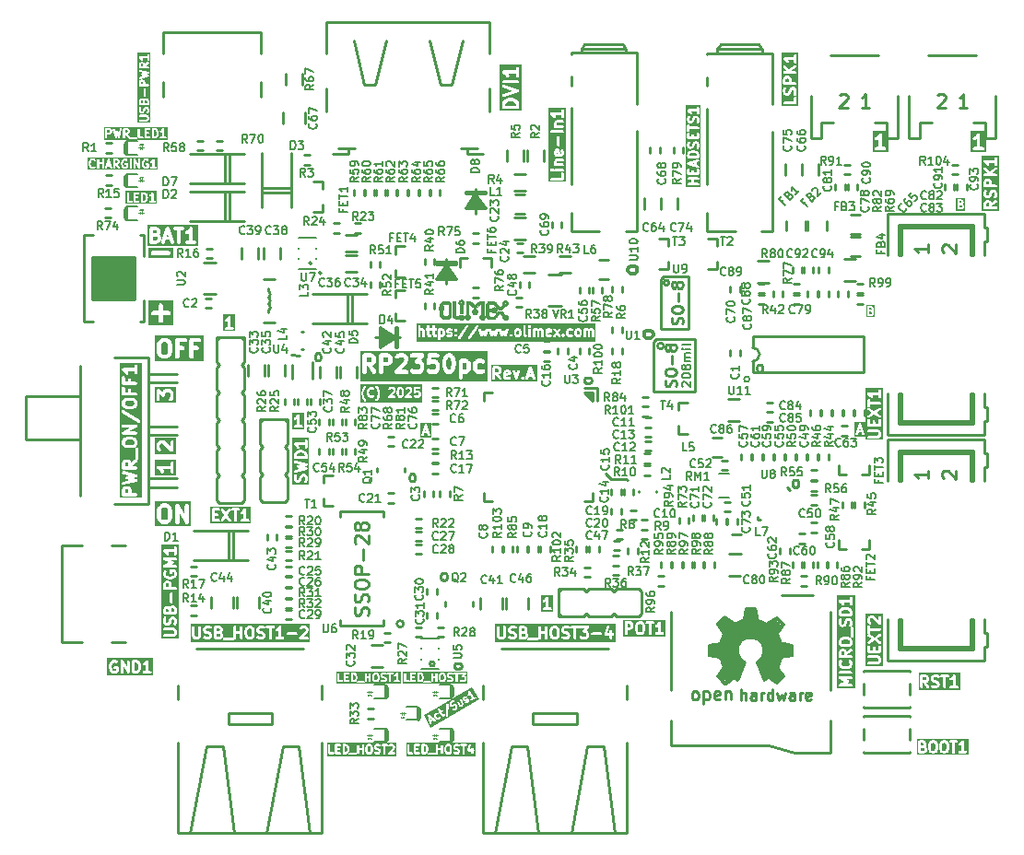
<source format=gbr>
%TF.GenerationSoftware,KiCad,Pcbnew,7.0.9-7.0.9~ubuntu22.04.1*%
%TF.CreationDate,2025-04-18T14:33:25+03:00*%
%TF.ProjectId,RP2350pc_Rev_A,52503233-3530-4706-935f-5265765f412e,A*%
%TF.SameCoordinates,PX68e7780PY7735940*%
%TF.FileFunction,Legend,Top*%
%TF.FilePolarity,Positive*%
%FSLAX46Y46*%
G04 Gerber Fmt 4.6, Leading zero omitted, Abs format (unit mm)*
G04 Created by KiCad (PCBNEW 7.0.9-7.0.9~ubuntu22.04.1) date 2025-04-18 14:33:25*
%MOMM*%
%LPD*%
G01*
G04 APERTURE LIST*
%ADD10C,0.254000*%
%ADD11C,0.190500*%
%ADD12C,0.222250*%
%ADD13C,0.203200*%
%ADD14C,0.381000*%
%ADD15C,0.241300*%
%ADD16C,0.317500*%
%ADD17C,0.177800*%
%ADD18C,0.285750*%
%ADD19C,0.444500*%
%ADD20C,0.228600*%
%ADD21C,0.150000*%
%ADD22C,0.370000*%
%ADD23C,0.380000*%
%ADD24C,1.000000*%
%ADD25C,0.400000*%
%ADD26C,0.420000*%
%ADD27C,0.127000*%
%ADD28C,0.050000*%
%ADD29C,0.100000*%
%ADD30C,0.009000*%
G04 APERTURE END LIST*
D10*
G36*
X14656050Y39140405D02*
G01*
X13532564Y39140405D01*
X13532564Y40133787D01*
X13677707Y40133787D01*
X13700275Y40065878D01*
X13755974Y40020952D01*
X13827121Y40013269D01*
X13861424Y40024670D01*
X13958186Y40073051D01*
X13959928Y40074672D01*
X13962255Y40075178D01*
X13967914Y40079415D01*
X13967914Y39539548D01*
X13804628Y39539548D01*
X13735967Y39519387D01*
X13689105Y39465306D01*
X13678921Y39394474D01*
X13708648Y39329381D01*
X13768848Y39290692D01*
X13804628Y39285548D01*
X14385200Y39285548D01*
X14453861Y39305709D01*
X14500723Y39359790D01*
X14510907Y39430622D01*
X14481180Y39495715D01*
X14420980Y39534404D01*
X14385200Y39539548D01*
X14221914Y39539548D01*
X14221914Y40428548D01*
X14212124Y40461889D01*
X14202892Y40495404D01*
X14202065Y40496145D01*
X14201753Y40497209D01*
X14175476Y40519978D01*
X14149605Y40543168D01*
X14148510Y40543345D01*
X14147672Y40544071D01*
X14113262Y40549019D01*
X14078955Y40554541D01*
X14077938Y40554098D01*
X14076840Y40554255D01*
X14045231Y40539821D01*
X14013371Y40525912D01*
X14012396Y40524825D01*
X14011747Y40524528D01*
X14010775Y40523017D01*
X13989244Y40498995D01*
X13899458Y40364317D01*
X13826158Y40291018D01*
X13747832Y40251854D01*
X13695436Y40203116D01*
X13677707Y40133787D01*
X13532564Y40133787D01*
X13532564Y40699684D01*
X14656050Y40699684D01*
X14656050Y39140405D01*
G37*
G36*
X21006050Y30123405D02*
G01*
X19882564Y30123405D01*
X19882564Y31116787D01*
X20027707Y31116787D01*
X20050275Y31048878D01*
X20105974Y31003952D01*
X20177121Y30996269D01*
X20211424Y31007670D01*
X20308186Y31056051D01*
X20309928Y31057672D01*
X20312255Y31058178D01*
X20317914Y31062415D01*
X20317914Y30522548D01*
X20154628Y30522548D01*
X20085967Y30502387D01*
X20039105Y30448306D01*
X20028921Y30377474D01*
X20058648Y30312381D01*
X20118848Y30273692D01*
X20154628Y30268548D01*
X20735200Y30268548D01*
X20803861Y30288709D01*
X20850723Y30342790D01*
X20860907Y30413622D01*
X20831180Y30478715D01*
X20770980Y30517404D01*
X20735200Y30522548D01*
X20571914Y30522548D01*
X20571914Y31411548D01*
X20562124Y31444889D01*
X20552892Y31478404D01*
X20552065Y31479145D01*
X20551753Y31480209D01*
X20525476Y31502978D01*
X20499605Y31526168D01*
X20498510Y31526345D01*
X20497672Y31527071D01*
X20463262Y31532019D01*
X20428955Y31537541D01*
X20427938Y31537098D01*
X20426840Y31537255D01*
X20395231Y31522821D01*
X20363371Y31508912D01*
X20362396Y31507825D01*
X20361747Y31507528D01*
X20360775Y31506017D01*
X20339244Y31481995D01*
X20249458Y31347317D01*
X20176158Y31274018D01*
X20097832Y31234854D01*
X20045436Y31186116D01*
X20027707Y31116787D01*
X19882564Y31116787D01*
X19882564Y31682684D01*
X21006050Y31682684D01*
X21006050Y30123405D01*
G37*
D11*
G36*
X81372160Y50706767D02*
G01*
X81381617Y50697310D01*
X81400935Y50658675D01*
X81400935Y50594789D01*
X81381618Y50556155D01*
X81367191Y50541728D01*
X81328557Y50522411D01*
X81156006Y50522411D01*
X81156006Y50731054D01*
X81299299Y50731054D01*
X81372160Y50706767D01*
G37*
G36*
X81330904Y51074595D02*
G01*
X81345330Y51060168D01*
X81364649Y51021532D01*
X81364649Y50993933D01*
X81345330Y50955297D01*
X81330905Y50940872D01*
X81292271Y50921554D01*
X81156006Y50921554D01*
X81156006Y51093911D01*
X81292271Y51093911D01*
X81330904Y51074595D01*
G37*
G36*
X81700292Y50223054D02*
G01*
X80856649Y50223054D01*
X80856649Y50427161D01*
X80965506Y50427161D01*
X80970168Y50412813D01*
X80970168Y50397727D01*
X80979034Y50385523D01*
X80983697Y50371174D01*
X80995901Y50362307D01*
X81004769Y50350102D01*
X81019117Y50345440D01*
X81031322Y50336573D01*
X81046408Y50336573D01*
X81060756Y50331911D01*
X81351042Y50331911D01*
X81371926Y50338697D01*
X81393639Y50341967D01*
X81466210Y50378252D01*
X81477208Y50389085D01*
X81490965Y50396094D01*
X81527251Y50432380D01*
X81534260Y50446137D01*
X81545093Y50457135D01*
X81581379Y50529707D01*
X81584649Y50551421D01*
X81591435Y50572304D01*
X81591435Y50681161D01*
X81584649Y50702045D01*
X81581379Y50723759D01*
X81545093Y50796330D01*
X81534259Y50807329D01*
X81527251Y50821084D01*
X81500495Y50847840D01*
X81508807Y50856277D01*
X81545093Y50928848D01*
X81548363Y50950563D01*
X81555149Y50971446D01*
X81555149Y51044018D01*
X81548363Y51064902D01*
X81545093Y51086616D01*
X81508807Y51159187D01*
X81497974Y51170186D01*
X81490966Y51183940D01*
X81454681Y51220226D01*
X81440924Y51227236D01*
X81429925Y51238069D01*
X81357353Y51274355D01*
X81335639Y51277626D01*
X81314756Y51284411D01*
X81060756Y51284411D01*
X81046408Y51279749D01*
X81031322Y51279749D01*
X81019117Y51270883D01*
X81004769Y51266220D01*
X80995901Y51254016D01*
X80983697Y51245148D01*
X80979034Y51230800D01*
X80970168Y51218595D01*
X80970168Y51203510D01*
X80965506Y51189161D01*
X80965506Y50427161D01*
X80856649Y50427161D01*
X80856649Y51393268D01*
X81700292Y51393268D01*
X81700292Y50223054D01*
G37*
G36*
X73091760Y40902367D02*
G01*
X73101217Y40892910D01*
X73120535Y40854275D01*
X73120535Y40790389D01*
X73101218Y40751755D01*
X73086791Y40737328D01*
X73048157Y40718011D01*
X72875606Y40718011D01*
X72875606Y40926654D01*
X73018899Y40926654D01*
X73091760Y40902367D01*
G37*
G36*
X73050504Y41270195D02*
G01*
X73064930Y41255768D01*
X73084249Y41217132D01*
X73084249Y41189533D01*
X73064930Y41150897D01*
X73050505Y41136472D01*
X73011871Y41117154D01*
X72875606Y41117154D01*
X72875606Y41289511D01*
X73011871Y41289511D01*
X73050504Y41270195D01*
G37*
G36*
X73419892Y40418654D02*
G01*
X72576249Y40418654D01*
X72576249Y40622761D01*
X72685106Y40622761D01*
X72689768Y40608413D01*
X72689768Y40593327D01*
X72698634Y40581123D01*
X72703297Y40566774D01*
X72715501Y40557907D01*
X72724369Y40545702D01*
X72738717Y40541040D01*
X72750922Y40532173D01*
X72766008Y40532173D01*
X72780356Y40527511D01*
X73070642Y40527511D01*
X73091526Y40534297D01*
X73113239Y40537567D01*
X73185810Y40573852D01*
X73196808Y40584685D01*
X73210565Y40591694D01*
X73246851Y40627980D01*
X73253860Y40641737D01*
X73264693Y40652735D01*
X73300979Y40725307D01*
X73304249Y40747021D01*
X73311035Y40767904D01*
X73311035Y40876761D01*
X73304249Y40897645D01*
X73300979Y40919359D01*
X73264693Y40991930D01*
X73253859Y41002929D01*
X73246851Y41016684D01*
X73220095Y41043440D01*
X73228407Y41051877D01*
X73264693Y41124448D01*
X73267963Y41146163D01*
X73274749Y41167046D01*
X73274749Y41239618D01*
X73267963Y41260502D01*
X73264693Y41282216D01*
X73228407Y41354787D01*
X73217574Y41365786D01*
X73210566Y41379540D01*
X73174281Y41415826D01*
X73160524Y41422836D01*
X73149525Y41433669D01*
X73076953Y41469955D01*
X73055239Y41473226D01*
X73034356Y41480011D01*
X72780356Y41480011D01*
X72766008Y41475349D01*
X72750922Y41475349D01*
X72738717Y41466483D01*
X72724369Y41461820D01*
X72715501Y41449616D01*
X72703297Y41440748D01*
X72698634Y41426400D01*
X72689768Y41414195D01*
X72689768Y41399110D01*
X72685106Y41384761D01*
X72685106Y40622761D01*
X72576249Y40622761D01*
X72576249Y41588868D01*
X73419892Y41588868D01*
X73419892Y40418654D01*
G37*
D12*
G36*
X32189706Y29981478D02*
G01*
X32074727Y29981478D01*
X32132216Y30153947D01*
X32189706Y29981478D01*
G37*
G36*
X32661494Y29378231D02*
G01*
X31602939Y29378231D01*
X31602939Y29582816D01*
X31729939Y29582816D01*
X31769884Y29526950D01*
X31835040Y29505231D01*
X31900516Y29525957D01*
X31941305Y29581212D01*
X32000644Y29759228D01*
X32263789Y29759228D01*
X32323128Y29581212D01*
X32363917Y29525958D01*
X32429393Y29505231D01*
X32494549Y29526950D01*
X32534494Y29582817D01*
X32533972Y29651494D01*
X32237639Y30540494D01*
X32217728Y30567466D01*
X32198216Y30594756D01*
X32197376Y30595036D01*
X32196850Y30595749D01*
X32164806Y30605893D01*
X32133060Y30616474D01*
X32132218Y30616208D01*
X32131374Y30616475D01*
X32099537Y30605863D01*
X32067584Y30595748D01*
X32067058Y30595037D01*
X32066218Y30594756D01*
X32046687Y30567441D01*
X32026794Y30540493D01*
X31730461Y29651494D01*
X31729939Y29582816D01*
X31602939Y29582816D01*
X31602939Y30743475D01*
X32661494Y30743475D01*
X32661494Y29378231D01*
G37*
G36*
X72093106Y30057678D02*
G01*
X71978127Y30057678D01*
X72035616Y30230147D01*
X72093106Y30057678D01*
G37*
G36*
X72564894Y29454431D02*
G01*
X71506339Y29454431D01*
X71506339Y29659016D01*
X71633339Y29659016D01*
X71673284Y29603150D01*
X71738440Y29581431D01*
X71803916Y29602157D01*
X71844705Y29657412D01*
X71904044Y29835428D01*
X72167189Y29835428D01*
X72226528Y29657412D01*
X72267317Y29602158D01*
X72332793Y29581431D01*
X72397949Y29603150D01*
X72437894Y29659017D01*
X72437372Y29727694D01*
X72141039Y30616694D01*
X72121128Y30643666D01*
X72101616Y30670956D01*
X72100776Y30671236D01*
X72100250Y30671949D01*
X72068206Y30682093D01*
X72036460Y30692674D01*
X72035618Y30692408D01*
X72034774Y30692675D01*
X72002937Y30682063D01*
X71970984Y30671948D01*
X71970458Y30671237D01*
X71969618Y30670956D01*
X71950087Y30643641D01*
X71930194Y30616693D01*
X71633861Y29727694D01*
X71633339Y29659016D01*
X71506339Y29659016D01*
X71506339Y30819675D01*
X72564894Y30819675D01*
X72564894Y29454431D01*
G37*
D10*
X19794000Y36989000D02*
X20556000Y36862000D01*
X48623000Y26067000D02*
X49131000Y25559000D01*
X49131000Y25559000D02*
X50528000Y25559000D01*
X50528000Y25559000D02*
X50655000Y25432000D01*
G36*
X39714478Y35323300D02*
G01*
X39503628Y35281130D01*
X39503628Y35289758D01*
X39519669Y35321840D01*
X39551751Y35337881D01*
X39685315Y35337881D01*
X39714478Y35323300D01*
G37*
G36*
X41812997Y35204833D02*
G01*
X41681593Y35204833D01*
X41747295Y35401939D01*
X41812997Y35204833D01*
G37*
G36*
X38817587Y35650793D02*
G01*
X38836826Y35631554D01*
X38862581Y35580044D01*
X38862581Y35494861D01*
X38836826Y35443351D01*
X38817587Y35424112D01*
X38766077Y35398357D01*
X38536009Y35398357D01*
X38536009Y35676548D01*
X38766077Y35676548D01*
X38817587Y35650793D01*
G37*
G36*
X42358022Y34515405D02*
G01*
X38136866Y34515405D01*
X38136866Y34787548D01*
X38282009Y34787548D01*
X38302170Y34718887D01*
X38356251Y34672025D01*
X38427083Y34661841D01*
X38492176Y34691568D01*
X38530865Y34751768D01*
X38536009Y34787548D01*
X38536009Y35144357D01*
X38584791Y35144357D01*
X38885539Y34714718D01*
X38941430Y34670030D01*
X39012608Y34662653D01*
X39076476Y34694929D01*
X39112755Y34756611D01*
X39109928Y34828115D01*
X39093624Y34860377D01*
X39043005Y34932690D01*
X39249628Y34932690D01*
X39252871Y34921645D01*
X39251635Y34910197D01*
X39263036Y34875894D01*
X39311417Y34779132D01*
X39326901Y34762486D01*
X39338512Y34742937D01*
X39357038Y34730087D01*
X39360155Y34726736D01*
X39362870Y34726042D01*
X39368214Y34722335D01*
X39464976Y34673955D01*
X39476306Y34671917D01*
X39485991Y34665692D01*
X39521771Y34660548D01*
X39715295Y34660548D01*
X39726339Y34663792D01*
X39737787Y34662555D01*
X39772090Y34673955D01*
X39868852Y34722335D01*
X39921249Y34771074D01*
X39938978Y34840402D01*
X39916411Y34908311D01*
X39860712Y34953238D01*
X39789565Y34960921D01*
X39755262Y34949521D01*
X39685315Y34914548D01*
X39551751Y34914548D01*
X39519668Y34930590D01*
X39503628Y34962670D01*
X39503628Y35022099D01*
X39885344Y35098442D01*
X39914086Y35113516D01*
X39943605Y35126996D01*
X39945543Y35130013D01*
X39948718Y35131677D01*
X39964744Y35159889D01*
X39982294Y35187196D01*
X39982984Y35191998D01*
X39984064Y35193898D01*
X39983841Y35197963D01*
X39987438Y35222976D01*
X39987438Y35319738D01*
X39984194Y35330784D01*
X39985431Y35342231D01*
X39974030Y35376534D01*
X39933501Y35457592D01*
X40072313Y35457592D01*
X40079503Y35422166D01*
X40321408Y34744834D01*
X40338328Y34721560D01*
X40352470Y34696500D01*
X40359086Y34693007D01*
X40363487Y34686953D01*
X40390308Y34676520D01*
X40415750Y34663086D01*
X40423204Y34663724D01*
X40430179Y34661011D01*
X40458380Y34666735D01*
X40487049Y34669188D01*
X40492976Y34673756D01*
X40500310Y34675244D01*
X40520935Y34695301D01*
X40543732Y34712868D01*
X40548725Y34722325D01*
X40551612Y34725132D01*
X40552714Y34729881D01*
X40560610Y34744833D01*
X40596379Y34844987D01*
X40894904Y34844987D01*
X40900656Y34818543D01*
X40902587Y34791546D01*
X40908143Y34784123D01*
X40910115Y34775062D01*
X40931778Y34746125D01*
X40980159Y34697745D01*
X40988296Y34693302D01*
X40993852Y34685880D01*
X41006777Y34681060D01*
X41017203Y34672025D01*
X41030859Y34670062D01*
X41042966Y34663451D01*
X41052212Y34664113D01*
X41060900Y34660872D01*
X41074380Y34663805D01*
X41088035Y34661841D01*
X41100583Y34667572D01*
X41114344Y34668556D01*
X41121764Y34674112D01*
X41130825Y34676082D01*
X41148982Y34689675D01*
X41153128Y34691568D01*
X41154626Y34693900D01*
X41159763Y34697745D01*
X41208143Y34746124D01*
X41212587Y34754264D01*
X41215168Y34756196D01*
X41285559Y34756196D01*
X41322046Y34694637D01*
X41386022Y34662576D01*
X41457176Y34670194D01*
X41512916Y34715070D01*
X41529111Y34747387D01*
X41596926Y34950833D01*
X41897664Y34950833D01*
X41965479Y34747387D01*
X42006318Y34688625D01*
X42072443Y34661270D01*
X42142861Y34674008D01*
X42195213Y34722793D01*
X42212879Y34792139D01*
X42206445Y34827709D01*
X41867778Y35843709D01*
X41849870Y35869476D01*
X41833877Y35896459D01*
X41829642Y35898582D01*
X41826939Y35902471D01*
X41797945Y35914466D01*
X41769901Y35928519D01*
X41765191Y35928015D01*
X41760814Y35929826D01*
X41729934Y35924241D01*
X41698747Y35920902D01*
X41695058Y35917933D01*
X41690396Y35917089D01*
X41667441Y35895699D01*
X41643007Y35876026D01*
X41640094Y35870214D01*
X41638044Y35868303D01*
X41636914Y35863868D01*
X41626812Y35843709D01*
X41288145Y34827709D01*
X41285559Y34756196D01*
X41215168Y34756196D01*
X41220010Y34759820D01*
X41229467Y34785176D01*
X41242439Y34808931D01*
X41241777Y34818181D01*
X41245018Y34826868D01*
X41239265Y34853313D01*
X41237335Y34880308D01*
X41231778Y34887731D01*
X41229807Y34896793D01*
X41208145Y34925731D01*
X41159764Y34974112D01*
X41151623Y34978557D01*
X41146069Y34985977D01*
X41133145Y34990798D01*
X41122719Y34999832D01*
X41109064Y35001796D01*
X41096957Y35008406D01*
X41087708Y35007745D01*
X41079021Y35010985D01*
X41065541Y35008053D01*
X41051887Y35010016D01*
X41039340Y35004287D01*
X41025579Y35003302D01*
X41018155Y34997745D01*
X41009096Y34995774D01*
X40990937Y34982182D01*
X40986794Y34980289D01*
X40985296Y34977959D01*
X40980158Y34974112D01*
X40931777Y34925731D01*
X40927332Y34917591D01*
X40919911Y34912035D01*
X40910454Y34886681D01*
X40897483Y34862924D01*
X40898144Y34853675D01*
X40894904Y34844987D01*
X40596379Y34844987D01*
X40802515Y35422166D01*
X40806622Y35493608D01*
X40771453Y35555929D01*
X40708173Y35589343D01*
X40636874Y35583241D01*
X40580191Y35539561D01*
X40563313Y35507595D01*
X40441009Y35165146D01*
X40318705Y35507596D01*
X40276626Y35565476D01*
X40209934Y35591418D01*
X40139803Y35577186D01*
X40088501Y35527297D01*
X40072313Y35457592D01*
X39933501Y35457592D01*
X39925649Y35473296D01*
X39910164Y35489943D01*
X39898555Y35509490D01*
X39880028Y35522341D01*
X39876911Y35525692D01*
X39874195Y35526387D01*
X39868853Y35530092D01*
X39772091Y35578473D01*
X39760761Y35580512D01*
X39751075Y35586737D01*
X39715295Y35591881D01*
X39521771Y35591881D01*
X39510725Y35588638D01*
X39499278Y35589874D01*
X39464975Y35578473D01*
X39368213Y35530092D01*
X39351566Y35514608D01*
X39332019Y35502998D01*
X39319168Y35484472D01*
X39315817Y35481354D01*
X39315122Y35478639D01*
X39311417Y35473296D01*
X39263036Y35376534D01*
X39260997Y35365205D01*
X39254772Y35355518D01*
X39249628Y35319738D01*
X39249628Y34932690D01*
X39043005Y34932690D01*
X38877000Y35169839D01*
X38949615Y35206146D01*
X38951357Y35207767D01*
X38953684Y35208273D01*
X38982622Y35229935D01*
X39031003Y35278316D01*
X39032144Y35280406D01*
X39034190Y35281621D01*
X39054792Y35311323D01*
X39103173Y35408085D01*
X39105211Y35419415D01*
X39111437Y35429101D01*
X39116581Y35464881D01*
X39116581Y35610024D01*
X39113337Y35621070D01*
X39114574Y35632517D01*
X39103173Y35666820D01*
X39054792Y35763582D01*
X39053171Y35765325D01*
X39052665Y35767651D01*
X39031003Y35796589D01*
X38982622Y35844970D01*
X38980532Y35846112D01*
X38979317Y35848157D01*
X38949615Y35868759D01*
X38852853Y35917140D01*
X38841523Y35919179D01*
X38831837Y35925404D01*
X38796057Y35930548D01*
X38409009Y35930548D01*
X38400111Y35927936D01*
X38390935Y35929255D01*
X38366316Y35918013D01*
X38340348Y35910387D01*
X38334276Y35903380D01*
X38325842Y35899528D01*
X38311209Y35876760D01*
X38293486Y35856306D01*
X38292166Y35847130D01*
X38287153Y35839328D01*
X38282009Y35803548D01*
X38282009Y34787548D01*
X38136866Y34787548D01*
X38136866Y36075691D01*
X42358022Y36075691D01*
X42358022Y34515405D01*
G37*
D13*
G36*
X29866566Y33800634D02*
G01*
X29881954Y33785246D01*
X29908299Y33732556D01*
X29941265Y33600695D01*
X29941265Y33432184D01*
X29908299Y33300323D01*
X29881954Y33247631D01*
X29866566Y33232244D01*
X29825357Y33211639D01*
X29795915Y33211639D01*
X29754705Y33232244D01*
X29739318Y33247631D01*
X29712974Y33300319D01*
X29680008Y33432186D01*
X29680008Y33600693D01*
X29712974Y33732559D01*
X29739317Y33785246D01*
X29754705Y33800634D01*
X29795916Y33821239D01*
X29825356Y33821239D01*
X29866566Y33800634D01*
G37*
G36*
X31808769Y32583938D02*
G01*
X26109493Y32583938D01*
X26109493Y33342267D01*
X26225607Y33342267D01*
X26228773Y33332521D01*
X26227580Y33322342D01*
X26266285Y33128817D01*
X26269476Y33123133D01*
X26269526Y33116614D01*
X26308231Y33000500D01*
X26312637Y32994531D01*
X26313743Y32987192D01*
X26352448Y32909783D01*
X26357022Y32905139D01*
X26358785Y32898863D01*
X26436194Y32782748D01*
X26444236Y32776394D01*
X26448890Y32767262D01*
X26487595Y32728558D01*
X26543543Y32700052D01*
X26605562Y32709876D01*
X26649962Y32754277D01*
X26659785Y32816296D01*
X27504116Y32816296D01*
X27513938Y32754277D01*
X27558339Y32709876D01*
X27620357Y32700052D01*
X27676306Y32728558D01*
X27715011Y32767262D01*
X27719664Y32776394D01*
X27727707Y32782748D01*
X27805115Y32898863D01*
X27806877Y32905138D01*
X27811453Y32909783D01*
X27850158Y32987192D01*
X27851263Y32994531D01*
X27855670Y33000500D01*
X27894375Y33116614D01*
X27894424Y33123134D01*
X27895996Y33125933D01*
X28665259Y33125933D01*
X28668981Y33102434D01*
X28668981Y33078643D01*
X28673799Y33072011D01*
X28675082Y33063914D01*
X28691903Y33047093D01*
X28705889Y33027843D01*
X28713686Y33025310D01*
X28719483Y33019513D01*
X28742979Y33015792D01*
X28765608Y33008439D01*
X29268770Y33008439D01*
X29328489Y33027843D01*
X29365397Y33078643D01*
X29365397Y33141435D01*
X29328489Y33192235D01*
X29268770Y33211639D01*
X29010892Y33211639D01*
X29218930Y33419677D01*
X29476808Y33419677D01*
X29480715Y33407652D01*
X29479841Y33395036D01*
X29518546Y33240216D01*
X29524551Y33230619D01*
X29526238Y33219421D01*
X29564943Y33142011D01*
X29576498Y33130279D01*
X29583975Y33115606D01*
X29622680Y33076901D01*
X29637353Y33069425D01*
X29649086Y33057869D01*
X29726495Y33019165D01*
X29749656Y33015677D01*
X29771931Y33008439D01*
X29849341Y33008439D01*
X29871617Y33015678D01*
X29894777Y33019165D01*
X29972187Y33057869D01*
X29983920Y33069426D01*
X29998592Y33076901D01*
X30037297Y33115606D01*
X30042559Y33125933D01*
X30213449Y33125933D01*
X30217171Y33102434D01*
X30217171Y33078643D01*
X30221989Y33072011D01*
X30223272Y33063914D01*
X30240093Y33047093D01*
X30254079Y33027843D01*
X30261876Y33025310D01*
X30267673Y33019513D01*
X30291169Y33015792D01*
X30313798Y33008439D01*
X30816960Y33008439D01*
X30876679Y33027843D01*
X30913587Y33078643D01*
X30913587Y33141435D01*
X30876679Y33192235D01*
X30816960Y33211639D01*
X30559082Y33211639D01*
X30850097Y33502654D01*
X30860730Y33523524D01*
X30874641Y33542367D01*
X30875819Y33545900D01*
X31025502Y33545900D01*
X31031596Y33517926D01*
X31036073Y33489665D01*
X31038220Y33487518D01*
X31038868Y33484547D01*
X31060240Y33465498D01*
X31080474Y33445264D01*
X31083474Y33444789D01*
X31085743Y33442767D01*
X31114216Y33439921D01*
X31142493Y33435442D01*
X31145201Y33436823D01*
X31148224Y33436520D01*
X31172932Y33450953D01*
X31198441Y33463950D01*
X31225485Y33490996D01*
X31266697Y33511601D01*
X31412251Y33511601D01*
X31453461Y33490996D01*
X31468849Y33475608D01*
X31489455Y33434397D01*
X31489455Y33288843D01*
X31468849Y33247631D01*
X31453461Y33232244D01*
X31412252Y33211639D01*
X31266695Y33211639D01*
X31225486Y33232244D01*
X31198441Y33259289D01*
X31142493Y33287797D01*
X31080474Y33277975D01*
X31036073Y33233574D01*
X31026249Y33171556D01*
X31054755Y33115607D01*
X31093459Y33076902D01*
X31108133Y33069425D01*
X31119866Y33057869D01*
X31197276Y33019165D01*
X31220436Y33015677D01*
X31242712Y33008439D01*
X31436236Y33008439D01*
X31458512Y33015678D01*
X31481672Y33019165D01*
X31559082Y33057869D01*
X31570815Y33069426D01*
X31585487Y33076901D01*
X31624192Y33115606D01*
X31631668Y33130279D01*
X31643224Y33142011D01*
X31681929Y33219421D01*
X31685417Y33242582D01*
X31692655Y33264858D01*
X31692655Y33458382D01*
X31685417Y33480656D01*
X31681929Y33503819D01*
X31643224Y33581228D01*
X31631667Y33592961D01*
X31624192Y33607633D01*
X31585487Y33646338D01*
X31570814Y33653814D01*
X31559082Y33665370D01*
X31481673Y33704075D01*
X31458509Y33707564D01*
X31436236Y33714801D01*
X31246606Y33714801D01*
X31257249Y33821239D01*
X31552350Y33821239D01*
X31612069Y33840643D01*
X31648977Y33891443D01*
X31648977Y33954235D01*
X31612069Y34005035D01*
X31552350Y34024439D01*
X31165302Y34024439D01*
X31154731Y34021005D01*
X31143676Y34022110D01*
X31125550Y34011523D01*
X31105583Y34005035D01*
X31099051Y33996045D01*
X31089456Y33990440D01*
X31081014Y33971219D01*
X31068675Y33954235D01*
X31068675Y33943124D01*
X31064206Y33932948D01*
X31025502Y33545900D01*
X30875819Y33545900D01*
X30913346Y33658481D01*
X30913471Y33674949D01*
X30918560Y33690610D01*
X30918560Y33768020D01*
X30911322Y33790294D01*
X30907834Y33813457D01*
X30869129Y33890866D01*
X30857572Y33902599D01*
X30850097Y33917271D01*
X30811392Y33955976D01*
X30796719Y33963452D01*
X30784987Y33975008D01*
X30707578Y34013713D01*
X30684414Y34017202D01*
X30662141Y34024439D01*
X30468617Y34024439D01*
X30446340Y34017202D01*
X30423180Y34013713D01*
X30345770Y33975008D01*
X30334037Y33963452D01*
X30319364Y33955975D01*
X30280660Y33917270D01*
X30252154Y33861321D01*
X30261978Y33799303D01*
X30306379Y33754902D01*
X30368398Y33745080D01*
X30424346Y33773588D01*
X30451390Y33800634D01*
X30492602Y33821239D01*
X30638156Y33821239D01*
X30679366Y33800634D01*
X30694754Y33785246D01*
X30715360Y33744035D01*
X30715360Y33707098D01*
X30689453Y33629379D01*
X30241956Y33181881D01*
X30231154Y33160682D01*
X30217171Y33141435D01*
X30217171Y33133238D01*
X30213449Y33125933D01*
X30042559Y33125933D01*
X30044773Y33130279D01*
X30056329Y33142011D01*
X30095034Y33219421D01*
X30096720Y33230619D01*
X30102726Y33240216D01*
X30141431Y33395035D01*
X30140557Y33407650D01*
X30144465Y33419677D01*
X30144465Y33613201D01*
X30140557Y33625229D01*
X30141431Y33637843D01*
X30102726Y33792662D01*
X30096720Y33802260D01*
X30095034Y33813457D01*
X30056329Y33890866D01*
X30044772Y33902599D01*
X30037297Y33917271D01*
X29998592Y33955976D01*
X29983919Y33963452D01*
X29972187Y33975008D01*
X29894778Y34013713D01*
X29871614Y34017202D01*
X29849341Y34024439D01*
X29771931Y34024439D01*
X29749657Y34017202D01*
X29726494Y34013713D01*
X29649085Y33975008D01*
X29637352Y33963452D01*
X29622680Y33955976D01*
X29583975Y33917271D01*
X29576499Y33902599D01*
X29564943Y33890866D01*
X29526238Y33813457D01*
X29524551Y33802260D01*
X29518546Y33792662D01*
X29479841Y33637842D01*
X29480715Y33625227D01*
X29476808Y33613201D01*
X29476808Y33419677D01*
X29218930Y33419677D01*
X29301907Y33502654D01*
X29312540Y33523524D01*
X29326451Y33542367D01*
X29365156Y33658481D01*
X29365281Y33674949D01*
X29370370Y33690610D01*
X29370370Y33768020D01*
X29363132Y33790294D01*
X29359644Y33813457D01*
X29320939Y33890866D01*
X29309382Y33902599D01*
X29301907Y33917271D01*
X29263202Y33955976D01*
X29248529Y33963452D01*
X29236797Y33975008D01*
X29159388Y34013713D01*
X29136224Y34017202D01*
X29113951Y34024439D01*
X28920427Y34024439D01*
X28898150Y34017202D01*
X28874990Y34013713D01*
X28797580Y33975008D01*
X28785847Y33963452D01*
X28771174Y33955975D01*
X28732470Y33917270D01*
X28703964Y33861321D01*
X28713788Y33799303D01*
X28758189Y33754902D01*
X28820208Y33745080D01*
X28876156Y33773588D01*
X28903200Y33800634D01*
X28944412Y33821239D01*
X29089966Y33821239D01*
X29131176Y33800634D01*
X29146564Y33785246D01*
X29167170Y33744035D01*
X29167170Y33707098D01*
X29141263Y33629379D01*
X28693766Y33181881D01*
X28682964Y33160682D01*
X28668981Y33141435D01*
X28668981Y33133238D01*
X28665259Y33125933D01*
X27895996Y33125933D01*
X27897616Y33128818D01*
X27936320Y33322342D01*
X27935126Y33332521D01*
X27938293Y33342267D01*
X27938293Y33497086D01*
X27935126Y33506833D01*
X27936320Y33517011D01*
X27897616Y33710535D01*
X27894424Y33716220D01*
X27894375Y33722739D01*
X27855670Y33838853D01*
X27851263Y33844823D01*
X27850158Y33852161D01*
X27811453Y33929571D01*
X27806877Y33934216D01*
X27805115Y33940492D01*
X27727706Y34056605D01*
X27719665Y34062958D01*
X27715012Y34072090D01*
X27676307Y34110795D01*
X27620359Y34139302D01*
X27558340Y34129479D01*
X27513939Y34085078D01*
X27504116Y34023059D01*
X27532623Y33967111D01*
X27564215Y33935519D01*
X27632533Y33833040D01*
X27665182Y33767743D01*
X27699602Y33664483D01*
X27735093Y33487027D01*
X27735093Y33352327D01*
X27699602Y33174871D01*
X27665182Y33071611D01*
X27632534Y33006315D01*
X27564213Y32903833D01*
X27532624Y32872244D01*
X27504116Y32816296D01*
X26659785Y32816296D01*
X26631277Y32872244D01*
X26599685Y32903836D01*
X26531367Y33006315D01*
X26498718Y33071611D01*
X26464298Y33174871D01*
X26428807Y33352328D01*
X26428807Y33458382D01*
X26728770Y33458382D01*
X26732677Y33446357D01*
X26731803Y33433741D01*
X26770508Y33278921D01*
X26776513Y33269324D01*
X26778200Y33258126D01*
X26816905Y33180716D01*
X26828460Y33168984D01*
X26835937Y33154311D01*
X26913347Y33076901D01*
X26934217Y33066268D01*
X26953061Y33052357D01*
X27069175Y33013653D01*
X27085641Y33013528D01*
X27101303Y33008439D01*
X27178712Y33008439D01*
X27194373Y33013528D01*
X27210840Y33013653D01*
X27326955Y33052357D01*
X27345799Y33066268D01*
X27366670Y33076902D01*
X27405374Y33115607D01*
X27433880Y33171555D01*
X27424056Y33233574D01*
X27379655Y33277974D01*
X27317636Y33287797D01*
X27261688Y33259289D01*
X27239944Y33237546D01*
X27162226Y33211639D01*
X27117790Y33211639D01*
X27040071Y33237545D01*
X26991280Y33286336D01*
X26964936Y33339024D01*
X26931970Y33470891D01*
X26931970Y33561988D01*
X26964936Y33693854D01*
X26991279Y33746541D01*
X27040071Y33795333D01*
X27117790Y33821239D01*
X27162225Y33821239D01*
X27239943Y33795333D01*
X27261688Y33773588D01*
X27317636Y33745080D01*
X27379655Y33754903D01*
X27424056Y33799303D01*
X27433880Y33861322D01*
X27405374Y33917270D01*
X27366670Y33955975D01*
X27345799Y33966610D01*
X27326956Y33980520D01*
X27210841Y34019225D01*
X27194373Y34019351D01*
X27178712Y34024439D01*
X27101303Y34024439D01*
X27085641Y34019351D01*
X27069174Y34019225D01*
X26953060Y33980520D01*
X26934216Y33966610D01*
X26913347Y33955976D01*
X26835937Y33878566D01*
X26828461Y33863894D01*
X26816905Y33852161D01*
X26778200Y33774752D01*
X26776513Y33763555D01*
X26770508Y33753957D01*
X26731803Y33599137D01*
X26732677Y33586522D01*
X26728770Y33574496D01*
X26728770Y33458382D01*
X26428807Y33458382D01*
X26428807Y33487026D01*
X26464298Y33664483D01*
X26498718Y33767743D01*
X26531369Y33833045D01*
X26599686Y33935520D01*
X26631278Y33967111D01*
X26659785Y34023059D01*
X26649962Y34085078D01*
X26605561Y34129479D01*
X26543542Y34139302D01*
X26487594Y34110795D01*
X26448889Y34072090D01*
X26444236Y34062959D01*
X26436194Y34056605D01*
X26358786Y33940491D01*
X26357023Y33934217D01*
X26352448Y33929571D01*
X26313743Y33852161D01*
X26312637Y33844823D01*
X26308231Y33838853D01*
X26269526Y33722739D01*
X26269476Y33716221D01*
X26266285Y33710536D01*
X26227580Y33517011D01*
X26228773Y33506833D01*
X26225607Y33497086D01*
X26225607Y33342267D01*
X26109493Y33342267D01*
X26109493Y34255416D01*
X31808769Y34255416D01*
X31808769Y32583938D01*
G37*
D12*
G36*
X33651057Y39179358D02*
G01*
X33667887Y39162528D01*
X33690425Y39117453D01*
X33690425Y38915921D01*
X33667886Y38870846D01*
X33651055Y38854014D01*
X33605984Y38831478D01*
X33489341Y38831478D01*
X33489341Y39201895D01*
X33605983Y39201895D01*
X33651057Y39179358D01*
G37*
G36*
X40678388Y39179358D02*
G01*
X40695218Y39162528D01*
X40717756Y39117453D01*
X40717756Y38915921D01*
X40695217Y38870846D01*
X40678386Y38854014D01*
X40633315Y38831478D01*
X40558779Y38831478D01*
X40513706Y38854015D01*
X40496876Y38870845D01*
X40474339Y38915919D01*
X40474339Y39117455D01*
X40496874Y39162526D01*
X40513706Y39179357D01*
X40558782Y39201895D01*
X40633314Y39201895D01*
X40678388Y39179358D01*
G37*
G36*
X43537498Y39189136D02*
G01*
X43353005Y39152237D01*
X43353005Y39159787D01*
X43367040Y39187859D01*
X43395113Y39201895D01*
X43511980Y39201895D01*
X43537498Y39189136D01*
G37*
G36*
X46224054Y39179358D02*
G01*
X46240884Y39162528D01*
X46263422Y39117453D01*
X46263422Y38915921D01*
X46240883Y38870846D01*
X46224052Y38854014D01*
X46178981Y38831478D01*
X46104445Y38831478D01*
X46059372Y38854015D01*
X46042542Y38870845D01*
X46020005Y38915919D01*
X46020005Y39117455D01*
X46042540Y39162526D01*
X46059372Y39179357D01*
X46104448Y39201895D01*
X46178980Y39201895D01*
X46224054Y39179358D01*
G37*
G36*
X47755671Y38191334D02*
G01*
X31319758Y38191334D01*
X31319758Y38424020D01*
X33267091Y38424020D01*
X33288314Y38358702D01*
X33343876Y38318334D01*
X33412556Y38318334D01*
X33468118Y38358702D01*
X33489341Y38424020D01*
X33489341Y38504207D01*
X35087514Y38504207D01*
X35111352Y38439798D01*
X35168498Y38401702D01*
X35237120Y38404469D01*
X35291011Y38447045D01*
X35329119Y38504207D01*
X36018847Y38504207D01*
X36042685Y38439798D01*
X36099831Y38401702D01*
X36168453Y38404469D01*
X36222344Y38447045D01*
X36779309Y39282492D01*
X36996700Y39282492D01*
X37166033Y38689825D01*
X37184303Y38662681D01*
X37201747Y38634980D01*
X37203392Y38634322D01*
X37204383Y38632850D01*
X37235148Y38621619D01*
X37265515Y38609472D01*
X37267232Y38609907D01*
X37268897Y38609299D01*
X37300360Y38618289D01*
X37332095Y38626318D01*
X37333229Y38627680D01*
X37334935Y38628167D01*
X37355116Y38653948D01*
X37376059Y38679082D01*
X37442215Y38844474D01*
X37508372Y38679082D01*
X37529314Y38653948D01*
X37549496Y38628167D01*
X37551201Y38627680D01*
X37552336Y38626318D01*
X37584070Y38618289D01*
X37615534Y38609299D01*
X37617198Y38609907D01*
X37618916Y38609472D01*
X37649282Y38621619D01*
X37680048Y38632850D01*
X37681038Y38634322D01*
X37682684Y38634980D01*
X37700122Y38662675D01*
X37718398Y38689825D01*
X37887731Y39282492D01*
X37928033Y39282492D01*
X38097366Y38689825D01*
X38115636Y38662681D01*
X38133080Y38634980D01*
X38134725Y38634322D01*
X38135716Y38632850D01*
X38166481Y38621619D01*
X38196848Y38609472D01*
X38198565Y38609907D01*
X38200230Y38609299D01*
X38231693Y38618289D01*
X38263428Y38626318D01*
X38264562Y38627680D01*
X38266268Y38628167D01*
X38286449Y38653948D01*
X38307392Y38679082D01*
X38373548Y38844474D01*
X38439705Y38679082D01*
X38460647Y38653948D01*
X38480829Y38628167D01*
X38482534Y38627680D01*
X38483669Y38626318D01*
X38515403Y38618289D01*
X38546867Y38609299D01*
X38548531Y38609907D01*
X38550249Y38609472D01*
X38580615Y38621619D01*
X38611381Y38632850D01*
X38612371Y38634322D01*
X38614017Y38634980D01*
X38631455Y38662675D01*
X38649731Y38689825D01*
X38819064Y39282492D01*
X38859366Y39282492D01*
X39028699Y38689825D01*
X39046969Y38662681D01*
X39064413Y38634980D01*
X39066058Y38634322D01*
X39067049Y38632850D01*
X39097814Y38621619D01*
X39128181Y38609472D01*
X39129898Y38609907D01*
X39131563Y38609299D01*
X39163026Y38618289D01*
X39194761Y38626318D01*
X39195895Y38627680D01*
X39197601Y38628167D01*
X39217782Y38653948D01*
X39238725Y38679082D01*
X39304881Y38844474D01*
X39371038Y38679082D01*
X39391980Y38653948D01*
X39412162Y38628167D01*
X39413867Y38627680D01*
X39415002Y38626318D01*
X39446736Y38618289D01*
X39478200Y38609299D01*
X39479864Y38609907D01*
X39481582Y38609472D01*
X39511948Y38621619D01*
X39542714Y38632850D01*
X39543704Y38634322D01*
X39545350Y38634980D01*
X39562788Y38662675D01*
X39581064Y38689825D01*
X39596915Y38745302D01*
X39830124Y38745302D01*
X39838114Y38729621D01*
X39840868Y38712236D01*
X39853313Y38699791D01*
X39861304Y38684109D01*
X39903637Y38641776D01*
X39919318Y38633786D01*
X39931764Y38621340D01*
X39940620Y38619938D01*
X39947874Y38614667D01*
X39956841Y38614667D01*
X39964831Y38610596D01*
X39982213Y38613350D01*
X39999596Y38610596D01*
X40007586Y38614667D01*
X40016554Y38614667D01*
X40023808Y38619938D01*
X40032663Y38621340D01*
X40045107Y38633785D01*
X40060790Y38641775D01*
X40103125Y38684108D01*
X40111117Y38699794D01*
X40123561Y38712237D01*
X40126313Y38729619D01*
X40134305Y38745301D01*
X40131551Y38762687D01*
X40134305Y38780070D01*
X40126315Y38795751D01*
X40123562Y38813134D01*
X40111115Y38825581D01*
X40103125Y38841263D01*
X40060791Y38883597D01*
X40048841Y38889686D01*
X40252089Y38889686D01*
X40260005Y38865322D01*
X40263821Y38839989D01*
X40306154Y38755324D01*
X40318792Y38742492D01*
X40326970Y38726443D01*
X40369304Y38684109D01*
X40385350Y38675933D01*
X40398184Y38663293D01*
X40482850Y38620960D01*
X40508182Y38617145D01*
X40532547Y38609228D01*
X40659547Y38609228D01*
X40683912Y38617145D01*
X40709243Y38620960D01*
X40793910Y38663292D01*
X40806744Y38675933D01*
X40822792Y38684110D01*
X40865125Y38726444D01*
X40873300Y38742490D01*
X40885940Y38755322D01*
X40928274Y38839989D01*
X40929383Y38847353D01*
X41098755Y38847353D01*
X41106671Y38822989D01*
X41110487Y38797656D01*
X41152821Y38712989D01*
X41153440Y38712360D01*
X41153586Y38711486D01*
X41177497Y38687936D01*
X41201015Y38664058D01*
X41201887Y38663914D01*
X41202517Y38663293D01*
X41287183Y38620960D01*
X41355096Y38610731D01*
X41416051Y38642374D01*
X41446765Y38703804D01*
X41435507Y38771553D01*
X41386576Y38819746D01*
X41335041Y38845514D01*
X41321005Y38873587D01*
X41321005Y39549638D01*
X41523457Y39549638D01*
X41531447Y39533956D01*
X41534201Y39516571D01*
X41546645Y39504127D01*
X41554636Y39488444D01*
X41596969Y39446109D01*
X41612654Y39438117D01*
X41625098Y39425673D01*
X41633952Y39424271D01*
X41641207Y39419000D01*
X41650172Y39419000D01*
X41650749Y39418706D01*
X41641207Y39418706D01*
X41585645Y39378338D01*
X41564422Y39313020D01*
X41564422Y38720353D01*
X41585645Y38655035D01*
X41641207Y38614667D01*
X41709887Y38614667D01*
X41765449Y38655035D01*
X41786672Y38720353D01*
X41987755Y38720353D01*
X42008978Y38655035D01*
X42064540Y38614667D01*
X42133220Y38614667D01*
X42188782Y38655035D01*
X42210005Y38720353D01*
X42210005Y39180840D01*
X42252115Y39201895D01*
X42326647Y39201895D01*
X42354719Y39187859D01*
X42368755Y39159788D01*
X42368755Y38720353D01*
X42389978Y38655035D01*
X42445540Y38614667D01*
X42514220Y38614667D01*
X42569782Y38655035D01*
X42591005Y38720353D01*
X42591005Y39159786D01*
X42605041Y39187859D01*
X42633115Y39201895D01*
X42707647Y39201895D01*
X42735719Y39187859D01*
X42749755Y39159788D01*
X42749755Y38720353D01*
X42770978Y38655035D01*
X42826540Y38614667D01*
X42895220Y38614667D01*
X42950782Y38655035D01*
X42972005Y38720353D01*
X42972005Y38847353D01*
X43130755Y38847353D01*
X43138671Y38822988D01*
X43142487Y38797657D01*
X43184819Y38712990D01*
X43185441Y38712359D01*
X43185586Y38711486D01*
X43209463Y38687969D01*
X43233013Y38664059D01*
X43233886Y38663914D01*
X43234517Y38663293D01*
X43319184Y38620960D01*
X43344514Y38617145D01*
X43368880Y38609228D01*
X43538213Y38609228D01*
X43562578Y38617145D01*
X43587909Y38620960D01*
X43672576Y38663292D01*
X43721507Y38711486D01*
X43723676Y38724536D01*
X43850501Y38724536D01*
X43869250Y38658466D01*
X43923254Y38616034D01*
X43991884Y38613449D01*
X44048927Y38651698D01*
X44194379Y38836821D01*
X44339833Y38651698D01*
X44396876Y38613449D01*
X44465506Y38616034D01*
X44519510Y38658466D01*
X44538259Y38724536D01*
X44530636Y38745302D01*
X44613790Y38745302D01*
X44621780Y38729621D01*
X44624534Y38712236D01*
X44636979Y38699791D01*
X44644970Y38684109D01*
X44687303Y38641776D01*
X44702984Y38633786D01*
X44715430Y38621340D01*
X44724286Y38619938D01*
X44731540Y38614667D01*
X44740507Y38614667D01*
X44748497Y38610596D01*
X44765879Y38613350D01*
X44783262Y38610596D01*
X44791252Y38614667D01*
X44800220Y38614667D01*
X44807474Y38619938D01*
X44816329Y38621340D01*
X44828773Y38633785D01*
X44844456Y38641775D01*
X44886791Y38684108D01*
X44894783Y38699794D01*
X44907227Y38712237D01*
X44909979Y38729619D01*
X44917971Y38745301D01*
X44915217Y38762687D01*
X44917971Y38780070D01*
X44909981Y38795751D01*
X44907228Y38813134D01*
X44894781Y38825581D01*
X44886791Y38841263D01*
X44844457Y38883597D01*
X44832507Y38889686D01*
X45035755Y38889686D01*
X45043671Y38865322D01*
X45047487Y38839989D01*
X45089820Y38755324D01*
X45102458Y38742492D01*
X45110636Y38726443D01*
X45152970Y38684109D01*
X45169016Y38675933D01*
X45181850Y38663293D01*
X45266516Y38620960D01*
X45291848Y38617145D01*
X45316213Y38609228D01*
X45485547Y38609228D01*
X45509911Y38617145D01*
X45535244Y38620960D01*
X45619909Y38663293D01*
X45668840Y38711486D01*
X45680098Y38779235D01*
X45649384Y38840665D01*
X45588429Y38872308D01*
X45520516Y38862079D01*
X45459314Y38831478D01*
X45342445Y38831478D01*
X45297372Y38854015D01*
X45280542Y38870845D01*
X45271121Y38889686D01*
X45797755Y38889686D01*
X45805671Y38865322D01*
X45809487Y38839989D01*
X45851820Y38755324D01*
X45864458Y38742492D01*
X45872636Y38726443D01*
X45914970Y38684109D01*
X45931016Y38675933D01*
X45943850Y38663293D01*
X46028516Y38620960D01*
X46053848Y38617145D01*
X46078213Y38609228D01*
X46205213Y38609228D01*
X46229578Y38617145D01*
X46254909Y38620960D01*
X46339576Y38663292D01*
X46352410Y38675933D01*
X46368458Y38684110D01*
X46404700Y38720353D01*
X46644421Y38720353D01*
X46665644Y38655035D01*
X46721206Y38614667D01*
X46789886Y38614667D01*
X46845448Y38655035D01*
X46866671Y38720353D01*
X46866671Y39180840D01*
X46908781Y39201895D01*
X46983313Y39201895D01*
X47011385Y39187859D01*
X47025421Y39159788D01*
X47025421Y38720353D01*
X47046644Y38655035D01*
X47102206Y38614667D01*
X47170886Y38614667D01*
X47226448Y38655035D01*
X47247671Y38720353D01*
X47247671Y39159786D01*
X47261707Y39187859D01*
X47289781Y39201895D01*
X47364313Y39201895D01*
X47392385Y39187859D01*
X47406421Y39159788D01*
X47406421Y38720353D01*
X47427644Y38655035D01*
X47483206Y38614667D01*
X47551886Y38614667D01*
X47607448Y38655035D01*
X47628671Y38720353D01*
X47628671Y39186020D01*
X47620754Y39210385D01*
X47616939Y39235717D01*
X47574606Y39320383D01*
X47573985Y39321013D01*
X47573841Y39321885D01*
X47549963Y39345403D01*
X47526413Y39369314D01*
X47525539Y39369460D01*
X47524910Y39370079D01*
X47440243Y39412413D01*
X47414910Y39416229D01*
X47390546Y39424145D01*
X47263546Y39424145D01*
X47239181Y39416229D01*
X47213849Y39412413D01*
X47136546Y39373762D01*
X47059243Y39412413D01*
X47033910Y39416229D01*
X47009546Y39424145D01*
X46882546Y39424145D01*
X46858181Y39416229D01*
X46832849Y39412413D01*
X46812530Y39402254D01*
X46789886Y39418706D01*
X46721206Y39418706D01*
X46665644Y39378338D01*
X46644421Y39313020D01*
X46644421Y38720353D01*
X46404700Y38720353D01*
X46410791Y38726444D01*
X46418966Y38742490D01*
X46431606Y38755322D01*
X46473940Y38839989D01*
X46477755Y38865322D01*
X46485672Y38889686D01*
X46485672Y39143686D01*
X46477755Y39168051D01*
X46473940Y39193383D01*
X46431606Y39278050D01*
X46418966Y39290883D01*
X46410790Y39306930D01*
X46368457Y39349263D01*
X46352409Y39357440D01*
X46339577Y39370079D01*
X46254910Y39412413D01*
X46229577Y39416229D01*
X46205213Y39424145D01*
X46078213Y39424145D01*
X46053848Y39416229D01*
X46028516Y39412413D01*
X45943849Y39370079D01*
X45931016Y39357440D01*
X45914971Y39349264D01*
X45872637Y39306931D01*
X45864459Y39290884D01*
X45851819Y39278049D01*
X45809487Y39193382D01*
X45805671Y39168052D01*
X45797755Y39143686D01*
X45797755Y38889686D01*
X45271121Y38889686D01*
X45258005Y38915919D01*
X45258005Y39117455D01*
X45280540Y39162526D01*
X45297372Y39179357D01*
X45342448Y39201895D01*
X45459313Y39201895D01*
X45520516Y39171293D01*
X45588429Y39161064D01*
X45649383Y39192706D01*
X45680099Y39254135D01*
X45668841Y39321885D01*
X45619911Y39370079D01*
X45535245Y39412413D01*
X45509910Y39416229D01*
X45485547Y39424145D01*
X45316213Y39424145D01*
X45291848Y39416229D01*
X45266516Y39412413D01*
X45181849Y39370079D01*
X45169016Y39357440D01*
X45152971Y39349264D01*
X45110637Y39306931D01*
X45102459Y39290884D01*
X45089819Y39278049D01*
X45047487Y39193382D01*
X45043671Y39168052D01*
X45035755Y39143686D01*
X45035755Y38889686D01*
X44832507Y38889686D01*
X44828774Y38891588D01*
X44816328Y38904034D01*
X44807473Y38905437D01*
X44800220Y38910706D01*
X44791254Y38910706D01*
X44783264Y38914777D01*
X44765880Y38912024D01*
X44748495Y38914777D01*
X44740505Y38910706D01*
X44731540Y38910706D01*
X44724285Y38905436D01*
X44715431Y38904033D01*
X44702987Y38891590D01*
X44687302Y38883597D01*
X44644969Y38841262D01*
X44636978Y38825580D01*
X44624534Y38813135D01*
X44621780Y38795751D01*
X44613790Y38780068D01*
X44616543Y38762686D01*
X44613790Y38745302D01*
X44530636Y38745302D01*
X44514592Y38789009D01*
X44335702Y39016687D01*
X44514592Y39244364D01*
X44538259Y39308837D01*
X44519510Y39374907D01*
X44465506Y39417339D01*
X44396876Y39419924D01*
X44339833Y39381675D01*
X44194379Y39196553D01*
X44048927Y39381675D01*
X43991884Y39419924D01*
X43923254Y39417339D01*
X43869250Y39374907D01*
X43850501Y39308837D01*
X43874167Y39244365D01*
X44053056Y39016687D01*
X43874167Y38789008D01*
X43850501Y38724536D01*
X43723676Y38724536D01*
X43732766Y38779235D01*
X43702051Y38840664D01*
X43641097Y38872308D01*
X43573184Y38862079D01*
X43511981Y38831478D01*
X43395113Y38831478D01*
X43367040Y38845514D01*
X43353005Y38873585D01*
X43353005Y38925586D01*
X43687007Y38992386D01*
X43692851Y38995667D01*
X43699553Y38995667D01*
X43722337Y39012221D01*
X43746894Y39026007D01*
X43749693Y39032096D01*
X43755115Y39036035D01*
X43763816Y39062816D01*
X43775582Y39088407D01*
X43774267Y39094981D01*
X43776338Y39101353D01*
X43776338Y39186020D01*
X43768421Y39210385D01*
X43764606Y39235717D01*
X43722273Y39320383D01*
X43721652Y39321013D01*
X43721508Y39321885D01*
X43697630Y39345403D01*
X43674080Y39369314D01*
X43673206Y39369460D01*
X43672577Y39370079D01*
X43587910Y39412413D01*
X43562577Y39416229D01*
X43538213Y39424145D01*
X43368880Y39424145D01*
X43344515Y39416229D01*
X43319183Y39412413D01*
X43234516Y39370079D01*
X43233885Y39369458D01*
X43233013Y39369313D01*
X43209495Y39345436D01*
X43185585Y39321885D01*
X43185439Y39321012D01*
X43184820Y39320382D01*
X43142487Y39235717D01*
X43138671Y39210385D01*
X43130755Y39186020D01*
X43130755Y38847353D01*
X42972005Y38847353D01*
X42972005Y39186020D01*
X42964088Y39210385D01*
X42960273Y39235717D01*
X42917940Y39320383D01*
X42917319Y39321013D01*
X42917175Y39321885D01*
X42893297Y39345403D01*
X42869747Y39369314D01*
X42868873Y39369460D01*
X42868244Y39370079D01*
X42783577Y39412413D01*
X42758244Y39416229D01*
X42733880Y39424145D01*
X42606880Y39424145D01*
X42582515Y39416229D01*
X42557183Y39412413D01*
X42479880Y39373762D01*
X42402577Y39412413D01*
X42377244Y39416229D01*
X42352880Y39424145D01*
X42225880Y39424145D01*
X42201515Y39416229D01*
X42176183Y39412413D01*
X42155864Y39402254D01*
X42133220Y39418706D01*
X42064540Y39418706D01*
X42008978Y39378338D01*
X41987755Y39313020D01*
X41987755Y38720353D01*
X41786672Y38720353D01*
X41786672Y39313020D01*
X41765449Y39378338D01*
X41709887Y39418706D01*
X41700344Y39418706D01*
X41700921Y39419000D01*
X41709887Y39419000D01*
X41717140Y39424270D01*
X41725995Y39425672D01*
X41738441Y39438119D01*
X41754124Y39446109D01*
X41796458Y39488443D01*
X41804448Y39504126D01*
X41816895Y39516572D01*
X41819648Y39533956D01*
X41827638Y39549636D01*
X41824884Y39567020D01*
X41827638Y39584405D01*
X41819646Y39600088D01*
X41816894Y39617469D01*
X41804450Y39629913D01*
X41796458Y39645598D01*
X41754123Y39687931D01*
X41738440Y39695922D01*
X41725996Y39708366D01*
X41717141Y39709769D01*
X41709887Y39715039D01*
X41700919Y39715039D01*
X41692929Y39719110D01*
X41675546Y39716357D01*
X41658164Y39719110D01*
X41650174Y39715039D01*
X41641207Y39715039D01*
X41633953Y39709769D01*
X41625097Y39708366D01*
X41612651Y39695921D01*
X41596970Y39687930D01*
X41554637Y39645597D01*
X41546646Y39629916D01*
X41534201Y39617470D01*
X41531447Y39600086D01*
X41523457Y39584404D01*
X41526210Y39567021D01*
X41523457Y39549638D01*
X41321005Y39549638D01*
X41321005Y39609353D01*
X41299782Y39674671D01*
X41244220Y39715039D01*
X41175540Y39715039D01*
X41119978Y39674671D01*
X41098755Y39609353D01*
X41098755Y38847353D01*
X40929383Y38847353D01*
X40932089Y38865322D01*
X40940006Y38889686D01*
X40940006Y39143686D01*
X40932089Y39168051D01*
X40928274Y39193383D01*
X40885940Y39278050D01*
X40873300Y39290883D01*
X40865124Y39306930D01*
X40822791Y39349263D01*
X40806743Y39357440D01*
X40793911Y39370079D01*
X40709244Y39412413D01*
X40683911Y39416229D01*
X40659547Y39424145D01*
X40532547Y39424145D01*
X40508182Y39416229D01*
X40482850Y39412413D01*
X40398183Y39370079D01*
X40385350Y39357440D01*
X40369305Y39349264D01*
X40326971Y39306931D01*
X40318793Y39290884D01*
X40306153Y39278049D01*
X40263821Y39193382D01*
X40260005Y39168052D01*
X40252089Y39143686D01*
X40252089Y38889686D01*
X40048841Y38889686D01*
X40045108Y38891588D01*
X40032662Y38904034D01*
X40023807Y38905437D01*
X40016554Y38910706D01*
X40007588Y38910706D01*
X39999598Y38914777D01*
X39982214Y38912024D01*
X39964829Y38914777D01*
X39956839Y38910706D01*
X39947874Y38910706D01*
X39940619Y38905436D01*
X39931765Y38904033D01*
X39919321Y38891590D01*
X39903636Y38883597D01*
X39861303Y38841262D01*
X39853312Y38825580D01*
X39840868Y38813135D01*
X39838114Y38795751D01*
X39830124Y38780068D01*
X39832877Y38762686D01*
X39830124Y38745302D01*
X39596915Y38745302D01*
X39750397Y39282492D01*
X39747935Y39351127D01*
X39705601Y39405206D01*
X39639563Y39424074D01*
X39575049Y39400523D01*
X39536699Y39343548D01*
X39456666Y39063436D01*
X39408058Y39184957D01*
X39390575Y39205939D01*
X39376016Y39229060D01*
X39368958Y39231884D01*
X39364094Y39237721D01*
X39337612Y39244422D01*
X39312248Y39254567D01*
X39304881Y39252704D01*
X39297514Y39254567D01*
X39272152Y39244423D01*
X39245668Y39237721D01*
X39240802Y39231882D01*
X39233746Y39229059D01*
X39219190Y39205944D01*
X39201704Y39184957D01*
X39153095Y39063437D01*
X39073064Y39343548D01*
X39034714Y39400523D01*
X38970200Y39424074D01*
X38904162Y39405206D01*
X38861828Y39351127D01*
X38859366Y39282492D01*
X38819064Y39282492D01*
X38816602Y39351127D01*
X38774268Y39405206D01*
X38708230Y39424074D01*
X38643716Y39400523D01*
X38605366Y39343548D01*
X38525333Y39063436D01*
X38476725Y39184957D01*
X38459242Y39205939D01*
X38444683Y39229060D01*
X38437625Y39231884D01*
X38432761Y39237721D01*
X38406279Y39244422D01*
X38380915Y39254567D01*
X38373548Y39252704D01*
X38366181Y39254567D01*
X38340819Y39244423D01*
X38314335Y39237721D01*
X38309469Y39231882D01*
X38302413Y39229059D01*
X38287857Y39205944D01*
X38270371Y39184957D01*
X38221762Y39063437D01*
X38141731Y39343548D01*
X38103381Y39400523D01*
X38038867Y39424074D01*
X37972829Y39405206D01*
X37930495Y39351127D01*
X37928033Y39282492D01*
X37887731Y39282492D01*
X37885269Y39351127D01*
X37842935Y39405206D01*
X37776897Y39424074D01*
X37712383Y39400523D01*
X37674033Y39343548D01*
X37594000Y39063436D01*
X37545392Y39184957D01*
X37527909Y39205939D01*
X37513350Y39229060D01*
X37506292Y39231884D01*
X37501428Y39237721D01*
X37474946Y39244422D01*
X37449582Y39254567D01*
X37442215Y39252704D01*
X37434848Y39254567D01*
X37409486Y39244423D01*
X37383002Y39237721D01*
X37378136Y39231882D01*
X37371080Y39229059D01*
X37356524Y39205944D01*
X37339038Y39184957D01*
X37290429Y39063437D01*
X37210398Y39343548D01*
X37172048Y39400523D01*
X37107534Y39424074D01*
X37041496Y39405206D01*
X36999162Y39351127D01*
X36996700Y39282492D01*
X36779309Y39282492D01*
X36984344Y39590045D01*
X37002917Y39656165D01*
X36979079Y39720574D01*
X36921933Y39758670D01*
X36853311Y39755902D01*
X36799420Y39713327D01*
X36037420Y38570327D01*
X36018847Y38504207D01*
X35329119Y38504207D01*
X36053011Y39590045D01*
X36071584Y39656165D01*
X36047746Y39720574D01*
X35990600Y39758670D01*
X35921978Y39755902D01*
X35868087Y39713327D01*
X35106087Y38570327D01*
X35087514Y38504207D01*
X33489341Y38504207D01*
X33489341Y38609228D01*
X33632216Y38609228D01*
X33656581Y38617145D01*
X33681912Y38620960D01*
X33766579Y38663292D01*
X33779413Y38675933D01*
X33795461Y38684110D01*
X33837794Y38726444D01*
X33845969Y38742490D01*
X33858609Y38755322D01*
X33900943Y38839989D01*
X33904758Y38865322D01*
X33912675Y38889686D01*
X33912675Y39143686D01*
X34029091Y39143686D01*
X34037007Y39119322D01*
X34040823Y39093989D01*
X34083156Y39009324D01*
X34083775Y39008695D01*
X34083921Y39007821D01*
X34107831Y38984271D01*
X34131349Y38960393D01*
X34132221Y38960249D01*
X34132852Y38959627D01*
X34217519Y38917293D01*
X34242851Y38913478D01*
X34267216Y38905561D01*
X34367984Y38905561D01*
X34396055Y38891526D01*
X34407557Y38868520D01*
X34396055Y38845514D01*
X34367984Y38831478D01*
X34251116Y38831478D01*
X34189912Y38862079D01*
X34121999Y38872308D01*
X34061045Y38840664D01*
X34030330Y38779235D01*
X34041589Y38711486D01*
X34090520Y38663293D01*
X34175187Y38620960D01*
X34200517Y38617145D01*
X34224883Y38609228D01*
X34394216Y38609228D01*
X34418581Y38617145D01*
X34443912Y38620960D01*
X34528579Y38663292D01*
X34529210Y38663915D01*
X34530083Y38664059D01*
X34553600Y38687937D01*
X34577510Y38711486D01*
X34577655Y38712360D01*
X34578276Y38712990D01*
X34594432Y38745302D01*
X34750126Y38745302D01*
X34758116Y38729621D01*
X34760870Y38712236D01*
X34773315Y38699791D01*
X34781306Y38684109D01*
X34823639Y38641776D01*
X34839320Y38633786D01*
X34851766Y38621340D01*
X34860622Y38619938D01*
X34867876Y38614667D01*
X34876843Y38614667D01*
X34884833Y38610596D01*
X34902215Y38613350D01*
X34919598Y38610596D01*
X34927588Y38614667D01*
X34936556Y38614667D01*
X34943810Y38619938D01*
X34952665Y38621340D01*
X34965109Y38633785D01*
X34980792Y38641775D01*
X35023127Y38684108D01*
X35031119Y38699794D01*
X35043563Y38712237D01*
X35046315Y38729619D01*
X35054307Y38745301D01*
X35051553Y38762687D01*
X35054307Y38780070D01*
X35046317Y38795751D01*
X35043564Y38813134D01*
X35031117Y38825581D01*
X35023127Y38841263D01*
X34980793Y38883597D01*
X34965110Y38891588D01*
X34952664Y38904034D01*
X34943809Y38905437D01*
X34936556Y38910706D01*
X34927590Y38910706D01*
X34919600Y38914777D01*
X34902216Y38912024D01*
X34884831Y38914777D01*
X34876841Y38910706D01*
X34867876Y38910706D01*
X34860621Y38905436D01*
X34851767Y38904033D01*
X34839323Y38891590D01*
X34823638Y38883597D01*
X34781305Y38841262D01*
X34773314Y38825580D01*
X34760870Y38813135D01*
X34758116Y38795751D01*
X34750126Y38780068D01*
X34752879Y38762686D01*
X34750126Y38745302D01*
X34594432Y38745302D01*
X34620609Y38797657D01*
X34624424Y38822988D01*
X34632341Y38847353D01*
X34632341Y38889686D01*
X34624424Y38914052D01*
X34620609Y38939382D01*
X34578276Y39024049D01*
X34577655Y39024680D01*
X34577510Y39025553D01*
X34553600Y39049103D01*
X34530083Y39072980D01*
X34529210Y39073125D01*
X34528579Y39073747D01*
X34443912Y39116079D01*
X34418581Y39119895D01*
X34394216Y39127811D01*
X34293449Y39127811D01*
X34265376Y39141848D01*
X34253874Y39164853D01*
X34265376Y39187859D01*
X34293449Y39201895D01*
X34367983Y39201895D01*
X34429186Y39171293D01*
X34497099Y39161064D01*
X34558054Y39192707D01*
X34567185Y39210969D01*
X34750126Y39210969D01*
X34758116Y39195287D01*
X34760870Y39177904D01*
X34773314Y39165460D01*
X34781306Y39149776D01*
X34823639Y39107443D01*
X34839320Y39099453D01*
X34851766Y39087007D01*
X34860622Y39085605D01*
X34867876Y39080334D01*
X34876843Y39080334D01*
X34884833Y39076263D01*
X34902215Y39079017D01*
X34919598Y39076263D01*
X34927588Y39080334D01*
X34936556Y39080334D01*
X34943810Y39085605D01*
X34952665Y39087007D01*
X34965109Y39099452D01*
X34980792Y39107442D01*
X35023127Y39149775D01*
X35031118Y39165460D01*
X35043564Y39177905D01*
X35046316Y39195287D01*
X35054307Y39210968D01*
X35051553Y39228353D01*
X35054307Y39245738D01*
X35046316Y39261420D01*
X35043564Y39278801D01*
X35031118Y39291247D01*
X35023127Y39306931D01*
X34980792Y39349264D01*
X34965109Y39357255D01*
X34952665Y39369699D01*
X34943810Y39371102D01*
X34936556Y39376372D01*
X34927588Y39376372D01*
X34919598Y39380443D01*
X34902215Y39377690D01*
X34884833Y39380443D01*
X34876843Y39376372D01*
X34867876Y39376372D01*
X34860622Y39371102D01*
X34851766Y39369699D01*
X34839320Y39357254D01*
X34823639Y39349263D01*
X34781306Y39306930D01*
X34773314Y39291247D01*
X34760870Y39278802D01*
X34758116Y39261420D01*
X34750126Y39245737D01*
X34752879Y39228353D01*
X34750126Y39210969D01*
X34567185Y39210969D01*
X34588769Y39254136D01*
X34577511Y39321885D01*
X34528580Y39370079D01*
X34443913Y39412413D01*
X34418580Y39416229D01*
X34394216Y39424145D01*
X34267216Y39424145D01*
X34242851Y39416229D01*
X34217519Y39412413D01*
X34132852Y39370079D01*
X34132221Y39369458D01*
X34131349Y39369313D01*
X34107831Y39345436D01*
X34083921Y39321885D01*
X34083775Y39321012D01*
X34083156Y39320382D01*
X34040823Y39235717D01*
X34037007Y39210385D01*
X34029091Y39186020D01*
X34029091Y39143686D01*
X33912675Y39143686D01*
X33904758Y39168051D01*
X33900943Y39193383D01*
X33858609Y39278050D01*
X33845969Y39290883D01*
X33837793Y39306930D01*
X33795460Y39349263D01*
X33779412Y39357440D01*
X33766580Y39370079D01*
X33681913Y39412413D01*
X33656580Y39416229D01*
X33632216Y39424145D01*
X33462883Y39424145D01*
X33438518Y39416229D01*
X33419838Y39413415D01*
X33412556Y39418706D01*
X33343876Y39418706D01*
X33288314Y39378338D01*
X33267091Y39313020D01*
X33267091Y38424020D01*
X31319758Y38424020D01*
X31319758Y38720353D01*
X31446758Y38720353D01*
X31467981Y38655035D01*
X31523543Y38614667D01*
X31592223Y38614667D01*
X31647785Y38655035D01*
X31669008Y38720353D01*
X31669008Y39180840D01*
X31711118Y39201895D01*
X31785650Y39201895D01*
X31813722Y39187859D01*
X31827758Y39159788D01*
X31827758Y38720353D01*
X31848981Y38655035D01*
X31904543Y38614667D01*
X31973223Y38614667D01*
X32028785Y38655035D01*
X32050008Y38720353D01*
X32050008Y39186020D01*
X32042091Y39210385D01*
X32038276Y39235717D01*
X32016794Y39278680D01*
X32129530Y39278680D01*
X32169898Y39223118D01*
X32235216Y39201895D01*
X32251091Y39201895D01*
X32251091Y38847353D01*
X32259007Y38822989D01*
X32262823Y38797656D01*
X32305157Y38712989D01*
X32305776Y38712360D01*
X32305922Y38711486D01*
X32329833Y38687936D01*
X32353351Y38664058D01*
X32354223Y38663914D01*
X32354853Y38663293D01*
X32439519Y38620960D01*
X32464851Y38617145D01*
X32489216Y38609228D01*
X32573883Y38609228D01*
X32639201Y38630451D01*
X32679569Y38686013D01*
X32679569Y38754693D01*
X32639201Y38810255D01*
X32573883Y38831478D01*
X32515448Y38831478D01*
X32487377Y38845514D01*
X32473341Y38873587D01*
X32473341Y39201895D01*
X32573883Y39201895D01*
X32639201Y39223118D01*
X32658549Y39249750D01*
X32677898Y39223118D01*
X32743216Y39201895D01*
X32759091Y39201895D01*
X32759091Y38847353D01*
X32767007Y38822989D01*
X32770823Y38797656D01*
X32813157Y38712989D01*
X32813776Y38712360D01*
X32813922Y38711486D01*
X32837833Y38687936D01*
X32861351Y38664058D01*
X32862223Y38663914D01*
X32862853Y38663293D01*
X32947519Y38620960D01*
X32972851Y38617145D01*
X32997216Y38609228D01*
X33081883Y38609228D01*
X33147201Y38630451D01*
X33187569Y38686013D01*
X33187569Y38754693D01*
X33147201Y38810255D01*
X33081883Y38831478D01*
X33023448Y38831478D01*
X32995377Y38845514D01*
X32981341Y38873587D01*
X32981341Y39201895D01*
X33081883Y39201895D01*
X33147201Y39223118D01*
X33187569Y39278680D01*
X33187569Y39347360D01*
X33147201Y39402922D01*
X33081883Y39424145D01*
X32981341Y39424145D01*
X32981341Y39609353D01*
X32960118Y39674671D01*
X32904556Y39715039D01*
X32835876Y39715039D01*
X32780314Y39674671D01*
X32759091Y39609353D01*
X32759091Y39424145D01*
X32743216Y39424145D01*
X32677898Y39402922D01*
X32658549Y39376291D01*
X32639201Y39402922D01*
X32573883Y39424145D01*
X32473341Y39424145D01*
X32473341Y39609353D01*
X32452118Y39674671D01*
X32396556Y39715039D01*
X32327876Y39715039D01*
X32272314Y39674671D01*
X32251091Y39609353D01*
X32251091Y39424145D01*
X32235216Y39424145D01*
X32169898Y39402922D01*
X32129530Y39347360D01*
X32129530Y39278680D01*
X32016794Y39278680D01*
X31995943Y39320383D01*
X31995322Y39321013D01*
X31995178Y39321885D01*
X31971300Y39345403D01*
X31947750Y39369314D01*
X31946876Y39369460D01*
X31946247Y39370079D01*
X31861580Y39412413D01*
X31836247Y39416229D01*
X31811883Y39424145D01*
X31684883Y39424145D01*
X31669008Y39418987D01*
X31669008Y39609353D01*
X31647785Y39674671D01*
X31592223Y39715039D01*
X31523543Y39715039D01*
X31467981Y39674671D01*
X31446758Y39609353D01*
X31446758Y38720353D01*
X31319758Y38720353D01*
X31319758Y39885670D01*
X47755671Y39885670D01*
X47755671Y38191334D01*
G37*
D14*
G36*
X8326383Y38101187D02*
G01*
X8412356Y38015214D01*
X8466442Y37798871D01*
X8466442Y37337772D01*
X8412356Y37121429D01*
X8326383Y37035456D01*
X8249114Y36996821D01*
X8048769Y36996821D01*
X7971503Y37035454D01*
X7885528Y37121429D01*
X7831442Y37337773D01*
X7831442Y37798870D01*
X7885528Y38015214D01*
X7971503Y38101188D01*
X8048769Y38139821D01*
X8249114Y38139821D01*
X8326383Y38101187D01*
G37*
G36*
X11745523Y36398107D02*
G01*
X7232728Y36398107D01*
X7232728Y37314321D01*
X7450442Y37314321D01*
X7455648Y37291510D01*
X7456130Y37268118D01*
X7528702Y36977832D01*
X7532711Y36969927D01*
X7533704Y36961117D01*
X7551728Y36932432D01*
X7567051Y36902220D01*
X7574093Y36896838D01*
X7578810Y36889331D01*
X7723953Y36744188D01*
X7749845Y36727919D01*
X7773463Y36708504D01*
X7918605Y36635932D01*
X7920011Y36635589D01*
X7921144Y36634686D01*
X7961096Y36625568D01*
X8000971Y36615841D01*
X8002389Y36616143D01*
X8003799Y36615821D01*
X8294085Y36615821D01*
X8295496Y36616144D01*
X8296913Y36615842D01*
X8336754Y36625560D01*
X8376740Y36634686D01*
X8377872Y36635589D01*
X8379279Y36635932D01*
X8524422Y36708504D01*
X8548040Y36727920D01*
X8573932Y36744188D01*
X8636065Y36806321D01*
X9119585Y36806321D01*
X9138450Y36723666D01*
X9191310Y36657382D01*
X9267695Y36620597D01*
X9352475Y36620597D01*
X9428860Y36657382D01*
X9481720Y36723666D01*
X9500585Y36806321D01*
X10425871Y36806321D01*
X10444736Y36723666D01*
X10497596Y36657382D01*
X10573981Y36620597D01*
X10658761Y36620597D01*
X10735146Y36657382D01*
X10788006Y36723666D01*
X10806871Y36806321D01*
X10806871Y37414107D01*
X11124371Y37414107D01*
X11207026Y37432972D01*
X11273310Y37485832D01*
X11310095Y37562217D01*
X11310095Y37646997D01*
X11273310Y37723382D01*
X11207026Y37776242D01*
X11124371Y37795107D01*
X10806871Y37795107D01*
X10806871Y38139821D01*
X11342085Y38139821D01*
X11424740Y38158686D01*
X11491024Y38211546D01*
X11527809Y38287931D01*
X11527809Y38372711D01*
X11491024Y38449096D01*
X11424740Y38501956D01*
X11342085Y38520821D01*
X10616371Y38520821D01*
X10595445Y38516045D01*
X10573981Y38516045D01*
X10554643Y38506733D01*
X10533716Y38501956D01*
X10516933Y38488573D01*
X10497596Y38479260D01*
X10484213Y38462479D01*
X10467432Y38449096D01*
X10458119Y38429759D01*
X10444736Y38412976D01*
X10439959Y38392049D01*
X10430647Y38372711D01*
X10430647Y38351247D01*
X10425871Y38330321D01*
X10425871Y36806321D01*
X9500585Y36806321D01*
X9500585Y37414107D01*
X9818085Y37414107D01*
X9900740Y37432972D01*
X9967024Y37485832D01*
X10003809Y37562217D01*
X10003809Y37646997D01*
X9967024Y37723382D01*
X9900740Y37776242D01*
X9818085Y37795107D01*
X9500585Y37795107D01*
X9500585Y38139821D01*
X10035799Y38139821D01*
X10118454Y38158686D01*
X10184738Y38211546D01*
X10221523Y38287931D01*
X10221523Y38372711D01*
X10184738Y38449096D01*
X10118454Y38501956D01*
X10035799Y38520821D01*
X9310085Y38520821D01*
X9289159Y38516045D01*
X9267695Y38516045D01*
X9248357Y38506733D01*
X9227430Y38501956D01*
X9210647Y38488573D01*
X9191310Y38479260D01*
X9177927Y38462479D01*
X9161146Y38449096D01*
X9151833Y38429759D01*
X9138450Y38412976D01*
X9133673Y38392049D01*
X9124361Y38372711D01*
X9124361Y38351247D01*
X9119585Y38330321D01*
X9119585Y36806321D01*
X8636065Y36806321D01*
X8719075Y36889331D01*
X8723791Y36896838D01*
X8730835Y36902221D01*
X8746156Y36932431D01*
X8764181Y36961116D01*
X8765173Y36969927D01*
X8769183Y36977832D01*
X8841754Y37268118D01*
X8842235Y37291510D01*
X8847442Y37314321D01*
X8847442Y37822321D01*
X8842235Y37845133D01*
X8841754Y37868524D01*
X8769183Y38158810D01*
X8765173Y38166716D01*
X8764181Y38175526D01*
X8746156Y38204212D01*
X8730835Y38234421D01*
X8723791Y38239805D01*
X8719075Y38247311D01*
X8573932Y38392454D01*
X8548040Y38408723D01*
X8524422Y38428138D01*
X8379279Y38500710D01*
X8377872Y38501054D01*
X8376740Y38501956D01*
X8336754Y38511083D01*
X8296913Y38520800D01*
X8295496Y38520499D01*
X8294085Y38520821D01*
X8003799Y38520821D01*
X8002389Y38520500D01*
X8000971Y38520801D01*
X7961096Y38511075D01*
X7921144Y38501956D01*
X7920011Y38501054D01*
X7918605Y38500710D01*
X7773463Y38428138D01*
X7749845Y38408724D01*
X7723953Y38392454D01*
X7578810Y38247311D01*
X7574093Y38239805D01*
X7567051Y38234422D01*
X7551728Y38204211D01*
X7533704Y38175525D01*
X7532711Y38166716D01*
X7528702Y38158810D01*
X7456130Y37868524D01*
X7455648Y37845133D01*
X7450442Y37822321D01*
X7450442Y37314321D01*
X7232728Y37314321D01*
X7232728Y38738535D01*
X11745523Y38738535D01*
X11745523Y36398107D01*
G37*
G36*
X8326383Y22901187D02*
G01*
X8412356Y22815214D01*
X8466442Y22598871D01*
X8466442Y22137772D01*
X8412356Y21921429D01*
X8326383Y21835456D01*
X8249114Y21796821D01*
X8048769Y21796821D01*
X7971503Y21835454D01*
X7885528Y21921429D01*
X7831442Y22137773D01*
X7831442Y22598870D01*
X7885528Y22815214D01*
X7971503Y22901188D01*
X8048769Y22939821D01*
X8249114Y22939821D01*
X8326383Y22901187D01*
G37*
G36*
X10589156Y21198107D02*
G01*
X7232728Y21198107D01*
X7232728Y22114321D01*
X7450442Y22114321D01*
X7455648Y22091510D01*
X7456130Y22068118D01*
X7528702Y21777832D01*
X7532711Y21769927D01*
X7533704Y21761117D01*
X7551728Y21732432D01*
X7567051Y21702220D01*
X7574093Y21696838D01*
X7578810Y21689331D01*
X7723953Y21544188D01*
X7749845Y21527919D01*
X7773463Y21508504D01*
X7918605Y21435932D01*
X7920011Y21435589D01*
X7921144Y21434686D01*
X7961096Y21425568D01*
X8000971Y21415841D01*
X8002389Y21416143D01*
X8003799Y21415821D01*
X8294085Y21415821D01*
X8295496Y21416144D01*
X8296913Y21415842D01*
X8336754Y21425560D01*
X8376740Y21434686D01*
X8377872Y21435589D01*
X8379279Y21435932D01*
X8524422Y21508504D01*
X8548040Y21527920D01*
X8573932Y21544188D01*
X8636065Y21606321D01*
X9119585Y21606321D01*
X9138450Y21523666D01*
X9191310Y21457382D01*
X9267695Y21420597D01*
X9352475Y21420597D01*
X9428860Y21457382D01*
X9481720Y21523666D01*
X9500585Y21606321D01*
X9500585Y22412982D01*
X10015542Y21511806D01*
X10039811Y21485416D01*
X10062167Y21457382D01*
X10068311Y21454423D01*
X10072930Y21449401D01*
X10106251Y21436153D01*
X10138552Y21420597D01*
X10145373Y21420597D01*
X10151711Y21418077D01*
X10187475Y21420597D01*
X10223332Y21420597D01*
X10229477Y21423557D01*
X10236282Y21424036D01*
X10267418Y21441828D01*
X10299717Y21457382D01*
X10303968Y21462714D01*
X10309892Y21466098D01*
X10330224Y21495637D01*
X10352577Y21523666D01*
X10354094Y21530316D01*
X10357962Y21535934D01*
X10363463Y21571366D01*
X10371442Y21606321D01*
X10371442Y23130321D01*
X10352577Y23212976D01*
X10299717Y23279260D01*
X10223332Y23316045D01*
X10138552Y23316045D01*
X10062167Y23279260D01*
X10009307Y23212976D01*
X9990442Y23130321D01*
X9990442Y22323662D01*
X9475485Y23224835D01*
X9451218Y23251223D01*
X9428860Y23279260D01*
X9422715Y23282220D01*
X9418098Y23287240D01*
X9384779Y23300488D01*
X9352475Y23316045D01*
X9345654Y23316045D01*
X9339316Y23318565D01*
X9303552Y23316045D01*
X9267695Y23316045D01*
X9261549Y23313086D01*
X9254745Y23312606D01*
X9223613Y23294817D01*
X9191310Y23279260D01*
X9187057Y23273928D01*
X9181135Y23270543D01*
X9160807Y23241012D01*
X9138450Y23212976D01*
X9136931Y23206325D01*
X9133065Y23200707D01*
X9127563Y23165278D01*
X9119585Y23130321D01*
X9119585Y21606321D01*
X8636065Y21606321D01*
X8719075Y21689331D01*
X8723791Y21696838D01*
X8730835Y21702221D01*
X8746156Y21732431D01*
X8764181Y21761116D01*
X8765173Y21769927D01*
X8769183Y21777832D01*
X8841754Y22068118D01*
X8842235Y22091510D01*
X8847442Y22114321D01*
X8847442Y22622321D01*
X8842235Y22645133D01*
X8841754Y22668524D01*
X8769183Y22958810D01*
X8765173Y22966716D01*
X8764181Y22975526D01*
X8746156Y23004212D01*
X8730835Y23034421D01*
X8723791Y23039805D01*
X8719075Y23047311D01*
X8573932Y23192454D01*
X8548040Y23208723D01*
X8524422Y23228138D01*
X8379279Y23300710D01*
X8377872Y23301054D01*
X8376740Y23301956D01*
X8336754Y23311083D01*
X8296913Y23320800D01*
X8295496Y23320499D01*
X8294085Y23320821D01*
X8003799Y23320821D01*
X8002389Y23320500D01*
X8000971Y23320801D01*
X7961096Y23311075D01*
X7921144Y23301956D01*
X7920011Y23301054D01*
X7918605Y23300710D01*
X7773463Y23228138D01*
X7749845Y23208724D01*
X7723953Y23192454D01*
X7578810Y23047311D01*
X7574093Y23039805D01*
X7567051Y23034422D01*
X7551728Y23004211D01*
X7533704Y22975525D01*
X7532711Y22966716D01*
X7528702Y22958810D01*
X7456130Y22668524D01*
X7455648Y22645133D01*
X7450442Y22622321D01*
X7450442Y22114321D01*
X7232728Y22114321D01*
X7232728Y23538535D01*
X10589156Y23538535D01*
X10589156Y21198107D01*
G37*
G36*
X35834956Y36193187D02*
G01*
X35863809Y36164334D01*
X35902444Y36087065D01*
X35902444Y35741578D01*
X35863809Y35664309D01*
X35834956Y35635456D01*
X35757687Y35596821D01*
X35557730Y35596821D01*
X35557730Y36231821D01*
X35757687Y36231821D01*
X35834956Y36193187D01*
G37*
G36*
X34383527Y36701187D02*
G01*
X34412380Y36672334D01*
X34461774Y36573546D01*
X34523586Y36326300D01*
X34523586Y36010343D01*
X34461774Y35763097D01*
X34412380Y35664309D01*
X34383527Y35635456D01*
X34306258Y35596821D01*
X34251056Y35596821D01*
X34173790Y35635454D01*
X34144935Y35664309D01*
X34095540Y35763099D01*
X34033729Y36010344D01*
X34033729Y36326299D01*
X34095540Y36573544D01*
X34144935Y36672334D01*
X34173790Y36701188D01*
X34251056Y36739821D01*
X34306258Y36739821D01*
X34383527Y36701187D01*
G37*
G36*
X27126383Y36701187D02*
G01*
X27155235Y36672335D01*
X27193871Y36595064D01*
X27193871Y36467293D01*
X27155236Y36390024D01*
X27126382Y36361170D01*
X27049114Y36322535D01*
X26704014Y36322535D01*
X26704014Y36739821D01*
X27049114Y36739821D01*
X27126383Y36701187D01*
G37*
G36*
X28650383Y36701187D02*
G01*
X28679235Y36672335D01*
X28717871Y36595064D01*
X28717871Y36467293D01*
X28679236Y36390024D01*
X28650382Y36361170D01*
X28573114Y36322535D01*
X28228014Y36322535D01*
X28228014Y36739821D01*
X28573114Y36739821D01*
X28650383Y36701187D01*
G37*
G36*
X37803277Y34494883D02*
G01*
X26105300Y34494883D01*
X26105300Y34898321D01*
X35176730Y34898321D01*
X35195595Y34815666D01*
X35248455Y34749382D01*
X35324840Y34712597D01*
X35409620Y34712597D01*
X35486005Y34749382D01*
X35538865Y34815666D01*
X35557730Y34898321D01*
X35557730Y35215821D01*
X35802658Y35215821D01*
X35804069Y35216144D01*
X35805486Y35215842D01*
X35845327Y35225560D01*
X35885313Y35234686D01*
X35886445Y35235589D01*
X35887852Y35235932D01*
X36032995Y35308504D01*
X36056613Y35327920D01*
X36082505Y35344188D01*
X36155077Y35416760D01*
X36171344Y35442650D01*
X36190762Y35466270D01*
X36263333Y35611414D01*
X36263675Y35612820D01*
X36264579Y35613952D01*
X36273699Y35653912D01*
X36283424Y35693779D01*
X36283122Y35695198D01*
X36283444Y35696607D01*
X36483015Y35696607D01*
X36483337Y35695195D01*
X36483036Y35693778D01*
X36492750Y35653953D01*
X36501880Y35613952D01*
X36502783Y35612819D01*
X36503127Y35611412D01*
X36575699Y35466269D01*
X36595114Y35442652D01*
X36611382Y35416761D01*
X36683954Y35344189D01*
X36709840Y35327924D01*
X36733464Y35308503D01*
X36878608Y35235932D01*
X36880013Y35235590D01*
X36881146Y35234686D01*
X36921105Y35225566D01*
X36960973Y35215841D01*
X36962391Y35216143D01*
X36963801Y35215821D01*
X37254087Y35215821D01*
X37255498Y35216144D01*
X37256915Y35215842D01*
X37296756Y35225560D01*
X37336742Y35234686D01*
X37337874Y35235589D01*
X37339281Y35235932D01*
X37484424Y35308504D01*
X37549916Y35362341D01*
X37585563Y35439264D01*
X37584304Y35524035D01*
X37546390Y35599865D01*
X37479328Y35651735D01*
X37396402Y35669372D01*
X37314037Y35649281D01*
X37209116Y35596821D01*
X37008771Y35596821D01*
X36931502Y35635456D01*
X36902650Y35664309D01*
X36864015Y35741579D01*
X36864015Y36087064D01*
X36902650Y36164334D01*
X36931502Y36193187D01*
X37008771Y36231821D01*
X37209116Y36231821D01*
X37314037Y36179361D01*
X37396402Y36159270D01*
X37479328Y36176907D01*
X37546390Y36228777D01*
X37584304Y36304607D01*
X37585563Y36389378D01*
X37549916Y36466301D01*
X37484424Y36520138D01*
X37339281Y36592710D01*
X37337874Y36593054D01*
X37336742Y36593956D01*
X37296756Y36603083D01*
X37256915Y36612800D01*
X37255498Y36612499D01*
X37254087Y36612821D01*
X36963801Y36612821D01*
X36962391Y36612500D01*
X36960973Y36612801D01*
X36921105Y36603077D01*
X36881146Y36593956D01*
X36880013Y36593053D01*
X36878608Y36592710D01*
X36733464Y36520139D01*
X36709840Y36500719D01*
X36683954Y36484453D01*
X36611382Y36411881D01*
X36595114Y36385991D01*
X36575699Y36362373D01*
X36503127Y36217230D01*
X36502783Y36215824D01*
X36501880Y36214690D01*
X36492750Y36174690D01*
X36483036Y36134864D01*
X36483337Y36133448D01*
X36483015Y36132035D01*
X36483015Y35696607D01*
X36283444Y35696607D01*
X36283444Y36132035D01*
X36283122Y36133445D01*
X36283424Y36134863D01*
X36273699Y36174731D01*
X36264579Y36214690D01*
X36263675Y36215823D01*
X36263333Y36217228D01*
X36190762Y36362372D01*
X36171344Y36385993D01*
X36155077Y36411882D01*
X36082505Y36484454D01*
X36056613Y36500723D01*
X36032995Y36520138D01*
X35887852Y36592710D01*
X35886445Y36593054D01*
X35885313Y36593956D01*
X35845327Y36603083D01*
X35805486Y36612800D01*
X35804069Y36612499D01*
X35802658Y36612821D01*
X35512373Y36612821D01*
X35510963Y36612500D01*
X35509545Y36612801D01*
X35469677Y36603077D01*
X35435931Y36595375D01*
X35409620Y36608045D01*
X35324840Y36608045D01*
X35248455Y36571260D01*
X35195595Y36504976D01*
X35176730Y36422321D01*
X35176730Y34898321D01*
X26105300Y34898321D01*
X26105300Y35406321D01*
X26323014Y35406321D01*
X26341879Y35323666D01*
X26394739Y35257382D01*
X26471124Y35220597D01*
X26555904Y35220597D01*
X26632289Y35257382D01*
X26685149Y35323666D01*
X26704014Y35406321D01*
X26704014Y35941535D01*
X26777186Y35941535D01*
X27228307Y35297076D01*
X27291162Y35240181D01*
X27372478Y35216192D01*
X27456150Y35229861D01*
X27525604Y35278479D01*
X27567086Y35352418D01*
X27570458Y35406321D01*
X27847014Y35406321D01*
X27865879Y35323666D01*
X27918739Y35257382D01*
X27995124Y35220597D01*
X28079904Y35220597D01*
X28156289Y35257382D01*
X28209149Y35323666D01*
X28223146Y35384992D01*
X29227069Y35384992D01*
X29230647Y35374767D01*
X29230647Y35363931D01*
X29244514Y35335134D01*
X29255070Y35304969D01*
X29262730Y35297309D01*
X29267432Y35287546D01*
X29292421Y35267618D01*
X29315019Y35245020D01*
X29325244Y35241443D01*
X29333716Y35234686D01*
X29364878Y35227574D01*
X29395042Y35217019D01*
X29405807Y35218232D01*
X29416371Y35215821D01*
X30359799Y35215821D01*
X30442454Y35234686D01*
X30508738Y35287546D01*
X30545523Y35363931D01*
X30545523Y35448711D01*
X30508738Y35525096D01*
X30448927Y35572794D01*
X30678498Y35572794D01*
X30687989Y35488547D01*
X30733095Y35416761D01*
X30805667Y35344189D01*
X30831553Y35327924D01*
X30855177Y35308503D01*
X31000321Y35235932D01*
X31001726Y35235590D01*
X31002859Y35234686D01*
X31042818Y35225566D01*
X31082686Y35215841D01*
X31084104Y35216143D01*
X31085514Y35215821D01*
X31520943Y35215821D01*
X31522354Y35216144D01*
X31523771Y35215842D01*
X31563612Y35225560D01*
X31603598Y35234686D01*
X31604730Y35235589D01*
X31606137Y35235932D01*
X31751280Y35308504D01*
X31774897Y35327919D01*
X31800791Y35344189D01*
X31873362Y35416761D01*
X31889629Y35442651D01*
X31909046Y35466270D01*
X31981617Y35611414D01*
X31981959Y35612820D01*
X31982863Y35613952D01*
X31991983Y35653912D01*
X32001708Y35693779D01*
X32001406Y35695198D01*
X32001728Y35696607D01*
X32001728Y36059464D01*
X32001406Y36060874D01*
X32001708Y36062292D01*
X31991983Y36102160D01*
X31982863Y36142119D01*
X31981959Y36143252D01*
X31981617Y36144657D01*
X31942165Y36223563D01*
X32202245Y36223563D01*
X32204768Y36203437D01*
X32202497Y36183279D01*
X32209975Y36161908D01*
X32212792Y36139441D01*
X32223798Y36122402D01*
X32230498Y36103256D01*
X32246508Y36087246D01*
X32258794Y36068226D01*
X32276102Y36057651D01*
X32290446Y36043307D01*
X32311818Y36035829D01*
X32331140Y36024023D01*
X32351323Y36022005D01*
X32370470Y36015305D01*
X32392970Y36017840D01*
X32415499Y36015587D01*
X32434556Y36022525D01*
X32454717Y36024796D01*
X32473892Y36036846D01*
X32495165Y36044589D01*
X32509325Y36059109D01*
X32526503Y36069902D01*
X32577215Y36120615D01*
X32654486Y36159250D01*
X32927401Y36159250D01*
X33004669Y36120616D01*
X33033522Y36091763D01*
X33072157Y36014494D01*
X33072157Y35741578D01*
X33033521Y35664307D01*
X33004670Y35635456D01*
X32927401Y35596821D01*
X32654485Y35596821D01*
X32577216Y35635456D01*
X32526504Y35686168D01*
X32454718Y35731274D01*
X32370471Y35740766D01*
X32290448Y35712765D01*
X32230499Y35652816D01*
X32202498Y35572793D01*
X32211990Y35488546D01*
X32257096Y35416760D01*
X32329668Y35344188D01*
X32355557Y35327921D01*
X32379178Y35308503D01*
X32524322Y35235932D01*
X32525727Y35235590D01*
X32526860Y35234686D01*
X32566819Y35225566D01*
X32606687Y35215841D01*
X32608105Y35216143D01*
X32609515Y35215821D01*
X32972372Y35215821D01*
X32973783Y35216144D01*
X32975200Y35215842D01*
X33015041Y35225560D01*
X33055027Y35234686D01*
X33056159Y35235589D01*
X33057566Y35235932D01*
X33202709Y35308504D01*
X33226326Y35327919D01*
X33252220Y35344189D01*
X33324791Y35416761D01*
X33341058Y35442651D01*
X33360475Y35466270D01*
X33433046Y35611414D01*
X33433388Y35612820D01*
X33434292Y35613952D01*
X33443412Y35653912D01*
X33453137Y35693779D01*
X33452835Y35695198D01*
X33453157Y35696607D01*
X33453157Y35986892D01*
X33652729Y35986892D01*
X33657935Y35964081D01*
X33658417Y35940689D01*
X33730989Y35650404D01*
X33740453Y35631744D01*
X33745412Y35611413D01*
X33817984Y35466270D01*
X33837399Y35442652D01*
X33853668Y35416760D01*
X33926240Y35344188D01*
X33952132Y35327919D01*
X33975750Y35308504D01*
X34120892Y35235932D01*
X34122298Y35235589D01*
X34123431Y35234686D01*
X34163383Y35225568D01*
X34203258Y35215841D01*
X34204676Y35216143D01*
X34206086Y35215821D01*
X34351229Y35215821D01*
X34352640Y35216144D01*
X34354057Y35215842D01*
X34393898Y35225560D01*
X34433884Y35234686D01*
X34435016Y35235589D01*
X34436423Y35235932D01*
X34581566Y35308504D01*
X34605184Y35327920D01*
X34631076Y35344188D01*
X34703648Y35416760D01*
X34719915Y35442650D01*
X34739333Y35466270D01*
X34811904Y35611414D01*
X34816862Y35631744D01*
X34826327Y35650404D01*
X34898898Y35940689D01*
X34899379Y35964081D01*
X34904586Y35986892D01*
X34904586Y36349750D01*
X34899379Y36372562D01*
X34898898Y36395953D01*
X34826327Y36686238D01*
X34816862Y36704899D01*
X34811904Y36725228D01*
X34739333Y36870372D01*
X34719915Y36893993D01*
X34703648Y36919882D01*
X34631076Y36992454D01*
X34605184Y37008723D01*
X34581566Y37028138D01*
X34436423Y37100710D01*
X34435016Y37101054D01*
X34433884Y37101956D01*
X34393898Y37111083D01*
X34354057Y37120800D01*
X34352640Y37120499D01*
X34351229Y37120821D01*
X34206086Y37120821D01*
X34204676Y37120500D01*
X34203258Y37120801D01*
X34163383Y37111075D01*
X34123431Y37101956D01*
X34122298Y37101054D01*
X34120892Y37100710D01*
X33975750Y37028138D01*
X33952132Y37008724D01*
X33926240Y36992454D01*
X33853668Y36919882D01*
X33837399Y36893991D01*
X33817984Y36870372D01*
X33745412Y36725229D01*
X33740453Y36704899D01*
X33730989Y36686238D01*
X33658417Y36395953D01*
X33657935Y36372562D01*
X33652729Y36349750D01*
X33652729Y35986892D01*
X33453157Y35986892D01*
X33453157Y36059464D01*
X33452835Y36060874D01*
X33453137Y36062292D01*
X33443412Y36102160D01*
X33434292Y36142119D01*
X33433388Y36143252D01*
X33433046Y36144657D01*
X33360475Y36289801D01*
X33341056Y36313423D01*
X33324790Y36339311D01*
X33252219Y36411882D01*
X33226329Y36428150D01*
X33202710Y36447566D01*
X33057567Y36520138D01*
X33056160Y36520482D01*
X33055027Y36521385D01*
X33015026Y36530515D01*
X32975201Y36540229D01*
X32973784Y36539928D01*
X32972372Y36540250D01*
X32616815Y36540250D01*
X32636772Y36739821D01*
X33190086Y36739821D01*
X33272741Y36758686D01*
X33339025Y36811546D01*
X33375810Y36887931D01*
X33375810Y36972711D01*
X33339025Y37049096D01*
X33272741Y37101956D01*
X33190086Y37120821D01*
X32464372Y37120821D01*
X32452646Y37118145D01*
X32440673Y37119342D01*
X32411734Y37108808D01*
X32381717Y37101956D01*
X32372311Y37094456D01*
X32361007Y37090340D01*
X32339505Y37068294D01*
X32315433Y37049096D01*
X32310214Y37038260D01*
X32301813Y37029645D01*
X32292005Y37000450D01*
X32278648Y36972711D01*
X32278648Y36960683D01*
X32274817Y36949277D01*
X32202245Y36223563D01*
X31942165Y36223563D01*
X31909046Y36289801D01*
X31889627Y36313423D01*
X31873361Y36339311D01*
X31800790Y36411882D01*
X31774900Y36428150D01*
X31751281Y36447566D01*
X31675223Y36485596D01*
X31954594Y36804876D01*
X31956698Y36808781D01*
X31960167Y36811546D01*
X31976720Y36845921D01*
X31994825Y36879503D01*
X31995027Y36883935D01*
X31996952Y36887931D01*
X31996952Y36926075D01*
X31998693Y36964195D01*
X31996952Y36968277D01*
X31996952Y36972711D01*
X31980402Y37007077D01*
X31965430Y37042179D01*
X31962091Y37045101D01*
X31960167Y37049096D01*
X31930347Y37072877D01*
X31901627Y37098007D01*
X31897350Y37099191D01*
X31893883Y37101956D01*
X31856692Y37110445D01*
X31819918Y37120623D01*
X31815552Y37119835D01*
X31811228Y37120821D01*
X30867800Y37120821D01*
X30785145Y37101956D01*
X30718861Y37049096D01*
X30682076Y36972711D01*
X30682076Y36887931D01*
X30718861Y36811546D01*
X30785145Y36758686D01*
X30867800Y36739821D01*
X31391410Y36739821D01*
X31159862Y36475195D01*
X31157757Y36471291D01*
X31154289Y36468525D01*
X31137735Y36434151D01*
X31119631Y36400568D01*
X31119428Y36396137D01*
X31117504Y36392140D01*
X31117504Y36353985D01*
X31115764Y36315876D01*
X31117504Y36311797D01*
X31117504Y36307360D01*
X31134059Y36272983D01*
X31149026Y36237893D01*
X31152364Y36234973D01*
X31154289Y36230975D01*
X31184120Y36207186D01*
X31212830Y36182064D01*
X31217104Y36180881D01*
X31220573Y36178115D01*
X31257765Y36169627D01*
X31294538Y36159448D01*
X31298904Y36160237D01*
X31303228Y36159250D01*
X31475972Y36159250D01*
X31553240Y36120616D01*
X31582093Y36091763D01*
X31620728Y36014494D01*
X31620728Y35741578D01*
X31582092Y35664307D01*
X31553241Y35635456D01*
X31475972Y35596821D01*
X31130484Y35596821D01*
X31053215Y35635456D01*
X31002505Y35686167D01*
X30930720Y35731274D01*
X30846472Y35740767D01*
X30766449Y35712766D01*
X30706500Y35652818D01*
X30678498Y35572794D01*
X30448927Y35572794D01*
X30442454Y35577956D01*
X30359799Y35596821D01*
X29876279Y35596821D01*
X30421932Y36142474D01*
X30422702Y36143700D01*
X30423918Y36144489D01*
X30445222Y36179541D01*
X30467038Y36214260D01*
X30467200Y36215701D01*
X30467952Y36216937D01*
X30540523Y36434651D01*
X30543494Y36465081D01*
X30550299Y36494892D01*
X30550299Y36640035D01*
X30549977Y36641445D01*
X30550279Y36642863D01*
X30540554Y36682731D01*
X30531434Y36722690D01*
X30530530Y36723823D01*
X30530188Y36725228D01*
X30457617Y36870372D01*
X30438200Y36893992D01*
X30421933Y36919881D01*
X30349362Y36992453D01*
X30323468Y37008724D01*
X30299851Y37028138D01*
X30154708Y37100710D01*
X30153301Y37101054D01*
X30152169Y37101956D01*
X30112183Y37111083D01*
X30072342Y37120800D01*
X30070925Y37120499D01*
X30069514Y37120821D01*
X29706657Y37120821D01*
X29705247Y37120500D01*
X29703829Y37120801D01*
X29663961Y37111077D01*
X29624002Y37101956D01*
X29622869Y37101053D01*
X29621464Y37100710D01*
X29476320Y37028139D01*
X29452699Y37008722D01*
X29426810Y36992454D01*
X29354238Y36919882D01*
X29309132Y36848096D01*
X29299640Y36763849D01*
X29327641Y36683826D01*
X29387590Y36623877D01*
X29467613Y36595876D01*
X29551860Y36605368D01*
X29623646Y36650474D01*
X29674358Y36701187D01*
X29751627Y36739821D01*
X30024543Y36739821D01*
X30101812Y36701187D01*
X30130663Y36672336D01*
X30169299Y36595065D01*
X30169299Y36525806D01*
X30120725Y36380084D01*
X29281667Y35541025D01*
X29275902Y35531852D01*
X29267432Y35525096D01*
X29253564Y35496301D01*
X29236561Y35469239D01*
X29235347Y35458473D01*
X29230647Y35448711D01*
X29230647Y35416749D01*
X29227069Y35384992D01*
X28223146Y35384992D01*
X28228014Y35406321D01*
X28228014Y35941535D01*
X28618085Y35941535D01*
X28619497Y35941858D01*
X28620914Y35941556D01*
X28660739Y35951271D01*
X28700740Y35960400D01*
X28701873Y35961304D01*
X28703280Y35961647D01*
X28848423Y36034219D01*
X28872042Y36053636D01*
X28897932Y36069903D01*
X28970503Y36142474D01*
X28986770Y36168364D01*
X29006187Y36191983D01*
X29078759Y36337126D01*
X29079102Y36338533D01*
X29080006Y36339666D01*
X29089135Y36379667D01*
X29098850Y36419492D01*
X29098548Y36420909D01*
X29098871Y36422321D01*
X29098871Y36640035D01*
X29098548Y36641448D01*
X29098850Y36642864D01*
X29089135Y36682690D01*
X29080006Y36722690D01*
X29079102Y36723824D01*
X29078759Y36725230D01*
X29006187Y36870373D01*
X28986771Y36893991D01*
X28970504Y36919881D01*
X28897933Y36992453D01*
X28872039Y37008724D01*
X28848422Y37028138D01*
X28703279Y37100710D01*
X28701872Y37101054D01*
X28700740Y37101956D01*
X28660754Y37111083D01*
X28620913Y37120800D01*
X28619496Y37120499D01*
X28618085Y37120821D01*
X28037514Y37120821D01*
X28016588Y37116045D01*
X27995124Y37116045D01*
X27975786Y37106733D01*
X27954859Y37101956D01*
X27938076Y37088573D01*
X27918739Y37079260D01*
X27905356Y37062479D01*
X27888575Y37049096D01*
X27879262Y37029759D01*
X27865879Y37012976D01*
X27861102Y36992049D01*
X27851790Y36972711D01*
X27851790Y36951247D01*
X27847014Y36930321D01*
X27847014Y35406321D01*
X27570458Y35406321D01*
X27572379Y35437034D01*
X27540435Y35515566D01*
X27215500Y35979758D01*
X27324423Y36034219D01*
X27348042Y36053636D01*
X27373932Y36069903D01*
X27446503Y36142474D01*
X27462770Y36168364D01*
X27482187Y36191983D01*
X27554759Y36337126D01*
X27555102Y36338533D01*
X27556006Y36339666D01*
X27565135Y36379667D01*
X27574850Y36419492D01*
X27574548Y36420909D01*
X27574871Y36422321D01*
X27574871Y36640035D01*
X27574548Y36641448D01*
X27574850Y36642864D01*
X27565135Y36682690D01*
X27556006Y36722690D01*
X27555102Y36723824D01*
X27554759Y36725230D01*
X27482187Y36870373D01*
X27462771Y36893991D01*
X27446504Y36919881D01*
X27373933Y36992453D01*
X27348039Y37008724D01*
X27324422Y37028138D01*
X27179279Y37100710D01*
X27177872Y37101054D01*
X27176740Y37101956D01*
X27136754Y37111083D01*
X27096913Y37120800D01*
X27095496Y37120499D01*
X27094085Y37120821D01*
X26513514Y37120821D01*
X26492588Y37116045D01*
X26471124Y37116045D01*
X26451786Y37106733D01*
X26430859Y37101956D01*
X26414076Y37088573D01*
X26394739Y37079260D01*
X26381356Y37062479D01*
X26364575Y37049096D01*
X26355262Y37029759D01*
X26341879Y37012976D01*
X26337102Y36992049D01*
X26327790Y36972711D01*
X26327790Y36951247D01*
X26323014Y36930321D01*
X26323014Y35406321D01*
X26105300Y35406321D01*
X26105300Y37338535D01*
X37803277Y37338535D01*
X37803277Y34494883D01*
G37*
D10*
G36*
X43866050Y13359405D02*
G01*
X42742564Y13359405D01*
X42742564Y14352787D01*
X42887707Y14352787D01*
X42910275Y14284878D01*
X42965974Y14239952D01*
X43037121Y14232269D01*
X43071424Y14243670D01*
X43168186Y14292051D01*
X43169928Y14293672D01*
X43172255Y14294178D01*
X43177914Y14298415D01*
X43177914Y13758548D01*
X43014628Y13758548D01*
X42945967Y13738387D01*
X42899105Y13684306D01*
X42888921Y13613474D01*
X42918648Y13548381D01*
X42978848Y13509692D01*
X43014628Y13504548D01*
X43595200Y13504548D01*
X43663861Y13524709D01*
X43710723Y13578790D01*
X43720907Y13649622D01*
X43691180Y13714715D01*
X43630980Y13753404D01*
X43595200Y13758548D01*
X43431914Y13758548D01*
X43431914Y14647548D01*
X43422124Y14680889D01*
X43412892Y14714404D01*
X43412065Y14715145D01*
X43411753Y14716209D01*
X43385476Y14738978D01*
X43359605Y14762168D01*
X43358510Y14762345D01*
X43357672Y14763071D01*
X43323262Y14768019D01*
X43288955Y14773541D01*
X43287938Y14773098D01*
X43286840Y14773255D01*
X43255231Y14758821D01*
X43223371Y14744912D01*
X43222396Y14743825D01*
X43221747Y14743528D01*
X43220775Y14742017D01*
X43199244Y14717995D01*
X43109458Y14583317D01*
X43036158Y14510018D01*
X42957832Y14470854D01*
X42905436Y14422116D01*
X42887707Y14352787D01*
X42742564Y14352787D01*
X42742564Y14918684D01*
X43866050Y14918684D01*
X43866050Y13359405D01*
G37*
D11*
X49022143Y32709391D02*
X48768143Y33072248D01*
X48586714Y32709391D02*
X48586714Y33471391D01*
X48586714Y33471391D02*
X48877000Y33471391D01*
X48877000Y33471391D02*
X48949571Y33435105D01*
X48949571Y33435105D02*
X48985857Y33398819D01*
X48985857Y33398819D02*
X49022143Y33326248D01*
X49022143Y33326248D02*
X49022143Y33217391D01*
X49022143Y33217391D02*
X48985857Y33144819D01*
X48985857Y33144819D02*
X48949571Y33108534D01*
X48949571Y33108534D02*
X48877000Y33072248D01*
X48877000Y33072248D02*
X48586714Y33072248D01*
X49457571Y33144819D02*
X49385000Y33181105D01*
X49385000Y33181105D02*
X49348714Y33217391D01*
X49348714Y33217391D02*
X49312428Y33289962D01*
X49312428Y33289962D02*
X49312428Y33326248D01*
X49312428Y33326248D02*
X49348714Y33398819D01*
X49348714Y33398819D02*
X49385000Y33435105D01*
X49385000Y33435105D02*
X49457571Y33471391D01*
X49457571Y33471391D02*
X49602714Y33471391D01*
X49602714Y33471391D02*
X49675286Y33435105D01*
X49675286Y33435105D02*
X49711571Y33398819D01*
X49711571Y33398819D02*
X49747857Y33326248D01*
X49747857Y33326248D02*
X49747857Y33289962D01*
X49747857Y33289962D02*
X49711571Y33217391D01*
X49711571Y33217391D02*
X49675286Y33181105D01*
X49675286Y33181105D02*
X49602714Y33144819D01*
X49602714Y33144819D02*
X49457571Y33144819D01*
X49457571Y33144819D02*
X49385000Y33108534D01*
X49385000Y33108534D02*
X49348714Y33072248D01*
X49348714Y33072248D02*
X49312428Y32999676D01*
X49312428Y32999676D02*
X49312428Y32854534D01*
X49312428Y32854534D02*
X49348714Y32781962D01*
X49348714Y32781962D02*
X49385000Y32745676D01*
X49385000Y32745676D02*
X49457571Y32709391D01*
X49457571Y32709391D02*
X49602714Y32709391D01*
X49602714Y32709391D02*
X49675286Y32745676D01*
X49675286Y32745676D02*
X49711571Y32781962D01*
X49711571Y32781962D02*
X49747857Y32854534D01*
X49747857Y32854534D02*
X49747857Y32999676D01*
X49747857Y32999676D02*
X49711571Y33072248D01*
X49711571Y33072248D02*
X49675286Y33108534D01*
X49675286Y33108534D02*
X49602714Y33144819D01*
X50401000Y33217391D02*
X50401000Y32709391D01*
X50219571Y33507676D02*
X50038142Y32963391D01*
X50038142Y32963391D02*
X50509857Y32963391D01*
X49053286Y31548391D02*
X48799286Y31911248D01*
X48617857Y31548391D02*
X48617857Y32310391D01*
X48617857Y32310391D02*
X48908143Y32310391D01*
X48908143Y32310391D02*
X48980714Y32274105D01*
X48980714Y32274105D02*
X49017000Y32237819D01*
X49017000Y32237819D02*
X49053286Y32165248D01*
X49053286Y32165248D02*
X49053286Y32056391D01*
X49053286Y32056391D02*
X49017000Y31983819D01*
X49017000Y31983819D02*
X48980714Y31947534D01*
X48980714Y31947534D02*
X48908143Y31911248D01*
X48908143Y31911248D02*
X48617857Y31911248D01*
X49779000Y31548391D02*
X49343571Y31548391D01*
X49561286Y31548391D02*
X49561286Y32310391D01*
X49561286Y32310391D02*
X49488714Y32201534D01*
X49488714Y32201534D02*
X49416143Y32128962D01*
X49416143Y32128962D02*
X49343571Y32092676D01*
X50250714Y32310391D02*
X50323285Y32310391D01*
X50323285Y32310391D02*
X50395857Y32274105D01*
X50395857Y32274105D02*
X50432143Y32237819D01*
X50432143Y32237819D02*
X50468428Y32165248D01*
X50468428Y32165248D02*
X50504714Y32020105D01*
X50504714Y32020105D02*
X50504714Y31838676D01*
X50504714Y31838676D02*
X50468428Y31693534D01*
X50468428Y31693534D02*
X50432143Y31620962D01*
X50432143Y31620962D02*
X50395857Y31584676D01*
X50395857Y31584676D02*
X50323285Y31548391D01*
X50323285Y31548391D02*
X50250714Y31548391D01*
X50250714Y31548391D02*
X50178143Y31584676D01*
X50178143Y31584676D02*
X50141857Y31620962D01*
X50141857Y31620962D02*
X50105571Y31693534D01*
X50105571Y31693534D02*
X50069285Y31838676D01*
X50069285Y31838676D02*
X50069285Y32020105D01*
X50069285Y32020105D02*
X50105571Y32165248D01*
X50105571Y32165248D02*
X50141857Y32237819D01*
X50141857Y32237819D02*
X50178143Y32274105D01*
X50178143Y32274105D02*
X50250714Y32310391D01*
X51230428Y31548391D02*
X50794999Y31548391D01*
X51012714Y31548391D02*
X51012714Y32310391D01*
X51012714Y32310391D02*
X50940142Y32201534D01*
X50940142Y32201534D02*
X50867571Y32128962D01*
X50867571Y32128962D02*
X50794999Y32092676D01*
X23510143Y29057391D02*
X23256143Y29420248D01*
X23074714Y29057391D02*
X23074714Y29819391D01*
X23074714Y29819391D02*
X23365000Y29819391D01*
X23365000Y29819391D02*
X23437571Y29783105D01*
X23437571Y29783105D02*
X23473857Y29746819D01*
X23473857Y29746819D02*
X23510143Y29674248D01*
X23510143Y29674248D02*
X23510143Y29565391D01*
X23510143Y29565391D02*
X23473857Y29492819D01*
X23473857Y29492819D02*
X23437571Y29456534D01*
X23437571Y29456534D02*
X23365000Y29420248D01*
X23365000Y29420248D02*
X23074714Y29420248D01*
X24199571Y29819391D02*
X23836714Y29819391D01*
X23836714Y29819391D02*
X23800428Y29456534D01*
X23800428Y29456534D02*
X23836714Y29492819D01*
X23836714Y29492819D02*
X23909286Y29529105D01*
X23909286Y29529105D02*
X24090714Y29529105D01*
X24090714Y29529105D02*
X24163286Y29492819D01*
X24163286Y29492819D02*
X24199571Y29456534D01*
X24199571Y29456534D02*
X24235857Y29383962D01*
X24235857Y29383962D02*
X24235857Y29202534D01*
X24235857Y29202534D02*
X24199571Y29129962D01*
X24199571Y29129962D02*
X24163286Y29093676D01*
X24163286Y29093676D02*
X24090714Y29057391D01*
X24090714Y29057391D02*
X23909286Y29057391D01*
X23909286Y29057391D02*
X23836714Y29093676D01*
X23836714Y29093676D02*
X23800428Y29129962D01*
X24489857Y29819391D02*
X24961571Y29819391D01*
X24961571Y29819391D02*
X24707571Y29529105D01*
X24707571Y29529105D02*
X24816428Y29529105D01*
X24816428Y29529105D02*
X24889000Y29492819D01*
X24889000Y29492819D02*
X24925285Y29456534D01*
X24925285Y29456534D02*
X24961571Y29383962D01*
X24961571Y29383962D02*
X24961571Y29202534D01*
X24961571Y29202534D02*
X24925285Y29129962D01*
X24925285Y29129962D02*
X24889000Y29093676D01*
X24889000Y29093676D02*
X24816428Y29057391D01*
X24816428Y29057391D02*
X24598714Y29057391D01*
X24598714Y29057391D02*
X24526142Y29093676D01*
X24526142Y29093676D02*
X24489857Y29129962D01*
X25089609Y32181144D02*
X24726752Y31927144D01*
X25089609Y31745715D02*
X24327609Y31745715D01*
X24327609Y31745715D02*
X24327609Y32036001D01*
X24327609Y32036001D02*
X24363895Y32108572D01*
X24363895Y32108572D02*
X24400181Y32144858D01*
X24400181Y32144858D02*
X24472752Y32181144D01*
X24472752Y32181144D02*
X24581609Y32181144D01*
X24581609Y32181144D02*
X24654181Y32144858D01*
X24654181Y32144858D02*
X24690466Y32108572D01*
X24690466Y32108572D02*
X24726752Y32036001D01*
X24726752Y32036001D02*
X24726752Y31745715D01*
X24581609Y32834286D02*
X25089609Y32834286D01*
X24291324Y32652858D02*
X24835609Y32471429D01*
X24835609Y32471429D02*
X24835609Y32943144D01*
X24654181Y33342286D02*
X24617895Y33269715D01*
X24617895Y33269715D02*
X24581609Y33233429D01*
X24581609Y33233429D02*
X24509038Y33197143D01*
X24509038Y33197143D02*
X24472752Y33197143D01*
X24472752Y33197143D02*
X24400181Y33233429D01*
X24400181Y33233429D02*
X24363895Y33269715D01*
X24363895Y33269715D02*
X24327609Y33342286D01*
X24327609Y33342286D02*
X24327609Y33487429D01*
X24327609Y33487429D02*
X24363895Y33560000D01*
X24363895Y33560000D02*
X24400181Y33596286D01*
X24400181Y33596286D02*
X24472752Y33632572D01*
X24472752Y33632572D02*
X24509038Y33632572D01*
X24509038Y33632572D02*
X24581609Y33596286D01*
X24581609Y33596286D02*
X24617895Y33560000D01*
X24617895Y33560000D02*
X24654181Y33487429D01*
X24654181Y33487429D02*
X24654181Y33342286D01*
X24654181Y33342286D02*
X24690466Y33269715D01*
X24690466Y33269715D02*
X24726752Y33233429D01*
X24726752Y33233429D02*
X24799324Y33197143D01*
X24799324Y33197143D02*
X24944466Y33197143D01*
X24944466Y33197143D02*
X25017038Y33233429D01*
X25017038Y33233429D02*
X25053324Y33269715D01*
X25053324Y33269715D02*
X25089609Y33342286D01*
X25089609Y33342286D02*
X25089609Y33487429D01*
X25089609Y33487429D02*
X25053324Y33560000D01*
X25053324Y33560000D02*
X25017038Y33596286D01*
X25017038Y33596286D02*
X24944466Y33632572D01*
X24944466Y33632572D02*
X24799324Y33632572D01*
X24799324Y33632572D02*
X24726752Y33596286D01*
X24726752Y33596286D02*
X24690466Y33560000D01*
X24690466Y33560000D02*
X24654181Y33487429D01*
X21970038Y30310144D02*
X22006324Y30273858D01*
X22006324Y30273858D02*
X22042609Y30165001D01*
X22042609Y30165001D02*
X22042609Y30092429D01*
X22042609Y30092429D02*
X22006324Y29983572D01*
X22006324Y29983572D02*
X21933752Y29911001D01*
X21933752Y29911001D02*
X21861181Y29874715D01*
X21861181Y29874715D02*
X21716038Y29838429D01*
X21716038Y29838429D02*
X21607181Y29838429D01*
X21607181Y29838429D02*
X21462038Y29874715D01*
X21462038Y29874715D02*
X21389466Y29911001D01*
X21389466Y29911001D02*
X21316895Y29983572D01*
X21316895Y29983572D02*
X21280609Y30092429D01*
X21280609Y30092429D02*
X21280609Y30165001D01*
X21280609Y30165001D02*
X21316895Y30273858D01*
X21316895Y30273858D02*
X21353181Y30310144D01*
X21280609Y30999572D02*
X21280609Y30636715D01*
X21280609Y30636715D02*
X21643466Y30600429D01*
X21643466Y30600429D02*
X21607181Y30636715D01*
X21607181Y30636715D02*
X21570895Y30709286D01*
X21570895Y30709286D02*
X21570895Y30890715D01*
X21570895Y30890715D02*
X21607181Y30963286D01*
X21607181Y30963286D02*
X21643466Y30999572D01*
X21643466Y30999572D02*
X21716038Y31035858D01*
X21716038Y31035858D02*
X21897466Y31035858D01*
X21897466Y31035858D02*
X21970038Y30999572D01*
X21970038Y30999572D02*
X22006324Y30963286D01*
X22006324Y30963286D02*
X22042609Y30890715D01*
X22042609Y30890715D02*
X22042609Y30709286D01*
X22042609Y30709286D02*
X22006324Y30636715D01*
X22006324Y30636715D02*
X21970038Y30600429D01*
X21280609Y31289858D02*
X21280609Y31761572D01*
X21280609Y31761572D02*
X21570895Y31507572D01*
X21570895Y31507572D02*
X21570895Y31616429D01*
X21570895Y31616429D02*
X21607181Y31689000D01*
X21607181Y31689000D02*
X21643466Y31725286D01*
X21643466Y31725286D02*
X21716038Y31761572D01*
X21716038Y31761572D02*
X21897466Y31761572D01*
X21897466Y31761572D02*
X21970038Y31725286D01*
X21970038Y31725286D02*
X22006324Y31689000D01*
X22006324Y31689000D02*
X22042609Y31616429D01*
X22042609Y31616429D02*
X22042609Y31398715D01*
X22042609Y31398715D02*
X22006324Y31326143D01*
X22006324Y31326143D02*
X21970038Y31289858D01*
X33842609Y53310144D02*
X33479752Y53056144D01*
X33842609Y52874715D02*
X33080609Y52874715D01*
X33080609Y52874715D02*
X33080609Y53165001D01*
X33080609Y53165001D02*
X33116895Y53237572D01*
X33116895Y53237572D02*
X33153181Y53273858D01*
X33153181Y53273858D02*
X33225752Y53310144D01*
X33225752Y53310144D02*
X33334609Y53310144D01*
X33334609Y53310144D02*
X33407181Y53273858D01*
X33407181Y53273858D02*
X33443466Y53237572D01*
X33443466Y53237572D02*
X33479752Y53165001D01*
X33479752Y53165001D02*
X33479752Y52874715D01*
X33080609Y53963286D02*
X33080609Y53818144D01*
X33080609Y53818144D02*
X33116895Y53745572D01*
X33116895Y53745572D02*
X33153181Y53709286D01*
X33153181Y53709286D02*
X33262038Y53636715D01*
X33262038Y53636715D02*
X33407181Y53600429D01*
X33407181Y53600429D02*
X33697466Y53600429D01*
X33697466Y53600429D02*
X33770038Y53636715D01*
X33770038Y53636715D02*
X33806324Y53673001D01*
X33806324Y53673001D02*
X33842609Y53745572D01*
X33842609Y53745572D02*
X33842609Y53890715D01*
X33842609Y53890715D02*
X33806324Y53963286D01*
X33806324Y53963286D02*
X33770038Y53999572D01*
X33770038Y53999572D02*
X33697466Y54035858D01*
X33697466Y54035858D02*
X33516038Y54035858D01*
X33516038Y54035858D02*
X33443466Y53999572D01*
X33443466Y53999572D02*
X33407181Y53963286D01*
X33407181Y53963286D02*
X33370895Y53890715D01*
X33370895Y53890715D02*
X33370895Y53745572D01*
X33370895Y53745572D02*
X33407181Y53673001D01*
X33407181Y53673001D02*
X33443466Y53636715D01*
X33443466Y53636715D02*
X33516038Y53600429D01*
X33080609Y54689000D02*
X33080609Y54543858D01*
X33080609Y54543858D02*
X33116895Y54471286D01*
X33116895Y54471286D02*
X33153181Y54435000D01*
X33153181Y54435000D02*
X33262038Y54362429D01*
X33262038Y54362429D02*
X33407181Y54326143D01*
X33407181Y54326143D02*
X33697466Y54326143D01*
X33697466Y54326143D02*
X33770038Y54362429D01*
X33770038Y54362429D02*
X33806324Y54398715D01*
X33806324Y54398715D02*
X33842609Y54471286D01*
X33842609Y54471286D02*
X33842609Y54616429D01*
X33842609Y54616429D02*
X33806324Y54689000D01*
X33806324Y54689000D02*
X33770038Y54725286D01*
X33770038Y54725286D02*
X33697466Y54761572D01*
X33697466Y54761572D02*
X33516038Y54761572D01*
X33516038Y54761572D02*
X33443466Y54725286D01*
X33443466Y54725286D02*
X33407181Y54689000D01*
X33407181Y54689000D02*
X33370895Y54616429D01*
X33370895Y54616429D02*
X33370895Y54471286D01*
X33370895Y54471286D02*
X33407181Y54398715D01*
X33407181Y54398715D02*
X33443466Y54362429D01*
X33443466Y54362429D02*
X33516038Y54326143D01*
X30442609Y53310144D02*
X30079752Y53056144D01*
X30442609Y52874715D02*
X29680609Y52874715D01*
X29680609Y52874715D02*
X29680609Y53165001D01*
X29680609Y53165001D02*
X29716895Y53237572D01*
X29716895Y53237572D02*
X29753181Y53273858D01*
X29753181Y53273858D02*
X29825752Y53310144D01*
X29825752Y53310144D02*
X29934609Y53310144D01*
X29934609Y53310144D02*
X30007181Y53273858D01*
X30007181Y53273858D02*
X30043466Y53237572D01*
X30043466Y53237572D02*
X30079752Y53165001D01*
X30079752Y53165001D02*
X30079752Y52874715D01*
X29680609Y53963286D02*
X29680609Y53818144D01*
X29680609Y53818144D02*
X29716895Y53745572D01*
X29716895Y53745572D02*
X29753181Y53709286D01*
X29753181Y53709286D02*
X29862038Y53636715D01*
X29862038Y53636715D02*
X30007181Y53600429D01*
X30007181Y53600429D02*
X30297466Y53600429D01*
X30297466Y53600429D02*
X30370038Y53636715D01*
X30370038Y53636715D02*
X30406324Y53673001D01*
X30406324Y53673001D02*
X30442609Y53745572D01*
X30442609Y53745572D02*
X30442609Y53890715D01*
X30442609Y53890715D02*
X30406324Y53963286D01*
X30406324Y53963286D02*
X30370038Y53999572D01*
X30370038Y53999572D02*
X30297466Y54035858D01*
X30297466Y54035858D02*
X30116038Y54035858D01*
X30116038Y54035858D02*
X30043466Y53999572D01*
X30043466Y53999572D02*
X30007181Y53963286D01*
X30007181Y53963286D02*
X29970895Y53890715D01*
X29970895Y53890715D02*
X29970895Y53745572D01*
X29970895Y53745572D02*
X30007181Y53673001D01*
X30007181Y53673001D02*
X30043466Y53636715D01*
X30043466Y53636715D02*
X30116038Y53600429D01*
X29680609Y54289858D02*
X29680609Y54761572D01*
X29680609Y54761572D02*
X29970895Y54507572D01*
X29970895Y54507572D02*
X29970895Y54616429D01*
X29970895Y54616429D02*
X30007181Y54689000D01*
X30007181Y54689000D02*
X30043466Y54725286D01*
X30043466Y54725286D02*
X30116038Y54761572D01*
X30116038Y54761572D02*
X30297466Y54761572D01*
X30297466Y54761572D02*
X30370038Y54725286D01*
X30370038Y54725286D02*
X30406324Y54689000D01*
X30406324Y54689000D02*
X30442609Y54616429D01*
X30442609Y54616429D02*
X30442609Y54398715D01*
X30442609Y54398715D02*
X30406324Y54326143D01*
X30406324Y54326143D02*
X30370038Y54289858D01*
X27042609Y53310144D02*
X26679752Y53056144D01*
X27042609Y52874715D02*
X26280609Y52874715D01*
X26280609Y52874715D02*
X26280609Y53165001D01*
X26280609Y53165001D02*
X26316895Y53237572D01*
X26316895Y53237572D02*
X26353181Y53273858D01*
X26353181Y53273858D02*
X26425752Y53310144D01*
X26425752Y53310144D02*
X26534609Y53310144D01*
X26534609Y53310144D02*
X26607181Y53273858D01*
X26607181Y53273858D02*
X26643466Y53237572D01*
X26643466Y53237572D02*
X26679752Y53165001D01*
X26679752Y53165001D02*
X26679752Y52874715D01*
X26280609Y53963286D02*
X26280609Y53818144D01*
X26280609Y53818144D02*
X26316895Y53745572D01*
X26316895Y53745572D02*
X26353181Y53709286D01*
X26353181Y53709286D02*
X26462038Y53636715D01*
X26462038Y53636715D02*
X26607181Y53600429D01*
X26607181Y53600429D02*
X26897466Y53600429D01*
X26897466Y53600429D02*
X26970038Y53636715D01*
X26970038Y53636715D02*
X27006324Y53673001D01*
X27006324Y53673001D02*
X27042609Y53745572D01*
X27042609Y53745572D02*
X27042609Y53890715D01*
X27042609Y53890715D02*
X27006324Y53963286D01*
X27006324Y53963286D02*
X26970038Y53999572D01*
X26970038Y53999572D02*
X26897466Y54035858D01*
X26897466Y54035858D02*
X26716038Y54035858D01*
X26716038Y54035858D02*
X26643466Y53999572D01*
X26643466Y53999572D02*
X26607181Y53963286D01*
X26607181Y53963286D02*
X26570895Y53890715D01*
X26570895Y53890715D02*
X26570895Y53745572D01*
X26570895Y53745572D02*
X26607181Y53673001D01*
X26607181Y53673001D02*
X26643466Y53636715D01*
X26643466Y53636715D02*
X26716038Y53600429D01*
X26280609Y54507572D02*
X26280609Y54580143D01*
X26280609Y54580143D02*
X26316895Y54652715D01*
X26316895Y54652715D02*
X26353181Y54689000D01*
X26353181Y54689000D02*
X26425752Y54725286D01*
X26425752Y54725286D02*
X26570895Y54761572D01*
X26570895Y54761572D02*
X26752324Y54761572D01*
X26752324Y54761572D02*
X26897466Y54725286D01*
X26897466Y54725286D02*
X26970038Y54689000D01*
X26970038Y54689000D02*
X27006324Y54652715D01*
X27006324Y54652715D02*
X27042609Y54580143D01*
X27042609Y54580143D02*
X27042609Y54507572D01*
X27042609Y54507572D02*
X27006324Y54435000D01*
X27006324Y54435000D02*
X26970038Y54398715D01*
X26970038Y54398715D02*
X26897466Y54362429D01*
X26897466Y54362429D02*
X26752324Y54326143D01*
X26752324Y54326143D02*
X26570895Y54326143D01*
X26570895Y54326143D02*
X26425752Y54362429D01*
X26425752Y54362429D02*
X26353181Y54398715D01*
X26353181Y54398715D02*
X26316895Y54435000D01*
X26316895Y54435000D02*
X26280609Y54507572D01*
X25942609Y53310144D02*
X25579752Y53056144D01*
X25942609Y52874715D02*
X25180609Y52874715D01*
X25180609Y52874715D02*
X25180609Y53165001D01*
X25180609Y53165001D02*
X25216895Y53237572D01*
X25216895Y53237572D02*
X25253181Y53273858D01*
X25253181Y53273858D02*
X25325752Y53310144D01*
X25325752Y53310144D02*
X25434609Y53310144D01*
X25434609Y53310144D02*
X25507181Y53273858D01*
X25507181Y53273858D02*
X25543466Y53237572D01*
X25543466Y53237572D02*
X25579752Y53165001D01*
X25579752Y53165001D02*
X25579752Y52874715D01*
X25180609Y53999572D02*
X25180609Y53636715D01*
X25180609Y53636715D02*
X25543466Y53600429D01*
X25543466Y53600429D02*
X25507181Y53636715D01*
X25507181Y53636715D02*
X25470895Y53709286D01*
X25470895Y53709286D02*
X25470895Y53890715D01*
X25470895Y53890715D02*
X25507181Y53963286D01*
X25507181Y53963286D02*
X25543466Y53999572D01*
X25543466Y53999572D02*
X25616038Y54035858D01*
X25616038Y54035858D02*
X25797466Y54035858D01*
X25797466Y54035858D02*
X25870038Y53999572D01*
X25870038Y53999572D02*
X25906324Y53963286D01*
X25906324Y53963286D02*
X25942609Y53890715D01*
X25942609Y53890715D02*
X25942609Y53709286D01*
X25942609Y53709286D02*
X25906324Y53636715D01*
X25906324Y53636715D02*
X25870038Y53600429D01*
X25942609Y54398715D02*
X25942609Y54543858D01*
X25942609Y54543858D02*
X25906324Y54616429D01*
X25906324Y54616429D02*
X25870038Y54652715D01*
X25870038Y54652715D02*
X25761181Y54725286D01*
X25761181Y54725286D02*
X25616038Y54761572D01*
X25616038Y54761572D02*
X25325752Y54761572D01*
X25325752Y54761572D02*
X25253181Y54725286D01*
X25253181Y54725286D02*
X25216895Y54689000D01*
X25216895Y54689000D02*
X25180609Y54616429D01*
X25180609Y54616429D02*
X25180609Y54471286D01*
X25180609Y54471286D02*
X25216895Y54398715D01*
X25216895Y54398715D02*
X25253181Y54362429D01*
X25253181Y54362429D02*
X25325752Y54326143D01*
X25325752Y54326143D02*
X25507181Y54326143D01*
X25507181Y54326143D02*
X25579752Y54362429D01*
X25579752Y54362429D02*
X25616038Y54398715D01*
X25616038Y54398715D02*
X25652324Y54471286D01*
X25652324Y54471286D02*
X25652324Y54616429D01*
X25652324Y54616429D02*
X25616038Y54689000D01*
X25616038Y54689000D02*
X25579752Y54725286D01*
X25579752Y54725286D02*
X25507181Y54761572D01*
D15*
G36*
X77903181Y820195D02*
G01*
X77915156Y808220D01*
X77939626Y759280D01*
X77939626Y678358D01*
X77915156Y629418D01*
X77896885Y611148D01*
X77847948Y586679D01*
X77629383Y586679D01*
X77629383Y850960D01*
X77810886Y850960D01*
X77903181Y820195D01*
G37*
G36*
X77850924Y1286109D02*
G01*
X77869194Y1267839D01*
X77893664Y1218899D01*
X77893664Y1183939D01*
X77869194Y1134999D01*
X77850923Y1116729D01*
X77801986Y1092260D01*
X77629383Y1092260D01*
X77629383Y1310579D01*
X77801984Y1310579D01*
X77850924Y1286109D01*
G37*
G36*
X78862085Y1286110D02*
G01*
X78916532Y1231662D01*
X78950788Y1094641D01*
X78950788Y802616D01*
X78916532Y665596D01*
X78862085Y611148D01*
X78813148Y586679D01*
X78686262Y586679D01*
X78637325Y611147D01*
X78582876Y665596D01*
X78548621Y802616D01*
X78548621Y1094641D01*
X78582876Y1231662D01*
X78637324Y1286110D01*
X78686263Y1310579D01*
X78813146Y1310579D01*
X78862085Y1286110D01*
G37*
G36*
X79873247Y1286110D02*
G01*
X79927694Y1231662D01*
X79961950Y1094641D01*
X79961950Y802616D01*
X79927694Y665596D01*
X79873247Y611148D01*
X79824310Y586679D01*
X79697424Y586679D01*
X79648487Y611147D01*
X79594038Y665596D01*
X79559783Y802616D01*
X79559783Y1094641D01*
X79594038Y1231662D01*
X79648486Y1286110D01*
X79697425Y1310579D01*
X79824308Y1310579D01*
X79873247Y1286110D01*
G37*
G36*
X81994536Y207493D02*
G01*
X77250197Y207493D01*
X77250197Y466029D01*
X77388083Y466029D01*
X77390564Y457578D01*
X77389311Y448859D01*
X77399992Y425471D01*
X77407236Y400801D01*
X77413892Y395033D01*
X77417552Y387020D01*
X77439182Y373119D01*
X77458613Y356282D01*
X77467331Y355029D01*
X77474742Y350266D01*
X77508733Y345379D01*
X77876428Y345379D01*
X77886921Y348461D01*
X77897795Y347286D01*
X77930383Y358116D01*
X78022308Y404077D01*
X78023963Y405618D01*
X78026174Y406098D01*
X78053664Y426678D01*
X78099626Y472640D01*
X78100709Y474624D01*
X78102654Y475779D01*
X78122227Y503996D01*
X78168189Y595920D01*
X78170125Y606684D01*
X78176039Y615885D01*
X78180926Y649876D01*
X78180926Y787762D01*
X78307321Y787762D01*
X78308245Y784615D01*
X78310923Y758500D01*
X78356885Y574652D01*
X78364740Y561263D01*
X78368041Y546092D01*
X78388621Y518602D01*
X78480544Y426678D01*
X78482530Y425594D01*
X78483685Y423649D01*
X78511902Y404077D01*
X78603826Y358116D01*
X78614588Y356180D01*
X78623790Y350266D01*
X78657781Y345379D01*
X78841628Y345379D01*
X78852121Y348461D01*
X78862995Y347286D01*
X78895583Y358116D01*
X78987508Y404077D01*
X78989163Y405618D01*
X78991374Y406098D01*
X79018864Y426678D01*
X79110788Y518601D01*
X79118227Y532226D01*
X79129539Y542861D01*
X79142524Y574652D01*
X79188486Y758500D01*
X79188352Y761782D01*
X79192088Y787762D01*
X79318483Y787762D01*
X79319407Y784615D01*
X79322085Y758500D01*
X79368047Y574652D01*
X79375902Y561263D01*
X79379203Y546092D01*
X79399783Y518602D01*
X79491706Y426678D01*
X79493692Y425594D01*
X79494847Y423649D01*
X79523064Y404077D01*
X79614988Y358116D01*
X79625750Y356180D01*
X79634952Y350266D01*
X79668943Y345379D01*
X79852790Y345379D01*
X79863283Y348461D01*
X79874157Y347286D01*
X79906745Y358116D01*
X79998670Y404077D01*
X80000325Y405618D01*
X80002536Y406098D01*
X80030026Y426678D01*
X80121950Y518601D01*
X80129389Y532226D01*
X80140701Y542861D01*
X80153686Y574652D01*
X80199648Y758500D01*
X80199514Y761782D01*
X80203250Y787762D01*
X80203250Y1109495D01*
X80202325Y1112643D01*
X80199648Y1138757D01*
X80153686Y1322605D01*
X80145829Y1335996D01*
X80142530Y1351165D01*
X80121950Y1378656D01*
X80086547Y1414059D01*
X80238949Y1414059D01*
X80267190Y1352220D01*
X80324380Y1315466D01*
X80358371Y1310579D01*
X80513493Y1310579D01*
X80513493Y466029D01*
X80532646Y400801D01*
X80584023Y356282D01*
X80651313Y346607D01*
X80713152Y374848D01*
X80749906Y432038D01*
X80754793Y466029D01*
X80754793Y1151205D01*
X81065110Y1151205D01*
X81086549Y1086693D01*
X81139464Y1044012D01*
X81207053Y1036714D01*
X81239641Y1047544D01*
X81331565Y1093506D01*
X81333220Y1095047D01*
X81335431Y1095527D01*
X81340807Y1099552D01*
X81340807Y586679D01*
X81185685Y586679D01*
X81120457Y567526D01*
X81075938Y516149D01*
X81066263Y448859D01*
X81094504Y387020D01*
X81151694Y350266D01*
X81185685Y345379D01*
X81737228Y345379D01*
X81802456Y364532D01*
X81846975Y415909D01*
X81856650Y483199D01*
X81828409Y545038D01*
X81771219Y581792D01*
X81737228Y586679D01*
X81582107Y586679D01*
X81582107Y1431229D01*
X81572796Y1462936D01*
X81564036Y1494742D01*
X81563250Y1495446D01*
X81562954Y1496457D01*
X81537994Y1518086D01*
X81513414Y1540118D01*
X81512373Y1540286D01*
X81511577Y1540976D01*
X81478860Y1545680D01*
X81446295Y1550922D01*
X81445330Y1550501D01*
X81444287Y1550651D01*
X81414258Y1536938D01*
X81383991Y1523725D01*
X81383064Y1522692D01*
X81382448Y1522410D01*
X81381524Y1520974D01*
X81361070Y1498153D01*
X81275771Y1370207D01*
X81206142Y1300577D01*
X81131729Y1263370D01*
X81081952Y1217068D01*
X81065110Y1151205D01*
X80754793Y1151205D01*
X80754793Y1310579D01*
X80909914Y1310579D01*
X80975142Y1329732D01*
X81019661Y1381109D01*
X81029336Y1448399D01*
X81001095Y1510238D01*
X80943905Y1546992D01*
X80909914Y1551879D01*
X80358371Y1551879D01*
X80293143Y1532726D01*
X80248624Y1481349D01*
X80238949Y1414059D01*
X80086547Y1414059D01*
X80030026Y1470579D01*
X80028042Y1471663D01*
X80026887Y1473607D01*
X79998670Y1493180D01*
X79906746Y1539142D01*
X79895981Y1541080D01*
X79886781Y1546992D01*
X79852790Y1551879D01*
X79668943Y1551879D01*
X79658449Y1548798D01*
X79647575Y1549972D01*
X79614987Y1539142D01*
X79523063Y1493180D01*
X79521407Y1491640D01*
X79519197Y1491159D01*
X79491706Y1470579D01*
X79399783Y1378655D01*
X79392344Y1365033D01*
X79381032Y1354396D01*
X79368047Y1322605D01*
X79322085Y1138757D01*
X79322218Y1135476D01*
X79318483Y1109495D01*
X79318483Y787762D01*
X79192088Y787762D01*
X79192088Y1109495D01*
X79191163Y1112643D01*
X79188486Y1138757D01*
X79142524Y1322605D01*
X79134667Y1335996D01*
X79131368Y1351165D01*
X79110788Y1378656D01*
X79018864Y1470579D01*
X79016880Y1471663D01*
X79015725Y1473607D01*
X78987508Y1493180D01*
X78895584Y1539142D01*
X78884819Y1541080D01*
X78875619Y1546992D01*
X78841628Y1551879D01*
X78657781Y1551879D01*
X78647287Y1548798D01*
X78636413Y1549972D01*
X78603825Y1539142D01*
X78511901Y1493180D01*
X78510245Y1491640D01*
X78508035Y1491159D01*
X78480544Y1470579D01*
X78388621Y1378655D01*
X78381182Y1365033D01*
X78369870Y1354396D01*
X78356885Y1322605D01*
X78310923Y1138757D01*
X78311056Y1135476D01*
X78307321Y1109495D01*
X78307321Y787762D01*
X78180926Y787762D01*
X78177844Y798256D01*
X78179019Y809130D01*
X78168189Y841718D01*
X78122227Y933642D01*
X78120686Y935298D01*
X78120206Y937508D01*
X78099626Y964998D01*
X78067574Y997050D01*
X78076265Y1009577D01*
X78122227Y1101501D01*
X78124163Y1112265D01*
X78130077Y1121466D01*
X78134964Y1155457D01*
X78134964Y1247381D01*
X78131882Y1257875D01*
X78133057Y1268749D01*
X78122227Y1301337D01*
X78076265Y1393261D01*
X78074724Y1394917D01*
X78074244Y1397127D01*
X78053664Y1424617D01*
X78007702Y1470579D01*
X78005718Y1471663D01*
X78004563Y1473607D01*
X77976346Y1493180D01*
X77884422Y1539142D01*
X77873657Y1541080D01*
X77864457Y1546992D01*
X77830466Y1551879D01*
X77508733Y1551879D01*
X77500281Y1549398D01*
X77491563Y1550651D01*
X77468174Y1539970D01*
X77443505Y1532726D01*
X77437736Y1526070D01*
X77429724Y1522410D01*
X77415822Y1500780D01*
X77398986Y1481349D01*
X77397732Y1472631D01*
X77392970Y1465220D01*
X77388083Y1431229D01*
X77388083Y466029D01*
X77250197Y466029D01*
X77250197Y1689765D01*
X81994536Y1689765D01*
X81994536Y207493D01*
G37*
D10*
G36*
X20870582Y27926841D02*
G01*
X20936438Y27893913D01*
X20997429Y27832922D01*
X21029812Y27735774D01*
X21029812Y27641477D01*
X20267812Y27641477D01*
X20267812Y27735772D01*
X20300195Y27832922D01*
X20361185Y27893913D01*
X20427043Y27926841D01*
X20591875Y27968049D01*
X20705750Y27968049D01*
X20870582Y27926841D01*
G37*
G36*
X21428955Y25065191D02*
G01*
X19868669Y25065191D01*
X19868669Y25530858D01*
X20013812Y25530858D01*
X20017055Y25519813D01*
X20015819Y25508365D01*
X20027220Y25474062D01*
X20075601Y25377300D01*
X20077221Y25375558D01*
X20077728Y25373231D01*
X20099390Y25344293D01*
X20147771Y25295912D01*
X20149860Y25294771D01*
X20151076Y25292725D01*
X20180778Y25272123D01*
X20277540Y25223742D01*
X20288869Y25221704D01*
X20298556Y25215478D01*
X20334336Y25210334D01*
X20431098Y25210334D01*
X20442143Y25213578D01*
X20453591Y25212341D01*
X20487894Y25223742D01*
X20584656Y25272123D01*
X20586398Y25273744D01*
X20588725Y25274250D01*
X20617663Y25295912D01*
X20666044Y25344293D01*
X20667185Y25346383D01*
X20669231Y25347598D01*
X20689833Y25377300D01*
X20738214Y25474062D01*
X20739002Y25478443D01*
X20747830Y25500056D01*
X20792830Y25680056D01*
X20825758Y25745912D01*
X20844997Y25765151D01*
X20896507Y25790906D01*
X20933309Y25790906D01*
X20984819Y25765151D01*
X21004056Y25745914D01*
X21029812Y25694402D01*
X21029812Y25503086D01*
X20987949Y25377494D01*
X20985363Y25305981D01*
X21021850Y25244422D01*
X21085827Y25212362D01*
X21156980Y25219980D01*
X21212721Y25264857D01*
X21228915Y25297174D01*
X21277295Y25442317D01*
X21277380Y25444695D01*
X21278668Y25446697D01*
X21283812Y25482477D01*
X21283812Y25724382D01*
X21280568Y25735427D01*
X21281805Y25746874D01*
X21270405Y25781177D01*
X21222025Y25877939D01*
X21220403Y25879683D01*
X21219897Y25882009D01*
X21198235Y25910947D01*
X21149854Y25959328D01*
X21147764Y25960470D01*
X21146549Y25962515D01*
X21116847Y25983117D01*
X21020085Y26031498D01*
X21008755Y26033537D01*
X20999069Y26039762D01*
X20963289Y26044906D01*
X20866527Y26044906D01*
X20855481Y26041663D01*
X20844034Y26042899D01*
X20809731Y26031498D01*
X20712969Y25983117D01*
X20711226Y25981497D01*
X20708900Y25980990D01*
X20679962Y25959328D01*
X20631581Y25910947D01*
X20630439Y25908858D01*
X20628394Y25907642D01*
X20607792Y25877940D01*
X20559411Y25781178D01*
X20558622Y25776798D01*
X20549795Y25755184D01*
X20504795Y25575184D01*
X20471867Y25509328D01*
X20452628Y25490089D01*
X20401118Y25464334D01*
X20364316Y25464334D01*
X20312806Y25490089D01*
X20293567Y25509328D01*
X20267812Y25560838D01*
X20267812Y25752153D01*
X20309676Y25877745D01*
X20312262Y25949258D01*
X20275775Y26010817D01*
X20211798Y26042877D01*
X20140645Y26035260D01*
X20084905Y25990384D01*
X20068710Y25958067D01*
X20020329Y25812924D01*
X20020242Y25810546D01*
X20018956Y25808543D01*
X20013812Y25772763D01*
X20013812Y25530858D01*
X19868669Y25530858D01*
X19868669Y27138963D01*
X20014337Y27138963D01*
X20028179Y27068754D01*
X20077781Y27017174D01*
X20111396Y27003883D01*
X20637778Y26878555D01*
X20398375Y26814713D01*
X20395567Y26813007D01*
X20392284Y26812924D01*
X20365193Y26794542D01*
X20337227Y26777541D01*
X20335788Y26774590D01*
X20333069Y26772744D01*
X20320219Y26742638D01*
X20305882Y26713212D01*
X20306268Y26709948D01*
X20304979Y26706927D01*
X20310445Y26674656D01*
X20314293Y26642147D01*
X20316381Y26639612D01*
X20316930Y26636373D01*
X20338981Y26612174D01*
X20359788Y26586912D01*
X20362914Y26585909D01*
X20365128Y26583479D01*
X20398375Y26569289D01*
X20637779Y26505448D01*
X20111396Y26380118D01*
X20049272Y26344602D01*
X20016211Y26281138D01*
X20022710Y26209873D01*
X20066705Y26153436D01*
X20134229Y26129742D01*
X20170228Y26133026D01*
X21186228Y26374931D01*
X21190596Y26377429D01*
X21195626Y26377554D01*
X21221358Y26395015D01*
X21248352Y26410447D01*
X21250676Y26414909D01*
X21254840Y26417734D01*
X21267044Y26446330D01*
X21281413Y26473911D01*
X21280955Y26478924D01*
X21282931Y26483551D01*
X21277738Y26514208D01*
X21274914Y26545176D01*
X21271820Y26549145D01*
X21270980Y26554105D01*
X21250032Y26577094D01*
X21230918Y26601613D01*
X21226172Y26603279D01*
X21222782Y26606999D01*
X21189535Y26621189D01*
X20923990Y26692001D01*
X21189535Y26762813D01*
X21193835Y26765428D01*
X21198860Y26765688D01*
X21224115Y26783835D01*
X21250683Y26799985D01*
X21252886Y26804507D01*
X21256974Y26807444D01*
X21268409Y26836365D01*
X21282028Y26864314D01*
X21281436Y26869312D01*
X21283287Y26873991D01*
X21277271Y26904504D01*
X21273617Y26935379D01*
X21270418Y26939263D01*
X21269445Y26944200D01*
X21247886Y26966619D01*
X21228122Y26990614D01*
X21223332Y26992152D01*
X21219843Y26995780D01*
X21186228Y27009071D01*
X20170228Y27250975D01*
X20098764Y27247266D01*
X20040650Y27205510D01*
X20014337Y27138963D01*
X19868669Y27138963D01*
X19868669Y27514477D01*
X20013812Y27514477D01*
X20016424Y27505580D01*
X20015105Y27496403D01*
X20026347Y27471785D01*
X20033973Y27445816D01*
X20040980Y27439745D01*
X20044832Y27431310D01*
X20067600Y27416678D01*
X20088054Y27398954D01*
X20097230Y27397635D01*
X20105032Y27392621D01*
X20140812Y27387477D01*
X21156812Y27387477D01*
X21165709Y27390090D01*
X21174886Y27388770D01*
X21199504Y27400013D01*
X21225473Y27407638D01*
X21231544Y27414646D01*
X21239979Y27418497D01*
X21254611Y27441266D01*
X21272335Y27461719D01*
X21273654Y27470896D01*
X21278668Y27478697D01*
X21283812Y27514477D01*
X21283812Y27756382D01*
X21283141Y27758666D01*
X21283729Y27760971D01*
X21277295Y27796542D01*
X21228915Y27941685D01*
X21222344Y27951140D01*
X21219897Y27962390D01*
X21198234Y27991328D01*
X21101473Y28088090D01*
X21099383Y28089232D01*
X21098168Y28091277D01*
X21068466Y28111879D01*
X20971704Y28160260D01*
X20967323Y28161049D01*
X20945710Y28169876D01*
X20752186Y28218257D01*
X20748735Y28218117D01*
X20721384Y28222049D01*
X20576241Y28222049D01*
X20572928Y28221077D01*
X20545439Y28218257D01*
X20351915Y28169876D01*
X20348075Y28167624D01*
X20325921Y28160260D01*
X20229159Y28111879D01*
X20227416Y28110259D01*
X20225090Y28109752D01*
X20196152Y28088089D01*
X20099390Y27991328D01*
X20093872Y27981223D01*
X20084905Y27974003D01*
X20068710Y27941686D01*
X20020329Y27796543D01*
X20020242Y27794165D01*
X20018956Y27792162D01*
X20013812Y27756382D01*
X20013812Y27514477D01*
X19868669Y27514477D01*
X19868669Y28756423D01*
X20014819Y28756423D01*
X20015262Y28755407D01*
X20015105Y28754308D01*
X20029539Y28722700D01*
X20043448Y28690839D01*
X20044535Y28689865D01*
X20044832Y28689215D01*
X20046343Y28688244D01*
X20070365Y28666712D01*
X20205041Y28576928D01*
X20278342Y28503628D01*
X20317506Y28425300D01*
X20366244Y28372904D01*
X20435573Y28355175D01*
X20503482Y28377743D01*
X20548408Y28433442D01*
X20556091Y28504589D01*
X20544690Y28538892D01*
X20496309Y28635654D01*
X20494688Y28637397D01*
X20494182Y28639723D01*
X20489946Y28645382D01*
X21029812Y28645382D01*
X21029812Y28482096D01*
X21049973Y28413435D01*
X21104054Y28366573D01*
X21174886Y28356389D01*
X21239979Y28386116D01*
X21278668Y28446316D01*
X21283812Y28482096D01*
X21283812Y29062668D01*
X21263651Y29131329D01*
X21209570Y29178191D01*
X21138738Y29188375D01*
X21073645Y29158648D01*
X21034956Y29098448D01*
X21029812Y29062668D01*
X21029812Y28899382D01*
X20140812Y28899382D01*
X20107471Y28889593D01*
X20073956Y28880360D01*
X20073215Y28879534D01*
X20072151Y28879221D01*
X20049382Y28852945D01*
X20026192Y28827073D01*
X20026015Y28825979D01*
X20025289Y28825140D01*
X20020341Y28790731D01*
X20014819Y28756423D01*
X19868669Y28756423D01*
X19868669Y29333518D01*
X21428955Y29333518D01*
X21428955Y25065191D01*
G37*
D16*
G36*
X40213224Y60231410D02*
G01*
X40295548Y60190247D01*
X40371787Y60114009D01*
X40412266Y59992572D01*
X40412266Y59874703D01*
X39459766Y59874703D01*
X39459766Y59992572D01*
X39500245Y60114011D01*
X39576480Y60190246D01*
X39658806Y60231409D01*
X39864844Y60282918D01*
X40007188Y60282918D01*
X40213224Y60231410D01*
G37*
G36*
X40911195Y59375774D02*
G01*
X38960837Y59375774D01*
X38960837Y59715953D01*
X39142266Y59715953D01*
X39163534Y59636578D01*
X39221641Y59578471D01*
X39301016Y59557203D01*
X40571016Y59557203D01*
X40650391Y59578471D01*
X40708498Y59636578D01*
X40729766Y59715953D01*
X40729766Y60018334D01*
X40723151Y60043022D01*
X40721620Y60068535D01*
X40661144Y60249964D01*
X40641036Y60280418D01*
X40622793Y60312016D01*
X40501840Y60432969D01*
X40479705Y60445749D01*
X40460583Y60462705D01*
X40339631Y60523182D01*
X40322459Y60526696D01*
X40307137Y60535202D01*
X40065232Y60595678D01*
X40045649Y60595349D01*
X40026730Y60600418D01*
X39845301Y60600418D01*
X39826381Y60595349D01*
X39806799Y60595678D01*
X39564894Y60535202D01*
X39549570Y60526696D01*
X39532402Y60523182D01*
X39411448Y60462705D01*
X39392323Y60445747D01*
X39370191Y60432968D01*
X39249239Y60312016D01*
X39230995Y60280418D01*
X39210888Y60249964D01*
X39150412Y60068535D01*
X39148880Y60043022D01*
X39142266Y60018334D01*
X39142266Y59715953D01*
X38960837Y59715953D01*
X38960837Y60836351D01*
X39145489Y60836351D01*
X39150413Y60754324D01*
X39195690Y60685748D01*
X39269190Y60648998D01*
X39351217Y60653922D01*
X40621217Y61077254D01*
X40647824Y61094822D01*
X40676342Y61109081D01*
X40681691Y61117183D01*
X40689793Y61122532D01*
X40704050Y61151048D01*
X40721620Y61177657D01*
X40722201Y61187350D01*
X40726543Y61196032D01*
X40724633Y61227850D01*
X40726544Y61259684D01*
X40722200Y61268371D01*
X40721619Y61278059D01*
X40704056Y61304659D01*
X40689794Y61333184D01*
X40681690Y61338535D01*
X40676342Y61346635D01*
X40647824Y61360894D01*
X40621217Y61378461D01*
X39351217Y61801795D01*
X39269190Y61806719D01*
X39195690Y61769969D01*
X39150413Y61701393D01*
X39145489Y61619366D01*
X39182239Y61545866D01*
X39250815Y61500589D01*
X40069004Y61227858D01*
X39250815Y60955128D01*
X39182239Y60909851D01*
X39145489Y60836351D01*
X38960837Y60836351D01*
X38960837Y62074524D01*
X39142266Y62074524D01*
X39163534Y61995149D01*
X39221641Y61937042D01*
X39301016Y61915774D01*
X40571016Y61915774D01*
X40650391Y61937042D01*
X40708498Y61995149D01*
X40729766Y62074524D01*
X40708498Y62153899D01*
X40650391Y62212006D01*
X40571016Y62233274D01*
X39301016Y62233274D01*
X39221641Y62212006D01*
X39163534Y62153899D01*
X39142266Y62074524D01*
X38960837Y62074524D01*
X38960837Y62981667D01*
X39142266Y62981667D01*
X39151621Y62946750D01*
X39158711Y62911304D01*
X39162175Y62907362D01*
X39163534Y62902292D01*
X39189094Y62876732D01*
X39212957Y62849579D01*
X39381305Y62737347D01*
X39472927Y62645726D01*
X39521882Y62547816D01*
X39576402Y62486332D01*
X39654361Y62460345D01*
X39734868Y62476820D01*
X39796352Y62531340D01*
X39822338Y62609298D01*
X39805863Y62689805D01*
X39745388Y62810758D01*
X39734606Y62822917D01*
X40412266Y62822917D01*
X40412266Y62618810D01*
X40433534Y62539435D01*
X40491641Y62481328D01*
X40571016Y62460060D01*
X40650391Y62481328D01*
X40708498Y62539435D01*
X40729766Y62618810D01*
X40729766Y63344525D01*
X40708498Y63423900D01*
X40650391Y63482007D01*
X40571016Y63503275D01*
X40491641Y63482007D01*
X40433534Y63423900D01*
X40412266Y63344525D01*
X40412266Y63140417D01*
X39301016Y63140417D01*
X39266098Y63131062D01*
X39230653Y63123972D01*
X39226710Y63120508D01*
X39221641Y63119149D01*
X39196080Y63093589D01*
X39168928Y63069726D01*
X39167246Y63064755D01*
X39163534Y63061042D01*
X39154177Y63026124D01*
X39142595Y62991884D01*
X39143624Y62986737D01*
X39142266Y62981667D01*
X38960837Y62981667D01*
X38960837Y63684704D01*
X40911195Y63684704D01*
X40911195Y59375774D01*
G37*
D11*
X29242609Y53310144D02*
X28879752Y53056144D01*
X29242609Y52874715D02*
X28480609Y52874715D01*
X28480609Y52874715D02*
X28480609Y53165001D01*
X28480609Y53165001D02*
X28516895Y53237572D01*
X28516895Y53237572D02*
X28553181Y53273858D01*
X28553181Y53273858D02*
X28625752Y53310144D01*
X28625752Y53310144D02*
X28734609Y53310144D01*
X28734609Y53310144D02*
X28807181Y53273858D01*
X28807181Y53273858D02*
X28843466Y53237572D01*
X28843466Y53237572D02*
X28879752Y53165001D01*
X28879752Y53165001D02*
X28879752Y52874715D01*
X28480609Y53963286D02*
X28480609Y53818144D01*
X28480609Y53818144D02*
X28516895Y53745572D01*
X28516895Y53745572D02*
X28553181Y53709286D01*
X28553181Y53709286D02*
X28662038Y53636715D01*
X28662038Y53636715D02*
X28807181Y53600429D01*
X28807181Y53600429D02*
X29097466Y53600429D01*
X29097466Y53600429D02*
X29170038Y53636715D01*
X29170038Y53636715D02*
X29206324Y53673001D01*
X29206324Y53673001D02*
X29242609Y53745572D01*
X29242609Y53745572D02*
X29242609Y53890715D01*
X29242609Y53890715D02*
X29206324Y53963286D01*
X29206324Y53963286D02*
X29170038Y53999572D01*
X29170038Y53999572D02*
X29097466Y54035858D01*
X29097466Y54035858D02*
X28916038Y54035858D01*
X28916038Y54035858D02*
X28843466Y53999572D01*
X28843466Y53999572D02*
X28807181Y53963286D01*
X28807181Y53963286D02*
X28770895Y53890715D01*
X28770895Y53890715D02*
X28770895Y53745572D01*
X28770895Y53745572D02*
X28807181Y53673001D01*
X28807181Y53673001D02*
X28843466Y53636715D01*
X28843466Y53636715D02*
X28916038Y53600429D01*
X28553181Y54326143D02*
X28516895Y54362429D01*
X28516895Y54362429D02*
X28480609Y54435000D01*
X28480609Y54435000D02*
X28480609Y54616429D01*
X28480609Y54616429D02*
X28516895Y54689000D01*
X28516895Y54689000D02*
X28553181Y54725286D01*
X28553181Y54725286D02*
X28625752Y54761572D01*
X28625752Y54761572D02*
X28698324Y54761572D01*
X28698324Y54761572D02*
X28807181Y54725286D01*
X28807181Y54725286D02*
X29242609Y54289858D01*
X29242609Y54289858D02*
X29242609Y54761572D01*
X28142609Y53310144D02*
X27779752Y53056144D01*
X28142609Y52874715D02*
X27380609Y52874715D01*
X27380609Y52874715D02*
X27380609Y53165001D01*
X27380609Y53165001D02*
X27416895Y53237572D01*
X27416895Y53237572D02*
X27453181Y53273858D01*
X27453181Y53273858D02*
X27525752Y53310144D01*
X27525752Y53310144D02*
X27634609Y53310144D01*
X27634609Y53310144D02*
X27707181Y53273858D01*
X27707181Y53273858D02*
X27743466Y53237572D01*
X27743466Y53237572D02*
X27779752Y53165001D01*
X27779752Y53165001D02*
X27779752Y52874715D01*
X27380609Y53963286D02*
X27380609Y53818144D01*
X27380609Y53818144D02*
X27416895Y53745572D01*
X27416895Y53745572D02*
X27453181Y53709286D01*
X27453181Y53709286D02*
X27562038Y53636715D01*
X27562038Y53636715D02*
X27707181Y53600429D01*
X27707181Y53600429D02*
X27997466Y53600429D01*
X27997466Y53600429D02*
X28070038Y53636715D01*
X28070038Y53636715D02*
X28106324Y53673001D01*
X28106324Y53673001D02*
X28142609Y53745572D01*
X28142609Y53745572D02*
X28142609Y53890715D01*
X28142609Y53890715D02*
X28106324Y53963286D01*
X28106324Y53963286D02*
X28070038Y53999572D01*
X28070038Y53999572D02*
X27997466Y54035858D01*
X27997466Y54035858D02*
X27816038Y54035858D01*
X27816038Y54035858D02*
X27743466Y53999572D01*
X27743466Y53999572D02*
X27707181Y53963286D01*
X27707181Y53963286D02*
X27670895Y53890715D01*
X27670895Y53890715D02*
X27670895Y53745572D01*
X27670895Y53745572D02*
X27707181Y53673001D01*
X27707181Y53673001D02*
X27743466Y53636715D01*
X27743466Y53636715D02*
X27816038Y53600429D01*
X28142609Y54761572D02*
X28142609Y54326143D01*
X28142609Y54543858D02*
X27380609Y54543858D01*
X27380609Y54543858D02*
X27489466Y54471286D01*
X27489466Y54471286D02*
X27562038Y54398715D01*
X27562038Y54398715D02*
X27598324Y54326143D01*
X31642609Y53310144D02*
X31279752Y53056144D01*
X31642609Y52874715D02*
X30880609Y52874715D01*
X30880609Y52874715D02*
X30880609Y53165001D01*
X30880609Y53165001D02*
X30916895Y53237572D01*
X30916895Y53237572D02*
X30953181Y53273858D01*
X30953181Y53273858D02*
X31025752Y53310144D01*
X31025752Y53310144D02*
X31134609Y53310144D01*
X31134609Y53310144D02*
X31207181Y53273858D01*
X31207181Y53273858D02*
X31243466Y53237572D01*
X31243466Y53237572D02*
X31279752Y53165001D01*
X31279752Y53165001D02*
X31279752Y52874715D01*
X30880609Y53963286D02*
X30880609Y53818144D01*
X30880609Y53818144D02*
X30916895Y53745572D01*
X30916895Y53745572D02*
X30953181Y53709286D01*
X30953181Y53709286D02*
X31062038Y53636715D01*
X31062038Y53636715D02*
X31207181Y53600429D01*
X31207181Y53600429D02*
X31497466Y53600429D01*
X31497466Y53600429D02*
X31570038Y53636715D01*
X31570038Y53636715D02*
X31606324Y53673001D01*
X31606324Y53673001D02*
X31642609Y53745572D01*
X31642609Y53745572D02*
X31642609Y53890715D01*
X31642609Y53890715D02*
X31606324Y53963286D01*
X31606324Y53963286D02*
X31570038Y53999572D01*
X31570038Y53999572D02*
X31497466Y54035858D01*
X31497466Y54035858D02*
X31316038Y54035858D01*
X31316038Y54035858D02*
X31243466Y53999572D01*
X31243466Y53999572D02*
X31207181Y53963286D01*
X31207181Y53963286D02*
X31170895Y53890715D01*
X31170895Y53890715D02*
X31170895Y53745572D01*
X31170895Y53745572D02*
X31207181Y53673001D01*
X31207181Y53673001D02*
X31243466Y53636715D01*
X31243466Y53636715D02*
X31316038Y53600429D01*
X31134609Y54689000D02*
X31642609Y54689000D01*
X30844324Y54507572D02*
X31388609Y54326143D01*
X31388609Y54326143D02*
X31388609Y54797858D01*
X32742609Y53310144D02*
X32379752Y53056144D01*
X32742609Y52874715D02*
X31980609Y52874715D01*
X31980609Y52874715D02*
X31980609Y53165001D01*
X31980609Y53165001D02*
X32016895Y53237572D01*
X32016895Y53237572D02*
X32053181Y53273858D01*
X32053181Y53273858D02*
X32125752Y53310144D01*
X32125752Y53310144D02*
X32234609Y53310144D01*
X32234609Y53310144D02*
X32307181Y53273858D01*
X32307181Y53273858D02*
X32343466Y53237572D01*
X32343466Y53237572D02*
X32379752Y53165001D01*
X32379752Y53165001D02*
X32379752Y52874715D01*
X31980609Y53963286D02*
X31980609Y53818144D01*
X31980609Y53818144D02*
X32016895Y53745572D01*
X32016895Y53745572D02*
X32053181Y53709286D01*
X32053181Y53709286D02*
X32162038Y53636715D01*
X32162038Y53636715D02*
X32307181Y53600429D01*
X32307181Y53600429D02*
X32597466Y53600429D01*
X32597466Y53600429D02*
X32670038Y53636715D01*
X32670038Y53636715D02*
X32706324Y53673001D01*
X32706324Y53673001D02*
X32742609Y53745572D01*
X32742609Y53745572D02*
X32742609Y53890715D01*
X32742609Y53890715D02*
X32706324Y53963286D01*
X32706324Y53963286D02*
X32670038Y53999572D01*
X32670038Y53999572D02*
X32597466Y54035858D01*
X32597466Y54035858D02*
X32416038Y54035858D01*
X32416038Y54035858D02*
X32343466Y53999572D01*
X32343466Y53999572D02*
X32307181Y53963286D01*
X32307181Y53963286D02*
X32270895Y53890715D01*
X32270895Y53890715D02*
X32270895Y53745572D01*
X32270895Y53745572D02*
X32307181Y53673001D01*
X32307181Y53673001D02*
X32343466Y53636715D01*
X32343466Y53636715D02*
X32416038Y53600429D01*
X31980609Y54725286D02*
X31980609Y54362429D01*
X31980609Y54362429D02*
X32343466Y54326143D01*
X32343466Y54326143D02*
X32307181Y54362429D01*
X32307181Y54362429D02*
X32270895Y54435000D01*
X32270895Y54435000D02*
X32270895Y54616429D01*
X32270895Y54616429D02*
X32307181Y54689000D01*
X32307181Y54689000D02*
X32343466Y54725286D01*
X32343466Y54725286D02*
X32416038Y54761572D01*
X32416038Y54761572D02*
X32597466Y54761572D01*
X32597466Y54761572D02*
X32670038Y54725286D01*
X32670038Y54725286D02*
X32706324Y54689000D01*
X32706324Y54689000D02*
X32742609Y54616429D01*
X32742609Y54616429D02*
X32742609Y54435000D01*
X32742609Y54435000D02*
X32706324Y54362429D01*
X32706324Y54362429D02*
X32670038Y54326143D01*
X50038143Y26994391D02*
X49784143Y27357248D01*
X49602714Y26994391D02*
X49602714Y27756391D01*
X49602714Y27756391D02*
X49893000Y27756391D01*
X49893000Y27756391D02*
X49965571Y27720105D01*
X49965571Y27720105D02*
X50001857Y27683819D01*
X50001857Y27683819D02*
X50038143Y27611248D01*
X50038143Y27611248D02*
X50038143Y27502391D01*
X50038143Y27502391D02*
X50001857Y27429819D01*
X50001857Y27429819D02*
X49965571Y27393534D01*
X49965571Y27393534D02*
X49893000Y27357248D01*
X49893000Y27357248D02*
X49602714Y27357248D01*
X50763857Y26994391D02*
X50328428Y26994391D01*
X50546143Y26994391D02*
X50546143Y27756391D01*
X50546143Y27756391D02*
X50473571Y27647534D01*
X50473571Y27647534D02*
X50401000Y27574962D01*
X50401000Y27574962D02*
X50328428Y27538676D01*
X51489571Y26994391D02*
X51054142Y26994391D01*
X51271857Y26994391D02*
X51271857Y27756391D01*
X51271857Y27756391D02*
X51199285Y27647534D01*
X51199285Y27647534D02*
X51126714Y27574962D01*
X51126714Y27574962D02*
X51054142Y27538676D01*
X24570038Y37610144D02*
X24606324Y37573858D01*
X24606324Y37573858D02*
X24642609Y37465001D01*
X24642609Y37465001D02*
X24642609Y37392429D01*
X24642609Y37392429D02*
X24606324Y37283572D01*
X24606324Y37283572D02*
X24533752Y37211001D01*
X24533752Y37211001D02*
X24461181Y37174715D01*
X24461181Y37174715D02*
X24316038Y37138429D01*
X24316038Y37138429D02*
X24207181Y37138429D01*
X24207181Y37138429D02*
X24062038Y37174715D01*
X24062038Y37174715D02*
X23989466Y37211001D01*
X23989466Y37211001D02*
X23916895Y37283572D01*
X23916895Y37283572D02*
X23880609Y37392429D01*
X23880609Y37392429D02*
X23880609Y37465001D01*
X23880609Y37465001D02*
X23916895Y37573858D01*
X23916895Y37573858D02*
X23953181Y37610144D01*
X24134609Y38263286D02*
X24642609Y38263286D01*
X23844324Y38081858D02*
X24388609Y37900429D01*
X24388609Y37900429D02*
X24388609Y38372144D01*
X23880609Y39025286D02*
X23880609Y38662429D01*
X23880609Y38662429D02*
X24243466Y38626143D01*
X24243466Y38626143D02*
X24207181Y38662429D01*
X24207181Y38662429D02*
X24170895Y38735000D01*
X24170895Y38735000D02*
X24170895Y38916429D01*
X24170895Y38916429D02*
X24207181Y38989000D01*
X24207181Y38989000D02*
X24243466Y39025286D01*
X24243466Y39025286D02*
X24316038Y39061572D01*
X24316038Y39061572D02*
X24497466Y39061572D01*
X24497466Y39061572D02*
X24570038Y39025286D01*
X24570038Y39025286D02*
X24606324Y38989000D01*
X24606324Y38989000D02*
X24642609Y38916429D01*
X24642609Y38916429D02*
X24642609Y38735000D01*
X24642609Y38735000D02*
X24606324Y38662429D01*
X24606324Y38662429D02*
X24570038Y38626143D01*
X76280564Y50396273D02*
X76280564Y50344958D01*
X76280564Y50344958D02*
X76229249Y50242326D01*
X76229249Y50242326D02*
X76177933Y50191010D01*
X76177933Y50191010D02*
X76075301Y50139695D01*
X76075301Y50139695D02*
X75972670Y50139695D01*
X75972670Y50139695D02*
X75895696Y50165353D01*
X75895696Y50165353D02*
X75767407Y50242326D01*
X75767407Y50242326D02*
X75690433Y50319300D01*
X75690433Y50319300D02*
X75613460Y50447589D01*
X75613460Y50447589D02*
X75587802Y50524563D01*
X75587802Y50524563D02*
X75587802Y50627194D01*
X75587802Y50627194D02*
X75639117Y50729826D01*
X75639117Y50729826D02*
X75690433Y50781142D01*
X75690433Y50781142D02*
X75793065Y50832457D01*
X75793065Y50832457D02*
X75844380Y50832457D01*
X76254906Y51345615D02*
X76152275Y51242983D01*
X76152275Y51242983D02*
X76126617Y51166010D01*
X76126617Y51166010D02*
X76126617Y51114694D01*
X76126617Y51114694D02*
X76152275Y50986405D01*
X76152275Y50986405D02*
X76229249Y50858115D01*
X76229249Y50858115D02*
X76434512Y50652852D01*
X76434512Y50652852D02*
X76511485Y50627194D01*
X76511485Y50627194D02*
X76562801Y50627194D01*
X76562801Y50627194D02*
X76639775Y50652852D01*
X76639775Y50652852D02*
X76742406Y50755484D01*
X76742406Y50755484D02*
X76768064Y50832457D01*
X76768064Y50832457D02*
X76768064Y50883773D01*
X76768064Y50883773D02*
X76742406Y50960747D01*
X76742406Y50960747D02*
X76614117Y51089036D01*
X76614117Y51089036D02*
X76537143Y51114694D01*
X76537143Y51114694D02*
X76485827Y51114694D01*
X76485827Y51114694D02*
X76408854Y51089036D01*
X76408854Y51089036D02*
X76306222Y50986405D01*
X76306222Y50986405D02*
X76280564Y50909431D01*
X76280564Y50909431D02*
X76280564Y50858115D01*
X76280564Y50858115D02*
X76306222Y50781142D01*
X76793722Y51884430D02*
X76537143Y51627851D01*
X76537143Y51627851D02*
X76768064Y51345615D01*
X76768064Y51345615D02*
X76768064Y51396930D01*
X76768064Y51396930D02*
X76793722Y51473904D01*
X76793722Y51473904D02*
X76922011Y51602193D01*
X76922011Y51602193D02*
X76998985Y51627851D01*
X76998985Y51627851D02*
X77050300Y51627851D01*
X77050300Y51627851D02*
X77127274Y51602193D01*
X77127274Y51602193D02*
X77255563Y51473904D01*
X77255563Y51473904D02*
X77281221Y51396930D01*
X77281221Y51396930D02*
X77281221Y51345615D01*
X77281221Y51345615D02*
X77255563Y51268641D01*
X77255563Y51268641D02*
X77127274Y51140352D01*
X77127274Y51140352D02*
X77050300Y51114694D01*
X77050300Y51114694D02*
X76998985Y51114694D01*
X63500143Y45917391D02*
X63246143Y46280248D01*
X63064714Y45917391D02*
X63064714Y46679391D01*
X63064714Y46679391D02*
X63355000Y46679391D01*
X63355000Y46679391D02*
X63427571Y46643105D01*
X63427571Y46643105D02*
X63463857Y46606819D01*
X63463857Y46606819D02*
X63500143Y46534248D01*
X63500143Y46534248D02*
X63500143Y46425391D01*
X63500143Y46425391D02*
X63463857Y46352819D01*
X63463857Y46352819D02*
X63427571Y46316534D01*
X63427571Y46316534D02*
X63355000Y46280248D01*
X63355000Y46280248D02*
X63064714Y46280248D01*
X63935571Y46352819D02*
X63863000Y46389105D01*
X63863000Y46389105D02*
X63826714Y46425391D01*
X63826714Y46425391D02*
X63790428Y46497962D01*
X63790428Y46497962D02*
X63790428Y46534248D01*
X63790428Y46534248D02*
X63826714Y46606819D01*
X63826714Y46606819D02*
X63863000Y46643105D01*
X63863000Y46643105D02*
X63935571Y46679391D01*
X63935571Y46679391D02*
X64080714Y46679391D01*
X64080714Y46679391D02*
X64153286Y46643105D01*
X64153286Y46643105D02*
X64189571Y46606819D01*
X64189571Y46606819D02*
X64225857Y46534248D01*
X64225857Y46534248D02*
X64225857Y46497962D01*
X64225857Y46497962D02*
X64189571Y46425391D01*
X64189571Y46425391D02*
X64153286Y46389105D01*
X64153286Y46389105D02*
X64080714Y46352819D01*
X64080714Y46352819D02*
X63935571Y46352819D01*
X63935571Y46352819D02*
X63863000Y46316534D01*
X63863000Y46316534D02*
X63826714Y46280248D01*
X63826714Y46280248D02*
X63790428Y46207676D01*
X63790428Y46207676D02*
X63790428Y46062534D01*
X63790428Y46062534D02*
X63826714Y45989962D01*
X63826714Y45989962D02*
X63863000Y45953676D01*
X63863000Y45953676D02*
X63935571Y45917391D01*
X63935571Y45917391D02*
X64080714Y45917391D01*
X64080714Y45917391D02*
X64153286Y45953676D01*
X64153286Y45953676D02*
X64189571Y45989962D01*
X64189571Y45989962D02*
X64225857Y46062534D01*
X64225857Y46062534D02*
X64225857Y46207676D01*
X64225857Y46207676D02*
X64189571Y46280248D01*
X64189571Y46280248D02*
X64153286Y46316534D01*
X64153286Y46316534D02*
X64080714Y46352819D01*
X64697571Y46679391D02*
X64770142Y46679391D01*
X64770142Y46679391D02*
X64842714Y46643105D01*
X64842714Y46643105D02*
X64879000Y46606819D01*
X64879000Y46606819D02*
X64915285Y46534248D01*
X64915285Y46534248D02*
X64951571Y46389105D01*
X64951571Y46389105D02*
X64951571Y46207676D01*
X64951571Y46207676D02*
X64915285Y46062534D01*
X64915285Y46062534D02*
X64879000Y45989962D01*
X64879000Y45989962D02*
X64842714Y45953676D01*
X64842714Y45953676D02*
X64770142Y45917391D01*
X64770142Y45917391D02*
X64697571Y45917391D01*
X64697571Y45917391D02*
X64625000Y45953676D01*
X64625000Y45953676D02*
X64588714Y45989962D01*
X64588714Y45989962D02*
X64552428Y46062534D01*
X64552428Y46062534D02*
X64516142Y46207676D01*
X64516142Y46207676D02*
X64516142Y46389105D01*
X64516142Y46389105D02*
X64552428Y46534248D01*
X64552428Y46534248D02*
X64588714Y46606819D01*
X64588714Y46606819D02*
X64625000Y46643105D01*
X64625000Y46643105D02*
X64697571Y46679391D01*
X72769038Y50596144D02*
X72805324Y50559858D01*
X72805324Y50559858D02*
X72841609Y50451001D01*
X72841609Y50451001D02*
X72841609Y50378429D01*
X72841609Y50378429D02*
X72805324Y50269572D01*
X72805324Y50269572D02*
X72732752Y50197001D01*
X72732752Y50197001D02*
X72660181Y50160715D01*
X72660181Y50160715D02*
X72515038Y50124429D01*
X72515038Y50124429D02*
X72406181Y50124429D01*
X72406181Y50124429D02*
X72261038Y50160715D01*
X72261038Y50160715D02*
X72188466Y50197001D01*
X72188466Y50197001D02*
X72115895Y50269572D01*
X72115895Y50269572D02*
X72079609Y50378429D01*
X72079609Y50378429D02*
X72079609Y50451001D01*
X72079609Y50451001D02*
X72115895Y50559858D01*
X72115895Y50559858D02*
X72152181Y50596144D01*
X72079609Y50850144D02*
X72079609Y51358144D01*
X72079609Y51358144D02*
X72841609Y51031572D01*
X72406181Y51757286D02*
X72369895Y51684715D01*
X72369895Y51684715D02*
X72333609Y51648429D01*
X72333609Y51648429D02*
X72261038Y51612143D01*
X72261038Y51612143D02*
X72224752Y51612143D01*
X72224752Y51612143D02*
X72152181Y51648429D01*
X72152181Y51648429D02*
X72115895Y51684715D01*
X72115895Y51684715D02*
X72079609Y51757286D01*
X72079609Y51757286D02*
X72079609Y51902429D01*
X72079609Y51902429D02*
X72115895Y51975000D01*
X72115895Y51975000D02*
X72152181Y52011286D01*
X72152181Y52011286D02*
X72224752Y52047572D01*
X72224752Y52047572D02*
X72261038Y52047572D01*
X72261038Y52047572D02*
X72333609Y52011286D01*
X72333609Y52011286D02*
X72369895Y51975000D01*
X72369895Y51975000D02*
X72406181Y51902429D01*
X72406181Y51902429D02*
X72406181Y51757286D01*
X72406181Y51757286D02*
X72442466Y51684715D01*
X72442466Y51684715D02*
X72478752Y51648429D01*
X72478752Y51648429D02*
X72551324Y51612143D01*
X72551324Y51612143D02*
X72696466Y51612143D01*
X72696466Y51612143D02*
X72769038Y51648429D01*
X72769038Y51648429D02*
X72805324Y51684715D01*
X72805324Y51684715D02*
X72841609Y51757286D01*
X72841609Y51757286D02*
X72841609Y51902429D01*
X72841609Y51902429D02*
X72805324Y51975000D01*
X72805324Y51975000D02*
X72769038Y52011286D01*
X72769038Y52011286D02*
X72696466Y52047572D01*
X72696466Y52047572D02*
X72551324Y52047572D01*
X72551324Y52047572D02*
X72478752Y52011286D01*
X72478752Y52011286D02*
X72442466Y51975000D01*
X72442466Y51975000D02*
X72406181Y51902429D01*
X21402143Y48907391D02*
X21148143Y49270248D01*
X20966714Y48907391D02*
X20966714Y49669391D01*
X20966714Y49669391D02*
X21257000Y49669391D01*
X21257000Y49669391D02*
X21329571Y49633105D01*
X21329571Y49633105D02*
X21365857Y49596819D01*
X21365857Y49596819D02*
X21402143Y49524248D01*
X21402143Y49524248D02*
X21402143Y49415391D01*
X21402143Y49415391D02*
X21365857Y49342819D01*
X21365857Y49342819D02*
X21329571Y49306534D01*
X21329571Y49306534D02*
X21257000Y49270248D01*
X21257000Y49270248D02*
X20966714Y49270248D01*
X21692428Y49596819D02*
X21728714Y49633105D01*
X21728714Y49633105D02*
X21801286Y49669391D01*
X21801286Y49669391D02*
X21982714Y49669391D01*
X21982714Y49669391D02*
X22055286Y49633105D01*
X22055286Y49633105D02*
X22091571Y49596819D01*
X22091571Y49596819D02*
X22127857Y49524248D01*
X22127857Y49524248D02*
X22127857Y49451676D01*
X22127857Y49451676D02*
X22091571Y49342819D01*
X22091571Y49342819D02*
X21656143Y48907391D01*
X21656143Y48907391D02*
X22127857Y48907391D01*
X22781000Y49415391D02*
X22781000Y48907391D01*
X22599571Y49705676D02*
X22418142Y49161391D01*
X22418142Y49161391D02*
X22889857Y49161391D01*
X41810143Y40357391D02*
X41556143Y40720248D01*
X41374714Y40357391D02*
X41374714Y41119391D01*
X41374714Y41119391D02*
X41665000Y41119391D01*
X41665000Y41119391D02*
X41737571Y41083105D01*
X41737571Y41083105D02*
X41773857Y41046819D01*
X41773857Y41046819D02*
X41810143Y40974248D01*
X41810143Y40974248D02*
X41810143Y40865391D01*
X41810143Y40865391D02*
X41773857Y40792819D01*
X41773857Y40792819D02*
X41737571Y40756534D01*
X41737571Y40756534D02*
X41665000Y40720248D01*
X41665000Y40720248D02*
X41374714Y40720248D01*
X42064143Y41119391D02*
X42535857Y41119391D01*
X42535857Y41119391D02*
X42281857Y40829105D01*
X42281857Y40829105D02*
X42390714Y40829105D01*
X42390714Y40829105D02*
X42463286Y40792819D01*
X42463286Y40792819D02*
X42499571Y40756534D01*
X42499571Y40756534D02*
X42535857Y40683962D01*
X42535857Y40683962D02*
X42535857Y40502534D01*
X42535857Y40502534D02*
X42499571Y40429962D01*
X42499571Y40429962D02*
X42463286Y40393676D01*
X42463286Y40393676D02*
X42390714Y40357391D01*
X42390714Y40357391D02*
X42173000Y40357391D01*
X42173000Y40357391D02*
X42100428Y40393676D01*
X42100428Y40393676D02*
X42064143Y40429962D01*
X42971285Y40792819D02*
X42898714Y40829105D01*
X42898714Y40829105D02*
X42862428Y40865391D01*
X42862428Y40865391D02*
X42826142Y40937962D01*
X42826142Y40937962D02*
X42826142Y40974248D01*
X42826142Y40974248D02*
X42862428Y41046819D01*
X42862428Y41046819D02*
X42898714Y41083105D01*
X42898714Y41083105D02*
X42971285Y41119391D01*
X42971285Y41119391D02*
X43116428Y41119391D01*
X43116428Y41119391D02*
X43189000Y41083105D01*
X43189000Y41083105D02*
X43225285Y41046819D01*
X43225285Y41046819D02*
X43261571Y40974248D01*
X43261571Y40974248D02*
X43261571Y40937962D01*
X43261571Y40937962D02*
X43225285Y40865391D01*
X43225285Y40865391D02*
X43189000Y40829105D01*
X43189000Y40829105D02*
X43116428Y40792819D01*
X43116428Y40792819D02*
X42971285Y40792819D01*
X42971285Y40792819D02*
X42898714Y40756534D01*
X42898714Y40756534D02*
X42862428Y40720248D01*
X42862428Y40720248D02*
X42826142Y40647676D01*
X42826142Y40647676D02*
X42826142Y40502534D01*
X42826142Y40502534D02*
X42862428Y40429962D01*
X42862428Y40429962D02*
X42898714Y40393676D01*
X42898714Y40393676D02*
X42971285Y40357391D01*
X42971285Y40357391D02*
X43116428Y40357391D01*
X43116428Y40357391D02*
X43189000Y40393676D01*
X43189000Y40393676D02*
X43225285Y40429962D01*
X43225285Y40429962D02*
X43261571Y40502534D01*
X43261571Y40502534D02*
X43261571Y40647676D01*
X43261571Y40647676D02*
X43225285Y40720248D01*
X43225285Y40720248D02*
X43189000Y40756534D01*
X43189000Y40756534D02*
X43116428Y40792819D01*
D10*
X61119977Y5251748D02*
X61119977Y6267748D01*
X61555406Y5251748D02*
X61555406Y5783938D01*
X61555406Y5783938D02*
X61507025Y5880700D01*
X61507025Y5880700D02*
X61410263Y5929081D01*
X61410263Y5929081D02*
X61265120Y5929081D01*
X61265120Y5929081D02*
X61168358Y5880700D01*
X61168358Y5880700D02*
X61119977Y5832319D01*
X62474644Y5251748D02*
X62474644Y5783938D01*
X62474644Y5783938D02*
X62426263Y5880700D01*
X62426263Y5880700D02*
X62329501Y5929081D01*
X62329501Y5929081D02*
X62135977Y5929081D01*
X62135977Y5929081D02*
X62039215Y5880700D01*
X62474644Y5300128D02*
X62377882Y5251748D01*
X62377882Y5251748D02*
X62135977Y5251748D01*
X62135977Y5251748D02*
X62039215Y5300128D01*
X62039215Y5300128D02*
X61990834Y5396890D01*
X61990834Y5396890D02*
X61990834Y5493652D01*
X61990834Y5493652D02*
X62039215Y5590414D01*
X62039215Y5590414D02*
X62135977Y5638795D01*
X62135977Y5638795D02*
X62377882Y5638795D01*
X62377882Y5638795D02*
X62474644Y5687176D01*
X62958453Y5251748D02*
X62958453Y5929081D01*
X62958453Y5735557D02*
X63006834Y5832319D01*
X63006834Y5832319D02*
X63055215Y5880700D01*
X63055215Y5880700D02*
X63151977Y5929081D01*
X63151977Y5929081D02*
X63248739Y5929081D01*
X64022834Y5251748D02*
X64022834Y6267748D01*
X64022834Y5300128D02*
X63926072Y5251748D01*
X63926072Y5251748D02*
X63732548Y5251748D01*
X63732548Y5251748D02*
X63635786Y5300128D01*
X63635786Y5300128D02*
X63587405Y5348509D01*
X63587405Y5348509D02*
X63539024Y5445271D01*
X63539024Y5445271D02*
X63539024Y5735557D01*
X63539024Y5735557D02*
X63587405Y5832319D01*
X63587405Y5832319D02*
X63635786Y5880700D01*
X63635786Y5880700D02*
X63732548Y5929081D01*
X63732548Y5929081D02*
X63926072Y5929081D01*
X63926072Y5929081D02*
X64022834Y5880700D01*
X64409881Y5929081D02*
X64603405Y5251748D01*
X64603405Y5251748D02*
X64796929Y5735557D01*
X64796929Y5735557D02*
X64990453Y5251748D01*
X64990453Y5251748D02*
X65183977Y5929081D01*
X66006453Y5251748D02*
X66006453Y5783938D01*
X66006453Y5783938D02*
X65958072Y5880700D01*
X65958072Y5880700D02*
X65861310Y5929081D01*
X65861310Y5929081D02*
X65667786Y5929081D01*
X65667786Y5929081D02*
X65571024Y5880700D01*
X66006453Y5300128D02*
X65909691Y5251748D01*
X65909691Y5251748D02*
X65667786Y5251748D01*
X65667786Y5251748D02*
X65571024Y5300128D01*
X65571024Y5300128D02*
X65522643Y5396890D01*
X65522643Y5396890D02*
X65522643Y5493652D01*
X65522643Y5493652D02*
X65571024Y5590414D01*
X65571024Y5590414D02*
X65667786Y5638795D01*
X65667786Y5638795D02*
X65909691Y5638795D01*
X65909691Y5638795D02*
X66006453Y5687176D01*
X66490262Y5251748D02*
X66490262Y5929081D01*
X66490262Y5735557D02*
X66538643Y5832319D01*
X66538643Y5832319D02*
X66587024Y5880700D01*
X66587024Y5880700D02*
X66683786Y5929081D01*
X66683786Y5929081D02*
X66780548Y5929081D01*
X67506262Y5300128D02*
X67409500Y5251748D01*
X67409500Y5251748D02*
X67215976Y5251748D01*
X67215976Y5251748D02*
X67119214Y5300128D01*
X67119214Y5300128D02*
X67070833Y5396890D01*
X67070833Y5396890D02*
X67070833Y5783938D01*
X67070833Y5783938D02*
X67119214Y5880700D01*
X67119214Y5880700D02*
X67215976Y5929081D01*
X67215976Y5929081D02*
X67409500Y5929081D01*
X67409500Y5929081D02*
X67506262Y5880700D01*
X67506262Y5880700D02*
X67554643Y5783938D01*
X67554643Y5783938D02*
X67554643Y5687176D01*
X67554643Y5687176D02*
X67070833Y5590414D01*
X56794357Y5284435D02*
X56685500Y5338863D01*
X56685500Y5338863D02*
X56631071Y5393292D01*
X56631071Y5393292D02*
X56576643Y5502149D01*
X56576643Y5502149D02*
X56576643Y5828721D01*
X56576643Y5828721D02*
X56631071Y5937578D01*
X56631071Y5937578D02*
X56685500Y5992006D01*
X56685500Y5992006D02*
X56794357Y6046435D01*
X56794357Y6046435D02*
X56957643Y6046435D01*
X56957643Y6046435D02*
X57066500Y5992006D01*
X57066500Y5992006D02*
X57120929Y5937578D01*
X57120929Y5937578D02*
X57175357Y5828721D01*
X57175357Y5828721D02*
X57175357Y5502149D01*
X57175357Y5502149D02*
X57120929Y5393292D01*
X57120929Y5393292D02*
X57066500Y5338863D01*
X57066500Y5338863D02*
X56957643Y5284435D01*
X56957643Y5284435D02*
X56794357Y5284435D01*
X57665214Y6046435D02*
X57665214Y4903435D01*
X57665214Y5992006D02*
X57774072Y6046435D01*
X57774072Y6046435D02*
X57991786Y6046435D01*
X57991786Y6046435D02*
X58100643Y5992006D01*
X58100643Y5992006D02*
X58155072Y5937578D01*
X58155072Y5937578D02*
X58209500Y5828721D01*
X58209500Y5828721D02*
X58209500Y5502149D01*
X58209500Y5502149D02*
X58155072Y5393292D01*
X58155072Y5393292D02*
X58100643Y5338863D01*
X58100643Y5338863D02*
X57991786Y5284435D01*
X57991786Y5284435D02*
X57774072Y5284435D01*
X57774072Y5284435D02*
X57665214Y5338863D01*
X59134786Y5338863D02*
X59025929Y5284435D01*
X59025929Y5284435D02*
X58808215Y5284435D01*
X58808215Y5284435D02*
X58699357Y5338863D01*
X58699357Y5338863D02*
X58644929Y5447721D01*
X58644929Y5447721D02*
X58644929Y5883149D01*
X58644929Y5883149D02*
X58699357Y5992006D01*
X58699357Y5992006D02*
X58808215Y6046435D01*
X58808215Y6046435D02*
X59025929Y6046435D01*
X59025929Y6046435D02*
X59134786Y5992006D01*
X59134786Y5992006D02*
X59189215Y5883149D01*
X59189215Y5883149D02*
X59189215Y5774292D01*
X59189215Y5774292D02*
X58644929Y5665435D01*
X59679071Y6046435D02*
X59679071Y5284435D01*
X59679071Y5937578D02*
X59733500Y5992006D01*
X59733500Y5992006D02*
X59842357Y6046435D01*
X59842357Y6046435D02*
X60005643Y6046435D01*
X60005643Y6046435D02*
X60114500Y5992006D01*
X60114500Y5992006D02*
X60168929Y5883149D01*
X60168929Y5883149D02*
X60168929Y5284435D01*
G36*
X13246253Y11315995D02*
G01*
X13258864Y11303384D01*
X13284619Y11251874D01*
X13284619Y11166691D01*
X13258864Y11115181D01*
X13239626Y11095944D01*
X13188115Y11070188D01*
X12958047Y11070188D01*
X12958047Y11348378D01*
X13149104Y11348378D01*
X13246253Y11315995D01*
G37*
G36*
X13191244Y11806433D02*
G01*
X13210483Y11787194D01*
X13236238Y11735684D01*
X13236238Y11698882D01*
X13210483Y11647372D01*
X13191244Y11628133D01*
X13139734Y11602378D01*
X12958047Y11602378D01*
X12958047Y11832188D01*
X13139734Y11832188D01*
X13191244Y11806433D01*
G37*
G36*
X16094101Y11806433D02*
G01*
X16151418Y11749116D01*
X16187476Y11604887D01*
X16187476Y11297488D01*
X16151418Y11153260D01*
X16094102Y11095944D01*
X16042591Y11070188D01*
X15909027Y11070188D01*
X15857513Y11095945D01*
X15800199Y11153260D01*
X15764142Y11297488D01*
X15764142Y11604887D01*
X15800199Y11749116D01*
X15857515Y11806433D01*
X15909027Y11832188D01*
X16042591Y11832188D01*
X16094101Y11806433D01*
G37*
G36*
X21521476Y10574283D02*
G01*
X10526904Y10574283D01*
X10526904Y11136711D01*
X10672047Y11136711D01*
X10675290Y11125666D01*
X10674054Y11114218D01*
X10685455Y11079915D01*
X10733836Y10983153D01*
X10735456Y10981411D01*
X10735963Y10979084D01*
X10757625Y10950146D01*
X10806006Y10901765D01*
X10808096Y10900624D01*
X10809312Y10898577D01*
X10839014Y10877975D01*
X10935776Y10829595D01*
X10947106Y10827557D01*
X10956791Y10821332D01*
X10992571Y10816188D01*
X11186095Y10816188D01*
X11197139Y10819432D01*
X11208587Y10818195D01*
X11242890Y10829595D01*
X11339652Y10877975D01*
X11341395Y10879597D01*
X11343722Y10880103D01*
X11372660Y10901765D01*
X11421041Y10950146D01*
X11422182Y10952236D01*
X11424228Y10953451D01*
X11444830Y10983153D01*
X11493211Y11079915D01*
X11495249Y11091245D01*
X11501475Y11100931D01*
X11506619Y11136711D01*
X11506619Y11668902D01*
X11688047Y11668902D01*
X11691290Y11657857D01*
X11690054Y11646409D01*
X11701455Y11612106D01*
X11749836Y11515344D01*
X11751456Y11513602D01*
X11751963Y11511275D01*
X11773625Y11482337D01*
X11822006Y11433956D01*
X11824095Y11432815D01*
X11825311Y11430769D01*
X11855013Y11410167D01*
X11951775Y11361786D01*
X11956155Y11360998D01*
X11977769Y11352170D01*
X12157769Y11307170D01*
X12223625Y11274242D01*
X12242864Y11255003D01*
X12268619Y11203493D01*
X12268619Y11166691D01*
X12242864Y11115181D01*
X12223626Y11095944D01*
X12172115Y11070188D01*
X11980799Y11070188D01*
X11855207Y11112051D01*
X11783694Y11114637D01*
X11722135Y11078150D01*
X11690075Y11014173D01*
X11697693Y10943020D01*
X11742570Y10887279D01*
X11774887Y10871085D01*
X11920030Y10822705D01*
X11922407Y10822620D01*
X11924410Y10821332D01*
X11960190Y10816188D01*
X12202095Y10816188D01*
X12213139Y10819432D01*
X12224587Y10818195D01*
X12258890Y10829595D01*
X12355652Y10877975D01*
X12357395Y10879597D01*
X12359722Y10880103D01*
X12388660Y10901765D01*
X12430083Y10943188D01*
X12704047Y10943188D01*
X12706659Y10934291D01*
X12705340Y10925114D01*
X12716582Y10900496D01*
X12724208Y10874527D01*
X12731215Y10868456D01*
X12735067Y10860021D01*
X12757835Y10845389D01*
X12778289Y10827665D01*
X12787465Y10826346D01*
X12795267Y10821332D01*
X12831047Y10816188D01*
X13218095Y10816188D01*
X13229139Y10819432D01*
X13240587Y10818195D01*
X13271150Y10828352D01*
X13479436Y10828352D01*
X13509163Y10763259D01*
X13569363Y10724570D01*
X13605143Y10719426D01*
X14379238Y10719426D01*
X14447899Y10739587D01*
X14494761Y10793668D01*
X14504945Y10864500D01*
X14475218Y10929593D01*
X14454064Y10943188D01*
X14494142Y10943188D01*
X14514303Y10874527D01*
X14568384Y10827665D01*
X14639216Y10817481D01*
X14704309Y10847208D01*
X14742998Y10907408D01*
X14748142Y10943188D01*
X14748142Y11348378D01*
X15074714Y11348378D01*
X15074714Y10943188D01*
X15094875Y10874527D01*
X15148956Y10827665D01*
X15219788Y10817481D01*
X15284881Y10847208D01*
X15323570Y10907408D01*
X15328714Y10943188D01*
X15328714Y11281854D01*
X15510142Y11281854D01*
X15511114Y11278542D01*
X15513934Y11251052D01*
X15562315Y11057528D01*
X15570584Y11043434D01*
X15574058Y11027465D01*
X15595720Y10998527D01*
X15692482Y10901766D01*
X15694571Y10900625D01*
X15695788Y10898577D01*
X15725490Y10877975D01*
X15822252Y10829595D01*
X15833582Y10827557D01*
X15843267Y10821332D01*
X15879047Y10816188D01*
X16072571Y10816188D01*
X16083615Y10819432D01*
X16095063Y10818195D01*
X16129366Y10829595D01*
X16226128Y10877975D01*
X16227871Y10879597D01*
X16230198Y10880103D01*
X16259136Y10901765D01*
X16355897Y10998527D01*
X16363728Y11012869D01*
X16375635Y11024064D01*
X16389303Y11057528D01*
X16437684Y11251052D01*
X16437543Y11254503D01*
X16441476Y11281854D01*
X16441476Y11620521D01*
X16440503Y11623834D01*
X16437684Y11651323D01*
X16433289Y11668902D01*
X16574523Y11668902D01*
X16577766Y11657857D01*
X16576530Y11646409D01*
X16587931Y11612106D01*
X16636312Y11515344D01*
X16637932Y11513602D01*
X16638439Y11511275D01*
X16660101Y11482337D01*
X16708482Y11433956D01*
X16710571Y11432815D01*
X16711787Y11430769D01*
X16741489Y11410167D01*
X16838251Y11361786D01*
X16842631Y11360998D01*
X16864245Y11352170D01*
X17044245Y11307170D01*
X17110101Y11274242D01*
X17129340Y11255003D01*
X17155095Y11203493D01*
X17155095Y11166691D01*
X17129340Y11115181D01*
X17110102Y11095944D01*
X17058591Y11070188D01*
X16867275Y11070188D01*
X16741683Y11112051D01*
X16670170Y11114637D01*
X16608611Y11078150D01*
X16576551Y11014173D01*
X16584169Y10943020D01*
X16629046Y10887279D01*
X16661363Y10871085D01*
X16806506Y10822705D01*
X16808883Y10822620D01*
X16810886Y10821332D01*
X16846666Y10816188D01*
X17088571Y10816188D01*
X17099615Y10819432D01*
X17111063Y10818195D01*
X17145366Y10829595D01*
X17242128Y10877975D01*
X17243871Y10879597D01*
X17246198Y10880103D01*
X17275136Y10901765D01*
X17323517Y10950146D01*
X17324658Y10952236D01*
X17326704Y10953451D01*
X17347306Y10983153D01*
X17395687Y11079915D01*
X17397725Y11091245D01*
X17403951Y11100931D01*
X17409095Y11136711D01*
X17409095Y11233473D01*
X17405851Y11244519D01*
X17407088Y11255966D01*
X17395687Y11290269D01*
X17347306Y11387031D01*
X17345685Y11388774D01*
X17345179Y11391100D01*
X17323517Y11420038D01*
X17275136Y11468419D01*
X17273046Y11469561D01*
X17271831Y11471606D01*
X17242129Y11492208D01*
X17145367Y11540589D01*
X17140986Y11541378D01*
X17119373Y11550205D01*
X16939373Y11595205D01*
X16873517Y11628133D01*
X16854278Y11647372D01*
X16828523Y11698882D01*
X16828523Y11735684D01*
X16854278Y11787194D01*
X16873517Y11806433D01*
X16925027Y11832188D01*
X17116342Y11832188D01*
X17241934Y11790324D01*
X17313447Y11787738D01*
X17375006Y11824225D01*
X17407066Y11888202D01*
X17401402Y11941114D01*
X17446673Y11941114D01*
X17476400Y11876021D01*
X17536600Y11837332D01*
X17572380Y11832188D01*
X17735666Y11832188D01*
X17735666Y10943188D01*
X17755827Y10874527D01*
X17809908Y10827665D01*
X17880740Y10817481D01*
X17945833Y10847208D01*
X17984522Y10907408D01*
X17989666Y10943188D01*
X17989666Y11664427D01*
X18316316Y11664427D01*
X18338884Y11596518D01*
X18394583Y11551592D01*
X18465730Y11543909D01*
X18500033Y11555310D01*
X18596795Y11603691D01*
X18598537Y11605312D01*
X18600864Y11605818D01*
X18606523Y11610055D01*
X18606523Y11070188D01*
X18443237Y11070188D01*
X18374576Y11050027D01*
X18327714Y10995946D01*
X18317530Y10925114D01*
X18347257Y10860021D01*
X18407457Y10821332D01*
X18443237Y10816188D01*
X19023809Y10816188D01*
X19092470Y10836349D01*
X19139332Y10890430D01*
X19144319Y10925114D01*
X20494673Y10925114D01*
X20500403Y10912567D01*
X20501387Y10898807D01*
X20514978Y10880651D01*
X20524400Y10860021D01*
X20536005Y10852563D01*
X20544272Y10841520D01*
X20565517Y10833596D01*
X20584600Y10821332D01*
X20607051Y10818105D01*
X20611320Y10816512D01*
X20614028Y10817102D01*
X20620380Y10816188D01*
X21249333Y10816188D01*
X21317994Y10836349D01*
X21364856Y10890430D01*
X21375040Y10961262D01*
X21345313Y11026355D01*
X21285113Y11065044D01*
X21249333Y11070188D01*
X20926985Y11070188D01*
X21290754Y11433956D01*
X21296271Y11444061D01*
X21305240Y11451281D01*
X21321435Y11483598D01*
X21369816Y11628741D01*
X21369902Y11631120D01*
X21371189Y11633122D01*
X21376333Y11668902D01*
X21376333Y11765664D01*
X21373089Y11776710D01*
X21374326Y11788157D01*
X21362925Y11822460D01*
X21314544Y11919222D01*
X21312923Y11920965D01*
X21312417Y11923291D01*
X21290755Y11952229D01*
X21242374Y12000610D01*
X21240284Y12001752D01*
X21239069Y12003797D01*
X21209367Y12024399D01*
X21112605Y12072780D01*
X21101275Y12074819D01*
X21091589Y12081044D01*
X21055809Y12086188D01*
X20813904Y12086188D01*
X20802858Y12082945D01*
X20791411Y12084181D01*
X20757108Y12072780D01*
X20660346Y12024399D01*
X20658603Y12022779D01*
X20656277Y12022272D01*
X20627339Y12000610D01*
X20578958Y11952229D01*
X20544664Y11889422D01*
X20549768Y11818044D01*
X20592653Y11760757D01*
X20659701Y11735750D01*
X20729626Y11750961D01*
X20758564Y11772623D01*
X20792374Y11806433D01*
X20843884Y11832188D01*
X21025829Y11832188D01*
X21077339Y11806433D01*
X21096578Y11787194D01*
X21122333Y11735684D01*
X21122333Y11689512D01*
X21089950Y11592363D01*
X20530578Y11032991D01*
X20519709Y11013087D01*
X20504857Y10995946D01*
X20502893Y10982291D01*
X20496283Y10970184D01*
X20497900Y10947563D01*
X20494673Y10925114D01*
X19144319Y10925114D01*
X19149516Y10961262D01*
X19119789Y11026355D01*
X19059589Y11065044D01*
X19023809Y11070188D01*
X18860523Y11070188D01*
X18860523Y11312161D01*
X19333530Y11312161D01*
X19363257Y11247068D01*
X19423457Y11208379D01*
X19459237Y11203235D01*
X20233333Y11203235D01*
X20301994Y11223396D01*
X20348856Y11277477D01*
X20359040Y11348309D01*
X20329313Y11413402D01*
X20269113Y11452091D01*
X20233333Y11457235D01*
X19459237Y11457235D01*
X19390576Y11437074D01*
X19343714Y11382993D01*
X19333530Y11312161D01*
X18860523Y11312161D01*
X18860523Y11959188D01*
X18850733Y11992529D01*
X18841501Y12026044D01*
X18840674Y12026785D01*
X18840362Y12027849D01*
X18814085Y12050618D01*
X18788214Y12073808D01*
X18787119Y12073985D01*
X18786281Y12074711D01*
X18751871Y12079659D01*
X18717564Y12085181D01*
X18716547Y12084738D01*
X18715449Y12084895D01*
X18683840Y12070461D01*
X18651980Y12056552D01*
X18651005Y12055465D01*
X18650356Y12055168D01*
X18649384Y12053657D01*
X18627853Y12029635D01*
X18538067Y11894957D01*
X18464767Y11821658D01*
X18386441Y11782494D01*
X18334045Y11733756D01*
X18316316Y11664427D01*
X17989666Y11664427D01*
X17989666Y11832188D01*
X18152952Y11832188D01*
X18221613Y11852349D01*
X18268475Y11906430D01*
X18278659Y11977262D01*
X18248932Y12042355D01*
X18188732Y12081044D01*
X18152952Y12086188D01*
X17572380Y12086188D01*
X17503719Y12066027D01*
X17456857Y12011946D01*
X17446673Y11941114D01*
X17401402Y11941114D01*
X17399449Y11959355D01*
X17354573Y12015095D01*
X17322256Y12031290D01*
X17177113Y12079671D01*
X17174734Y12079758D01*
X17172732Y12081044D01*
X17136952Y12086188D01*
X16895047Y12086188D01*
X16884001Y12082945D01*
X16872554Y12084181D01*
X16838251Y12072780D01*
X16741489Y12024399D01*
X16739746Y12022779D01*
X16737420Y12022272D01*
X16708482Y12000610D01*
X16660101Y11952229D01*
X16658959Y11950140D01*
X16656914Y11948924D01*
X16636312Y11919222D01*
X16587931Y11822460D01*
X16585892Y11811131D01*
X16579667Y11801444D01*
X16574523Y11765664D01*
X16574523Y11668902D01*
X16433289Y11668902D01*
X16389303Y11844847D01*
X16381033Y11858942D01*
X16377560Y11874910D01*
X16355897Y11903848D01*
X16259136Y12000610D01*
X16257046Y12001752D01*
X16255831Y12003797D01*
X16226129Y12024399D01*
X16129367Y12072780D01*
X16118037Y12074819D01*
X16108351Y12081044D01*
X16072571Y12086188D01*
X15879047Y12086188D01*
X15868001Y12082945D01*
X15856554Y12084181D01*
X15822251Y12072780D01*
X15725489Y12024399D01*
X15723746Y12022779D01*
X15721420Y12022272D01*
X15692482Y12000609D01*
X15595720Y11903848D01*
X15587888Y11889505D01*
X15575983Y11878311D01*
X15562315Y11844847D01*
X15513934Y11651323D01*
X15514074Y11647873D01*
X15510142Y11620521D01*
X15510142Y11281854D01*
X15328714Y11281854D01*
X15328714Y11959188D01*
X15308553Y12027849D01*
X15254472Y12074711D01*
X15183640Y12084895D01*
X15118547Y12055168D01*
X15079858Y11994968D01*
X15074714Y11959188D01*
X15074714Y11602378D01*
X14748142Y11602378D01*
X14748142Y11959188D01*
X14727981Y12027849D01*
X14673900Y12074711D01*
X14603068Y12084895D01*
X14537975Y12055168D01*
X14499286Y11994968D01*
X14494142Y11959188D01*
X14494142Y10943188D01*
X14454064Y10943188D01*
X14415018Y10968282D01*
X14379238Y10973426D01*
X13605143Y10973426D01*
X13536482Y10953265D01*
X13489620Y10899184D01*
X13479436Y10828352D01*
X13271150Y10828352D01*
X13274890Y10829595D01*
X13371652Y10877975D01*
X13373395Y10879597D01*
X13375722Y10880103D01*
X13404660Y10901765D01*
X13453041Y10950146D01*
X13454182Y10952236D01*
X13456228Y10953451D01*
X13476830Y10983153D01*
X13525211Y11079915D01*
X13527249Y11091245D01*
X13533475Y11100931D01*
X13538619Y11136711D01*
X13538619Y11281854D01*
X13535375Y11292900D01*
X13536612Y11304347D01*
X13525211Y11338650D01*
X13476830Y11435412D01*
X13475209Y11437155D01*
X13474703Y11439481D01*
X13453041Y11468419D01*
X13419302Y11502158D01*
X13428449Y11515344D01*
X13476830Y11612106D01*
X13478868Y11623436D01*
X13485094Y11633122D01*
X13490238Y11668902D01*
X13490238Y11765664D01*
X13486994Y11776710D01*
X13488231Y11788157D01*
X13476830Y11822460D01*
X13428449Y11919222D01*
X13426828Y11920965D01*
X13426322Y11923291D01*
X13404660Y11952229D01*
X13356279Y12000610D01*
X13354189Y12001752D01*
X13352974Y12003797D01*
X13323272Y12024399D01*
X13226510Y12072780D01*
X13215180Y12074819D01*
X13205494Y12081044D01*
X13169714Y12086188D01*
X12831047Y12086188D01*
X12822149Y12083576D01*
X12812973Y12084895D01*
X12788354Y12073653D01*
X12762386Y12066027D01*
X12756314Y12059020D01*
X12747880Y12055168D01*
X12733247Y12032400D01*
X12715524Y12011946D01*
X12714204Y12002770D01*
X12709191Y11994968D01*
X12704047Y11959188D01*
X12704047Y10943188D01*
X12430083Y10943188D01*
X12437041Y10950146D01*
X12438182Y10952236D01*
X12440228Y10953451D01*
X12460830Y10983153D01*
X12509211Y11079915D01*
X12511249Y11091245D01*
X12517475Y11100931D01*
X12522619Y11136711D01*
X12522619Y11233473D01*
X12519375Y11244519D01*
X12520612Y11255966D01*
X12509211Y11290269D01*
X12460830Y11387031D01*
X12459209Y11388774D01*
X12458703Y11391100D01*
X12437041Y11420038D01*
X12388660Y11468419D01*
X12386570Y11469561D01*
X12385355Y11471606D01*
X12355653Y11492208D01*
X12258891Y11540589D01*
X12254510Y11541378D01*
X12232897Y11550205D01*
X12052897Y11595205D01*
X11987041Y11628133D01*
X11967802Y11647372D01*
X11942047Y11698882D01*
X11942047Y11735684D01*
X11967802Y11787194D01*
X11987041Y11806433D01*
X12038551Y11832188D01*
X12229866Y11832188D01*
X12355458Y11790324D01*
X12426971Y11787738D01*
X12488530Y11824225D01*
X12520590Y11888202D01*
X12512973Y11959355D01*
X12468097Y12015095D01*
X12435780Y12031290D01*
X12290637Y12079671D01*
X12288258Y12079758D01*
X12286256Y12081044D01*
X12250476Y12086188D01*
X12008571Y12086188D01*
X11997525Y12082945D01*
X11986078Y12084181D01*
X11951775Y12072780D01*
X11855013Y12024399D01*
X11853270Y12022779D01*
X11850944Y12022272D01*
X11822006Y12000610D01*
X11773625Y11952229D01*
X11772483Y11950140D01*
X11770438Y11948924D01*
X11749836Y11919222D01*
X11701455Y11822460D01*
X11699416Y11811131D01*
X11693191Y11801444D01*
X11688047Y11765664D01*
X11688047Y11668902D01*
X11506619Y11668902D01*
X11506619Y11959188D01*
X11486458Y12027849D01*
X11432377Y12074711D01*
X11361545Y12084895D01*
X11296452Y12055168D01*
X11257763Y11994968D01*
X11252619Y11959188D01*
X11252619Y11166691D01*
X11226864Y11115181D01*
X11207626Y11095944D01*
X11156115Y11070188D01*
X11022551Y11070188D01*
X10971039Y11095944D01*
X10951802Y11115181D01*
X10926047Y11166691D01*
X10926047Y11959188D01*
X10905886Y12027849D01*
X10851805Y12074711D01*
X10780973Y12084895D01*
X10715880Y12055168D01*
X10677191Y11994968D01*
X10672047Y11959188D01*
X10672047Y11136711D01*
X10526904Y11136711D01*
X10526904Y12231331D01*
X21521476Y12231331D01*
X21521476Y10574283D01*
G37*
D11*
G36*
X32087833Y999854D02*
G01*
X32133576Y954111D01*
X32158272Y904718D01*
X32189179Y781093D01*
X32189179Y695689D01*
X32158273Y572066D01*
X32133574Y522670D01*
X32087834Y476928D01*
X32014973Y452641D01*
X31944250Y452641D01*
X31944250Y1024141D01*
X32014972Y1024141D01*
X32087833Y999854D01*
G37*
G36*
X34296293Y1004823D02*
G01*
X34339278Y961838D01*
X34366321Y853667D01*
X34366321Y623116D01*
X34339278Y514945D01*
X34296292Y471958D01*
X34257658Y452641D01*
X34157485Y452641D01*
X34118851Y471958D01*
X34075864Y514945D01*
X34048821Y623118D01*
X34048821Y853665D01*
X34075864Y961838D01*
X34118850Y1004823D01*
X34157486Y1024141D01*
X34257657Y1024141D01*
X34296293Y1004823D01*
G37*
G36*
X36729302Y80712D02*
G01*
X30338607Y80712D01*
X30338607Y255385D01*
X32338984Y255385D01*
X32373585Y207760D01*
X32429572Y189569D01*
X33010143Y189569D01*
X33066130Y207760D01*
X33100731Y255385D01*
X33100731Y314253D01*
X33069390Y357391D01*
X33096321Y357391D01*
X33114512Y301404D01*
X33162137Y266803D01*
X33221005Y266803D01*
X33268630Y301404D01*
X33286821Y357391D01*
X33286821Y661284D01*
X33531750Y661284D01*
X33531750Y357391D01*
X33549941Y301404D01*
X33597566Y266803D01*
X33656434Y266803D01*
X33704059Y301404D01*
X33722250Y357391D01*
X33722250Y611391D01*
X33858321Y611391D01*
X33861984Y600116D01*
X33861165Y588289D01*
X33897451Y443146D01*
X33910950Y421574D01*
X33922505Y398896D01*
X33995077Y326324D01*
X34008833Y319315D01*
X34019832Y308482D01*
X34092404Y272196D01*
X34114118Y268926D01*
X34135000Y262141D01*
X34280143Y262141D01*
X34301027Y268927D01*
X34322740Y272197D01*
X34395311Y308482D01*
X34406309Y319315D01*
X34420066Y326324D01*
X34492638Y398896D01*
X34504192Y421573D01*
X34517692Y443147D01*
X34553977Y588290D01*
X34553157Y600117D01*
X34556821Y611391D01*
X34556821Y865391D01*
X34553157Y876666D01*
X34553977Y888492D01*
X34550681Y901676D01*
X34656607Y901676D01*
X34663392Y880793D01*
X34666663Y859078D01*
X34702949Y786507D01*
X34713782Y775509D01*
X34720791Y761753D01*
X34757077Y725467D01*
X34770833Y718458D01*
X34781832Y707625D01*
X34854404Y671339D01*
X34864900Y669759D01*
X34873898Y664128D01*
X35008898Y630378D01*
X35058291Y605682D01*
X35072717Y591255D01*
X35092036Y552619D01*
X35092036Y525019D01*
X35072718Y486385D01*
X35058292Y471959D01*
X35019658Y452641D01*
X34876171Y452641D01*
X34781977Y484038D01*
X34723111Y484485D01*
X34675225Y450245D01*
X34656610Y394398D01*
X34674375Y338275D01*
X34721737Y303314D01*
X34830595Y267029D01*
X34846031Y266912D01*
X34860715Y262141D01*
X35042143Y262141D01*
X35063024Y268926D01*
X35084739Y272196D01*
X35157312Y308482D01*
X35168311Y319316D01*
X35182068Y326325D01*
X35218353Y362611D01*
X35225361Y376367D01*
X35236194Y387365D01*
X35272480Y459937D01*
X35275750Y481651D01*
X35282536Y502534D01*
X35282536Y575105D01*
X35275750Y595989D01*
X35272480Y617703D01*
X35236194Y690274D01*
X35225361Y701273D01*
X35218353Y715027D01*
X35182068Y751313D01*
X35168311Y758323D01*
X35157312Y769156D01*
X35084740Y805442D01*
X35074243Y807023D01*
X35065245Y812654D01*
X34930243Y846405D01*
X34880851Y871101D01*
X34866424Y885528D01*
X34847107Y924163D01*
X34847107Y951762D01*
X34866424Y990397D01*
X34880851Y1004824D01*
X34919486Y1024141D01*
X35062972Y1024141D01*
X35157165Y992743D01*
X35216031Y992296D01*
X35263917Y1026535D01*
X35282533Y1082382D01*
X35280135Y1089957D01*
X35314412Y1089957D01*
X35349013Y1042332D01*
X35405000Y1024141D01*
X35527464Y1024141D01*
X35527464Y357391D01*
X35545655Y301404D01*
X35593280Y266803D01*
X35652148Y266803D01*
X35699773Y301404D01*
X35717964Y357391D01*
X35717964Y582645D01*
X35967333Y582645D01*
X35967554Y582336D01*
X35967554Y581957D01*
X35984664Y558407D01*
X36001572Y534760D01*
X36001930Y534641D01*
X36002155Y534332D01*
X36029890Y525321D01*
X36057419Y516144D01*
X36057780Y516259D01*
X36058142Y516141D01*
X36325750Y516141D01*
X36325750Y357391D01*
X36343941Y301404D01*
X36391566Y266803D01*
X36450434Y266803D01*
X36498059Y301404D01*
X36516250Y357391D01*
X36516250Y516141D01*
X36529857Y516141D01*
X36585844Y534332D01*
X36620445Y581957D01*
X36620445Y640825D01*
X36585844Y688450D01*
X36529857Y706641D01*
X36516250Y706641D01*
X36516250Y865391D01*
X36498059Y921378D01*
X36450434Y955979D01*
X36391566Y955979D01*
X36343941Y921378D01*
X36325750Y865391D01*
X36325750Y706641D01*
X36190294Y706641D01*
X36329933Y1125555D01*
X36330380Y1184422D01*
X36296141Y1232307D01*
X36240294Y1250923D01*
X36184171Y1233158D01*
X36149209Y1185797D01*
X35967780Y641512D01*
X35967777Y641133D01*
X35967554Y640825D01*
X35967554Y611750D01*
X35967333Y582645D01*
X35717964Y582645D01*
X35717964Y1024141D01*
X35840429Y1024141D01*
X35896416Y1042332D01*
X35931017Y1089957D01*
X35931017Y1148825D01*
X35896416Y1196450D01*
X35840429Y1214641D01*
X35405000Y1214641D01*
X35349013Y1196450D01*
X35314412Y1148825D01*
X35314412Y1089957D01*
X35280135Y1089957D01*
X35264768Y1138505D01*
X35217407Y1173467D01*
X35108550Y1209753D01*
X35093112Y1209871D01*
X35078429Y1214641D01*
X34897000Y1214641D01*
X34876116Y1207856D01*
X34854402Y1204585D01*
X34781831Y1168299D01*
X34770832Y1157466D01*
X34757077Y1150457D01*
X34720791Y1114171D01*
X34713782Y1100416D01*
X34702949Y1089417D01*
X34666663Y1016846D01*
X34663392Y995132D01*
X34656607Y974248D01*
X34656607Y901676D01*
X34550681Y901676D01*
X34517692Y1033635D01*
X34504193Y1055208D01*
X34492638Y1077886D01*
X34420065Y1150457D01*
X34406311Y1157465D01*
X34395312Y1168299D01*
X34322741Y1204585D01*
X34301026Y1207856D01*
X34280143Y1214641D01*
X34135000Y1214641D01*
X34114116Y1207856D01*
X34092402Y1204585D01*
X34019831Y1168299D01*
X34008832Y1157467D01*
X33995078Y1150458D01*
X33922506Y1077886D01*
X33910951Y1055212D01*
X33897451Y1033636D01*
X33861165Y888493D01*
X33861984Y876667D01*
X33858321Y865391D01*
X33858321Y611391D01*
X33722250Y611391D01*
X33722250Y1119391D01*
X33704059Y1175378D01*
X33656434Y1209979D01*
X33597566Y1209979D01*
X33549941Y1175378D01*
X33531750Y1119391D01*
X33531750Y851784D01*
X33286821Y851784D01*
X33286821Y1119391D01*
X33268630Y1175378D01*
X33221005Y1209979D01*
X33162137Y1209979D01*
X33114512Y1175378D01*
X33096321Y1119391D01*
X33096321Y357391D01*
X33069390Y357391D01*
X33066130Y361878D01*
X33010143Y380069D01*
X32429572Y380069D01*
X32373585Y361878D01*
X32338984Y314253D01*
X32338984Y255385D01*
X30338607Y255385D01*
X30338607Y357391D01*
X30447464Y357391D01*
X30452126Y343043D01*
X30452126Y327957D01*
X30460992Y315753D01*
X30465655Y301404D01*
X30477859Y292537D01*
X30486727Y280332D01*
X30501075Y275670D01*
X30513280Y266803D01*
X30528366Y266803D01*
X30542714Y262141D01*
X30905571Y262141D01*
X30961558Y280332D01*
X30996159Y327957D01*
X30996159Y357391D01*
X31064321Y357391D01*
X31068983Y343043D01*
X31068983Y327957D01*
X31077849Y315753D01*
X31082512Y301404D01*
X31094716Y292537D01*
X31103584Y280332D01*
X31117932Y275670D01*
X31130137Y266803D01*
X31145223Y266803D01*
X31159571Y262141D01*
X31522428Y262141D01*
X31578415Y280332D01*
X31613016Y327957D01*
X31613016Y357391D01*
X31753750Y357391D01*
X31758412Y343043D01*
X31758412Y327957D01*
X31767278Y315753D01*
X31771941Y301404D01*
X31784145Y292537D01*
X31793013Y280332D01*
X31807361Y275670D01*
X31819566Y266803D01*
X31834652Y266803D01*
X31849000Y262141D01*
X32030429Y262141D01*
X32045112Y266912D01*
X32060549Y267029D01*
X32169406Y303314D01*
X32187072Y316356D01*
X32206638Y326325D01*
X32279210Y398897D01*
X32286218Y412652D01*
X32297051Y423650D01*
X32333337Y496221D01*
X32334918Y506719D01*
X32340549Y515717D01*
X32376835Y660860D01*
X32376015Y672687D01*
X32379679Y683962D01*
X32379679Y792819D01*
X32376015Y804095D01*
X32376835Y815921D01*
X32340549Y961064D01*
X32334917Y970063D01*
X32333337Y980559D01*
X32297051Y1053131D01*
X32286218Y1064130D01*
X32279209Y1077886D01*
X32206638Y1150457D01*
X32187072Y1160427D01*
X32169407Y1173467D01*
X32060550Y1209753D01*
X32045112Y1209871D01*
X32030429Y1214641D01*
X31849000Y1214641D01*
X31834652Y1209979D01*
X31819566Y1209979D01*
X31807361Y1201113D01*
X31793013Y1196450D01*
X31784145Y1184246D01*
X31771941Y1175378D01*
X31767278Y1161030D01*
X31758412Y1148825D01*
X31758412Y1133740D01*
X31753750Y1119391D01*
X31753750Y357391D01*
X31613016Y357391D01*
X31613016Y386825D01*
X31578415Y434450D01*
X31522428Y452641D01*
X31254821Y452641D01*
X31254821Y661284D01*
X31413571Y661284D01*
X31469558Y679475D01*
X31504159Y727100D01*
X31504159Y785968D01*
X31469558Y833593D01*
X31413571Y851784D01*
X31254821Y851784D01*
X31254821Y1024141D01*
X31522428Y1024141D01*
X31578415Y1042332D01*
X31613016Y1089957D01*
X31613016Y1148825D01*
X31578415Y1196450D01*
X31522428Y1214641D01*
X31159571Y1214641D01*
X31145223Y1209979D01*
X31130137Y1209979D01*
X31117932Y1201113D01*
X31103584Y1196450D01*
X31094716Y1184246D01*
X31082512Y1175378D01*
X31077849Y1161030D01*
X31068983Y1148825D01*
X31068983Y1133740D01*
X31064321Y1119391D01*
X31064321Y357391D01*
X30996159Y357391D01*
X30996159Y386825D01*
X30961558Y434450D01*
X30905571Y452641D01*
X30637964Y452641D01*
X30637964Y1119391D01*
X30619773Y1175378D01*
X30572148Y1209979D01*
X30513280Y1209979D01*
X30465655Y1175378D01*
X30447464Y1119391D01*
X30447464Y357391D01*
X30338607Y357391D01*
X30338607Y1359780D01*
X36729302Y1359780D01*
X36729302Y80712D01*
G37*
X50582428Y39219391D02*
X50582428Y38602534D01*
X50582428Y38602534D02*
X50618714Y38529962D01*
X50618714Y38529962D02*
X50655000Y38493676D01*
X50655000Y38493676D02*
X50727571Y38457391D01*
X50727571Y38457391D02*
X50872714Y38457391D01*
X50872714Y38457391D02*
X50945285Y38493676D01*
X50945285Y38493676D02*
X50981571Y38529962D01*
X50981571Y38529962D02*
X51017857Y38602534D01*
X51017857Y38602534D02*
X51017857Y39219391D01*
X51779857Y38457391D02*
X51344428Y38457391D01*
X51562143Y38457391D02*
X51562143Y39219391D01*
X51562143Y39219391D02*
X51489571Y39110534D01*
X51489571Y39110534D02*
X51417000Y39037962D01*
X51417000Y39037962D02*
X51344428Y39001676D01*
D10*
X55108432Y34064762D02*
X55156812Y34209905D01*
X55156812Y34209905D02*
X55156812Y34451810D01*
X55156812Y34451810D02*
X55108432Y34548572D01*
X55108432Y34548572D02*
X55060051Y34596953D01*
X55060051Y34596953D02*
X54963289Y34645334D01*
X54963289Y34645334D02*
X54866527Y34645334D01*
X54866527Y34645334D02*
X54769765Y34596953D01*
X54769765Y34596953D02*
X54721384Y34548572D01*
X54721384Y34548572D02*
X54673003Y34451810D01*
X54673003Y34451810D02*
X54624622Y34258286D01*
X54624622Y34258286D02*
X54576241Y34161524D01*
X54576241Y34161524D02*
X54527860Y34113143D01*
X54527860Y34113143D02*
X54431098Y34064762D01*
X54431098Y34064762D02*
X54334336Y34064762D01*
X54334336Y34064762D02*
X54237574Y34113143D01*
X54237574Y34113143D02*
X54189193Y34161524D01*
X54189193Y34161524D02*
X54140812Y34258286D01*
X54140812Y34258286D02*
X54140812Y34500191D01*
X54140812Y34500191D02*
X54189193Y34645334D01*
X54140812Y35274286D02*
X54140812Y35467810D01*
X54140812Y35467810D02*
X54189193Y35564572D01*
X54189193Y35564572D02*
X54285955Y35661334D01*
X54285955Y35661334D02*
X54479479Y35709715D01*
X54479479Y35709715D02*
X54818146Y35709715D01*
X54818146Y35709715D02*
X55011670Y35661334D01*
X55011670Y35661334D02*
X55108432Y35564572D01*
X55108432Y35564572D02*
X55156812Y35467810D01*
X55156812Y35467810D02*
X55156812Y35274286D01*
X55156812Y35274286D02*
X55108432Y35177524D01*
X55108432Y35177524D02*
X55011670Y35080762D01*
X55011670Y35080762D02*
X54818146Y35032381D01*
X54818146Y35032381D02*
X54479479Y35032381D01*
X54479479Y35032381D02*
X54285955Y35080762D01*
X54285955Y35080762D02*
X54189193Y35177524D01*
X54189193Y35177524D02*
X54140812Y35274286D01*
X54769765Y36145143D02*
X54769765Y36919238D01*
X54576241Y37548191D02*
X54527860Y37451429D01*
X54527860Y37451429D02*
X54479479Y37403048D01*
X54479479Y37403048D02*
X54382717Y37354667D01*
X54382717Y37354667D02*
X54334336Y37354667D01*
X54334336Y37354667D02*
X54237574Y37403048D01*
X54237574Y37403048D02*
X54189193Y37451429D01*
X54189193Y37451429D02*
X54140812Y37548191D01*
X54140812Y37548191D02*
X54140812Y37741715D01*
X54140812Y37741715D02*
X54189193Y37838477D01*
X54189193Y37838477D02*
X54237574Y37886858D01*
X54237574Y37886858D02*
X54334336Y37935239D01*
X54334336Y37935239D02*
X54382717Y37935239D01*
X54382717Y37935239D02*
X54479479Y37886858D01*
X54479479Y37886858D02*
X54527860Y37838477D01*
X54527860Y37838477D02*
X54576241Y37741715D01*
X54576241Y37741715D02*
X54576241Y37548191D01*
X54576241Y37548191D02*
X54624622Y37451429D01*
X54624622Y37451429D02*
X54673003Y37403048D01*
X54673003Y37403048D02*
X54769765Y37354667D01*
X54769765Y37354667D02*
X54963289Y37354667D01*
X54963289Y37354667D02*
X55060051Y37403048D01*
X55060051Y37403048D02*
X55108432Y37451429D01*
X55108432Y37451429D02*
X55156812Y37548191D01*
X55156812Y37548191D02*
X55156812Y37741715D01*
X55156812Y37741715D02*
X55108432Y37838477D01*
X55108432Y37838477D02*
X55060051Y37886858D01*
X55060051Y37886858D02*
X54963289Y37935239D01*
X54963289Y37935239D02*
X54769765Y37935239D01*
X54769765Y37935239D02*
X54673003Y37886858D01*
X54673003Y37886858D02*
X54624622Y37838477D01*
X54624622Y37838477D02*
X54576241Y37741715D01*
D13*
X55730059Y34045411D02*
X55691354Y34084115D01*
X55691354Y34084115D02*
X55652649Y34161525D01*
X55652649Y34161525D02*
X55652649Y34355049D01*
X55652649Y34355049D02*
X55691354Y34432458D01*
X55691354Y34432458D02*
X55730059Y34471163D01*
X55730059Y34471163D02*
X55807468Y34509868D01*
X55807468Y34509868D02*
X55884878Y34509868D01*
X55884878Y34509868D02*
X56000992Y34471163D01*
X56000992Y34471163D02*
X56465449Y34006706D01*
X56465449Y34006706D02*
X56465449Y34509868D01*
X55652649Y35013029D02*
X55652649Y35090439D01*
X55652649Y35090439D02*
X55691354Y35167848D01*
X55691354Y35167848D02*
X55730059Y35206553D01*
X55730059Y35206553D02*
X55807468Y35245258D01*
X55807468Y35245258D02*
X55962287Y35283963D01*
X55962287Y35283963D02*
X56155811Y35283963D01*
X56155811Y35283963D02*
X56310630Y35245258D01*
X56310630Y35245258D02*
X56388040Y35206553D01*
X56388040Y35206553D02*
X56426745Y35167848D01*
X56426745Y35167848D02*
X56465449Y35090439D01*
X56465449Y35090439D02*
X56465449Y35013029D01*
X56465449Y35013029D02*
X56426745Y34935620D01*
X56426745Y34935620D02*
X56388040Y34896915D01*
X56388040Y34896915D02*
X56310630Y34858210D01*
X56310630Y34858210D02*
X56155811Y34819506D01*
X56155811Y34819506D02*
X55962287Y34819506D01*
X55962287Y34819506D02*
X55807468Y34858210D01*
X55807468Y34858210D02*
X55730059Y34896915D01*
X55730059Y34896915D02*
X55691354Y34935620D01*
X55691354Y34935620D02*
X55652649Y35013029D01*
X56000992Y35748420D02*
X55962287Y35671010D01*
X55962287Y35671010D02*
X55923583Y35632305D01*
X55923583Y35632305D02*
X55846173Y35593601D01*
X55846173Y35593601D02*
X55807468Y35593601D01*
X55807468Y35593601D02*
X55730059Y35632305D01*
X55730059Y35632305D02*
X55691354Y35671010D01*
X55691354Y35671010D02*
X55652649Y35748420D01*
X55652649Y35748420D02*
X55652649Y35903239D01*
X55652649Y35903239D02*
X55691354Y35980648D01*
X55691354Y35980648D02*
X55730059Y36019353D01*
X55730059Y36019353D02*
X55807468Y36058058D01*
X55807468Y36058058D02*
X55846173Y36058058D01*
X55846173Y36058058D02*
X55923583Y36019353D01*
X55923583Y36019353D02*
X55962287Y35980648D01*
X55962287Y35980648D02*
X56000992Y35903239D01*
X56000992Y35903239D02*
X56000992Y35748420D01*
X56000992Y35748420D02*
X56039697Y35671010D01*
X56039697Y35671010D02*
X56078402Y35632305D01*
X56078402Y35632305D02*
X56155811Y35593601D01*
X56155811Y35593601D02*
X56310630Y35593601D01*
X56310630Y35593601D02*
X56388040Y35632305D01*
X56388040Y35632305D02*
X56426745Y35671010D01*
X56426745Y35671010D02*
X56465449Y35748420D01*
X56465449Y35748420D02*
X56465449Y35903239D01*
X56465449Y35903239D02*
X56426745Y35980648D01*
X56426745Y35980648D02*
X56388040Y36019353D01*
X56388040Y36019353D02*
X56310630Y36058058D01*
X56310630Y36058058D02*
X56155811Y36058058D01*
X56155811Y36058058D02*
X56078402Y36019353D01*
X56078402Y36019353D02*
X56039697Y35980648D01*
X56039697Y35980648D02*
X56000992Y35903239D01*
X56465449Y36406400D02*
X55923583Y36406400D01*
X56000992Y36406400D02*
X55962287Y36445105D01*
X55962287Y36445105D02*
X55923583Y36522515D01*
X55923583Y36522515D02*
X55923583Y36638629D01*
X55923583Y36638629D02*
X55962287Y36716038D01*
X55962287Y36716038D02*
X56039697Y36754743D01*
X56039697Y36754743D02*
X56465449Y36754743D01*
X56039697Y36754743D02*
X55962287Y36793448D01*
X55962287Y36793448D02*
X55923583Y36870857D01*
X55923583Y36870857D02*
X55923583Y36986972D01*
X55923583Y36986972D02*
X55962287Y37064381D01*
X55962287Y37064381D02*
X56039697Y37103086D01*
X56039697Y37103086D02*
X56465449Y37103086D01*
X56465449Y37490133D02*
X55923583Y37490133D01*
X55652649Y37490133D02*
X55691354Y37451429D01*
X55691354Y37451429D02*
X55730059Y37490133D01*
X55730059Y37490133D02*
X55691354Y37528838D01*
X55691354Y37528838D02*
X55652649Y37490133D01*
X55652649Y37490133D02*
X55730059Y37490133D01*
X56465449Y37993296D02*
X56426745Y37915886D01*
X56426745Y37915886D02*
X56349335Y37877181D01*
X56349335Y37877181D02*
X55652649Y37877181D01*
D16*
X52171933Y38932310D02*
X52232410Y39053262D01*
X52232410Y39053262D02*
X52292886Y39113739D01*
X52292886Y39113739D02*
X52413838Y39174215D01*
X52413838Y39174215D02*
X52776695Y39174215D01*
X52776695Y39174215D02*
X52897648Y39113739D01*
X52897648Y39113739D02*
X52958124Y39053262D01*
X52958124Y39053262D02*
X53018600Y38932310D01*
X53018600Y38932310D02*
X53018600Y38750881D01*
X53018600Y38750881D02*
X52958124Y38629929D01*
X52958124Y38629929D02*
X52897648Y38569453D01*
X52897648Y38569453D02*
X52776695Y38508977D01*
X52776695Y38508977D02*
X52413838Y38508977D01*
X52413838Y38508977D02*
X52292886Y38569453D01*
X52292886Y38569453D02*
X52232410Y38629929D01*
X52232410Y38629929D02*
X52171933Y38750881D01*
X52171933Y38750881D02*
X52171933Y38932310D01*
D11*
X65025012Y51184963D02*
X64845407Y51005358D01*
X65127644Y50723121D02*
X64588828Y51261937D01*
X64588828Y51261937D02*
X64845407Y51518515D01*
X65486854Y51646805D02*
X65589485Y51698121D01*
X65589485Y51698121D02*
X65640801Y51698121D01*
X65640801Y51698121D02*
X65717775Y51672463D01*
X65717775Y51672463D02*
X65794748Y51595489D01*
X65794748Y51595489D02*
X65820406Y51518516D01*
X65820406Y51518516D02*
X65820406Y51467200D01*
X65820406Y51467200D02*
X65794748Y51390226D01*
X65794748Y51390226D02*
X65589485Y51184963D01*
X65589485Y51184963D02*
X65050670Y51723779D01*
X65050670Y51723779D02*
X65230275Y51903384D01*
X65230275Y51903384D02*
X65307249Y51929042D01*
X65307249Y51929042D02*
X65358565Y51929042D01*
X65358565Y51929042D02*
X65435538Y51903384D01*
X65435538Y51903384D02*
X65486854Y51852068D01*
X65486854Y51852068D02*
X65512512Y51775094D01*
X65512512Y51775094D02*
X65512512Y51723779D01*
X65512512Y51723779D02*
X65486854Y51646805D01*
X65486854Y51646805D02*
X65307249Y51467200D01*
X66410537Y52006015D02*
X66102643Y51698121D01*
X66256590Y51852068D02*
X65717775Y52390883D01*
X65717775Y52390883D02*
X65743433Y52262594D01*
X65743433Y52262594D02*
X65743433Y52159962D01*
X65743433Y52159962D02*
X65717775Y52082989D01*
X37717038Y20606001D02*
X37753324Y20569715D01*
X37753324Y20569715D02*
X37789609Y20460858D01*
X37789609Y20460858D02*
X37789609Y20388286D01*
X37789609Y20388286D02*
X37753324Y20279429D01*
X37753324Y20279429D02*
X37680752Y20206858D01*
X37680752Y20206858D02*
X37608181Y20170572D01*
X37608181Y20170572D02*
X37463038Y20134286D01*
X37463038Y20134286D02*
X37354181Y20134286D01*
X37354181Y20134286D02*
X37209038Y20170572D01*
X37209038Y20170572D02*
X37136466Y20206858D01*
X37136466Y20206858D02*
X37063895Y20279429D01*
X37063895Y20279429D02*
X37027609Y20388286D01*
X37027609Y20388286D02*
X37027609Y20460858D01*
X37027609Y20460858D02*
X37063895Y20569715D01*
X37063895Y20569715D02*
X37100181Y20606001D01*
X37354181Y21041429D02*
X37317895Y20968858D01*
X37317895Y20968858D02*
X37281609Y20932572D01*
X37281609Y20932572D02*
X37209038Y20896286D01*
X37209038Y20896286D02*
X37172752Y20896286D01*
X37172752Y20896286D02*
X37100181Y20932572D01*
X37100181Y20932572D02*
X37063895Y20968858D01*
X37063895Y20968858D02*
X37027609Y21041429D01*
X37027609Y21041429D02*
X37027609Y21186572D01*
X37027609Y21186572D02*
X37063895Y21259143D01*
X37063895Y21259143D02*
X37100181Y21295429D01*
X37100181Y21295429D02*
X37172752Y21331715D01*
X37172752Y21331715D02*
X37209038Y21331715D01*
X37209038Y21331715D02*
X37281609Y21295429D01*
X37281609Y21295429D02*
X37317895Y21259143D01*
X37317895Y21259143D02*
X37354181Y21186572D01*
X37354181Y21186572D02*
X37354181Y21041429D01*
X37354181Y21041429D02*
X37390466Y20968858D01*
X37390466Y20968858D02*
X37426752Y20932572D01*
X37426752Y20932572D02*
X37499324Y20896286D01*
X37499324Y20896286D02*
X37644466Y20896286D01*
X37644466Y20896286D02*
X37717038Y20932572D01*
X37717038Y20932572D02*
X37753324Y20968858D01*
X37753324Y20968858D02*
X37789609Y21041429D01*
X37789609Y21041429D02*
X37789609Y21186572D01*
X37789609Y21186572D02*
X37753324Y21259143D01*
X37753324Y21259143D02*
X37717038Y21295429D01*
X37717038Y21295429D02*
X37644466Y21331715D01*
X37644466Y21331715D02*
X37499324Y21331715D01*
X37499324Y21331715D02*
X37426752Y21295429D01*
X37426752Y21295429D02*
X37390466Y21259143D01*
X37390466Y21259143D02*
X37354181Y21186572D01*
X2510143Y51457391D02*
X2256143Y51820248D01*
X2074714Y51457391D02*
X2074714Y52219391D01*
X2074714Y52219391D02*
X2365000Y52219391D01*
X2365000Y52219391D02*
X2437571Y52183105D01*
X2437571Y52183105D02*
X2473857Y52146819D01*
X2473857Y52146819D02*
X2510143Y52074248D01*
X2510143Y52074248D02*
X2510143Y51965391D01*
X2510143Y51965391D02*
X2473857Y51892819D01*
X2473857Y51892819D02*
X2437571Y51856534D01*
X2437571Y51856534D02*
X2365000Y51820248D01*
X2365000Y51820248D02*
X2074714Y51820248D01*
X3235857Y51457391D02*
X2800428Y51457391D01*
X3018143Y51457391D02*
X3018143Y52219391D01*
X3018143Y52219391D02*
X2945571Y52110534D01*
X2945571Y52110534D02*
X2873000Y52037962D01*
X2873000Y52037962D02*
X2800428Y52001676D01*
X3925285Y52219391D02*
X3562428Y52219391D01*
X3562428Y52219391D02*
X3526142Y51856534D01*
X3526142Y51856534D02*
X3562428Y51892819D01*
X3562428Y51892819D02*
X3635000Y51929105D01*
X3635000Y51929105D02*
X3816428Y51929105D01*
X3816428Y51929105D02*
X3889000Y51892819D01*
X3889000Y51892819D02*
X3925285Y51856534D01*
X3925285Y51856534D02*
X3961571Y51783962D01*
X3961571Y51783962D02*
X3961571Y51602534D01*
X3961571Y51602534D02*
X3925285Y51529962D01*
X3925285Y51529962D02*
X3889000Y51493676D01*
X3889000Y51493676D02*
X3816428Y51457391D01*
X3816428Y51457391D02*
X3635000Y51457391D01*
X3635000Y51457391D02*
X3562428Y51493676D01*
X3562428Y51493676D02*
X3526142Y51529962D01*
X73406143Y43250391D02*
X73152143Y43613248D01*
X72970714Y43250391D02*
X72970714Y44012391D01*
X72970714Y44012391D02*
X73261000Y44012391D01*
X73261000Y44012391D02*
X73333571Y43976105D01*
X73333571Y43976105D02*
X73369857Y43939819D01*
X73369857Y43939819D02*
X73406143Y43867248D01*
X73406143Y43867248D02*
X73406143Y43758391D01*
X73406143Y43758391D02*
X73369857Y43685819D01*
X73369857Y43685819D02*
X73333571Y43649534D01*
X73333571Y43649534D02*
X73261000Y43613248D01*
X73261000Y43613248D02*
X72970714Y43613248D01*
X73769000Y43250391D02*
X73914143Y43250391D01*
X73914143Y43250391D02*
X73986714Y43286676D01*
X73986714Y43286676D02*
X74023000Y43322962D01*
X74023000Y43322962D02*
X74095571Y43431819D01*
X74095571Y43431819D02*
X74131857Y43576962D01*
X74131857Y43576962D02*
X74131857Y43867248D01*
X74131857Y43867248D02*
X74095571Y43939819D01*
X74095571Y43939819D02*
X74059286Y43976105D01*
X74059286Y43976105D02*
X73986714Y44012391D01*
X73986714Y44012391D02*
X73841571Y44012391D01*
X73841571Y44012391D02*
X73769000Y43976105D01*
X73769000Y43976105D02*
X73732714Y43939819D01*
X73732714Y43939819D02*
X73696428Y43867248D01*
X73696428Y43867248D02*
X73696428Y43685819D01*
X73696428Y43685819D02*
X73732714Y43613248D01*
X73732714Y43613248D02*
X73769000Y43576962D01*
X73769000Y43576962D02*
X73841571Y43540676D01*
X73841571Y43540676D02*
X73986714Y43540676D01*
X73986714Y43540676D02*
X74059286Y43576962D01*
X74059286Y43576962D02*
X74095571Y43613248D01*
X74095571Y43613248D02*
X74131857Y43685819D01*
X74494714Y43250391D02*
X74639857Y43250391D01*
X74639857Y43250391D02*
X74712428Y43286676D01*
X74712428Y43286676D02*
X74748714Y43322962D01*
X74748714Y43322962D02*
X74821285Y43431819D01*
X74821285Y43431819D02*
X74857571Y43576962D01*
X74857571Y43576962D02*
X74857571Y43867248D01*
X74857571Y43867248D02*
X74821285Y43939819D01*
X74821285Y43939819D02*
X74785000Y43976105D01*
X74785000Y43976105D02*
X74712428Y44012391D01*
X74712428Y44012391D02*
X74567285Y44012391D01*
X74567285Y44012391D02*
X74494714Y43976105D01*
X74494714Y43976105D02*
X74458428Y43939819D01*
X74458428Y43939819D02*
X74422142Y43867248D01*
X74422142Y43867248D02*
X74422142Y43685819D01*
X74422142Y43685819D02*
X74458428Y43613248D01*
X74458428Y43613248D02*
X74494714Y43576962D01*
X74494714Y43576962D02*
X74567285Y43540676D01*
X74567285Y43540676D02*
X74712428Y43540676D01*
X74712428Y43540676D02*
X74785000Y43576962D01*
X74785000Y43576962D02*
X74821285Y43613248D01*
X74821285Y43613248D02*
X74857571Y43685819D01*
X59690143Y44338962D02*
X59653857Y44302676D01*
X59653857Y44302676D02*
X59545000Y44266391D01*
X59545000Y44266391D02*
X59472428Y44266391D01*
X59472428Y44266391D02*
X59363571Y44302676D01*
X59363571Y44302676D02*
X59291000Y44375248D01*
X59291000Y44375248D02*
X59254714Y44447819D01*
X59254714Y44447819D02*
X59218428Y44592962D01*
X59218428Y44592962D02*
X59218428Y44701819D01*
X59218428Y44701819D02*
X59254714Y44846962D01*
X59254714Y44846962D02*
X59291000Y44919534D01*
X59291000Y44919534D02*
X59363571Y44992105D01*
X59363571Y44992105D02*
X59472428Y45028391D01*
X59472428Y45028391D02*
X59545000Y45028391D01*
X59545000Y45028391D02*
X59653857Y44992105D01*
X59653857Y44992105D02*
X59690143Y44955819D01*
X60125571Y44701819D02*
X60053000Y44738105D01*
X60053000Y44738105D02*
X60016714Y44774391D01*
X60016714Y44774391D02*
X59980428Y44846962D01*
X59980428Y44846962D02*
X59980428Y44883248D01*
X59980428Y44883248D02*
X60016714Y44955819D01*
X60016714Y44955819D02*
X60053000Y44992105D01*
X60053000Y44992105D02*
X60125571Y45028391D01*
X60125571Y45028391D02*
X60270714Y45028391D01*
X60270714Y45028391D02*
X60343286Y44992105D01*
X60343286Y44992105D02*
X60379571Y44955819D01*
X60379571Y44955819D02*
X60415857Y44883248D01*
X60415857Y44883248D02*
X60415857Y44846962D01*
X60415857Y44846962D02*
X60379571Y44774391D01*
X60379571Y44774391D02*
X60343286Y44738105D01*
X60343286Y44738105D02*
X60270714Y44701819D01*
X60270714Y44701819D02*
X60125571Y44701819D01*
X60125571Y44701819D02*
X60053000Y44665534D01*
X60053000Y44665534D02*
X60016714Y44629248D01*
X60016714Y44629248D02*
X59980428Y44556676D01*
X59980428Y44556676D02*
X59980428Y44411534D01*
X59980428Y44411534D02*
X60016714Y44338962D01*
X60016714Y44338962D02*
X60053000Y44302676D01*
X60053000Y44302676D02*
X60125571Y44266391D01*
X60125571Y44266391D02*
X60270714Y44266391D01*
X60270714Y44266391D02*
X60343286Y44302676D01*
X60343286Y44302676D02*
X60379571Y44338962D01*
X60379571Y44338962D02*
X60415857Y44411534D01*
X60415857Y44411534D02*
X60415857Y44556676D01*
X60415857Y44556676D02*
X60379571Y44629248D01*
X60379571Y44629248D02*
X60343286Y44665534D01*
X60343286Y44665534D02*
X60270714Y44701819D01*
X60778714Y44266391D02*
X60923857Y44266391D01*
X60923857Y44266391D02*
X60996428Y44302676D01*
X60996428Y44302676D02*
X61032714Y44338962D01*
X61032714Y44338962D02*
X61105285Y44447819D01*
X61105285Y44447819D02*
X61141571Y44592962D01*
X61141571Y44592962D02*
X61141571Y44883248D01*
X61141571Y44883248D02*
X61105285Y44955819D01*
X61105285Y44955819D02*
X61069000Y44992105D01*
X61069000Y44992105D02*
X60996428Y45028391D01*
X60996428Y45028391D02*
X60851285Y45028391D01*
X60851285Y45028391D02*
X60778714Y44992105D01*
X60778714Y44992105D02*
X60742428Y44955819D01*
X60742428Y44955819D02*
X60706142Y44883248D01*
X60706142Y44883248D02*
X60706142Y44701819D01*
X60706142Y44701819D02*
X60742428Y44629248D01*
X60742428Y44629248D02*
X60778714Y44592962D01*
X60778714Y44592962D02*
X60851285Y44556676D01*
X60851285Y44556676D02*
X60996428Y44556676D01*
X60996428Y44556676D02*
X61069000Y44592962D01*
X61069000Y44592962D02*
X61105285Y44629248D01*
X61105285Y44629248D02*
X61141571Y44701819D01*
X56896143Y26685962D02*
X56859857Y26649676D01*
X56859857Y26649676D02*
X56751000Y26613391D01*
X56751000Y26613391D02*
X56678428Y26613391D01*
X56678428Y26613391D02*
X56569571Y26649676D01*
X56569571Y26649676D02*
X56497000Y26722248D01*
X56497000Y26722248D02*
X56460714Y26794819D01*
X56460714Y26794819D02*
X56424428Y26939962D01*
X56424428Y26939962D02*
X56424428Y27048819D01*
X56424428Y27048819D02*
X56460714Y27193962D01*
X56460714Y27193962D02*
X56497000Y27266534D01*
X56497000Y27266534D02*
X56569571Y27339105D01*
X56569571Y27339105D02*
X56678428Y27375391D01*
X56678428Y27375391D02*
X56751000Y27375391D01*
X56751000Y27375391D02*
X56859857Y27339105D01*
X56859857Y27339105D02*
X56896143Y27302819D01*
X57585571Y27375391D02*
X57222714Y27375391D01*
X57222714Y27375391D02*
X57186428Y27012534D01*
X57186428Y27012534D02*
X57222714Y27048819D01*
X57222714Y27048819D02*
X57295286Y27085105D01*
X57295286Y27085105D02*
X57476714Y27085105D01*
X57476714Y27085105D02*
X57549286Y27048819D01*
X57549286Y27048819D02*
X57585571Y27012534D01*
X57585571Y27012534D02*
X57621857Y26939962D01*
X57621857Y26939962D02*
X57621857Y26758534D01*
X57621857Y26758534D02*
X57585571Y26685962D01*
X57585571Y26685962D02*
X57549286Y26649676D01*
X57549286Y26649676D02*
X57476714Y26613391D01*
X57476714Y26613391D02*
X57295286Y26613391D01*
X57295286Y26613391D02*
X57222714Y26649676D01*
X57222714Y26649676D02*
X57186428Y26685962D01*
X57912142Y27302819D02*
X57948428Y27339105D01*
X57948428Y27339105D02*
X58021000Y27375391D01*
X58021000Y27375391D02*
X58202428Y27375391D01*
X58202428Y27375391D02*
X58275000Y27339105D01*
X58275000Y27339105D02*
X58311285Y27302819D01*
X58311285Y27302819D02*
X58347571Y27230248D01*
X58347571Y27230248D02*
X58347571Y27157676D01*
X58347571Y27157676D02*
X58311285Y27048819D01*
X58311285Y27048819D02*
X57875857Y26613391D01*
X57875857Y26613391D02*
X58347571Y26613391D01*
X48893038Y26847144D02*
X48929324Y26810858D01*
X48929324Y26810858D02*
X48965609Y26702001D01*
X48965609Y26702001D02*
X48965609Y26629429D01*
X48965609Y26629429D02*
X48929324Y26520572D01*
X48929324Y26520572D02*
X48856752Y26448001D01*
X48856752Y26448001D02*
X48784181Y26411715D01*
X48784181Y26411715D02*
X48639038Y26375429D01*
X48639038Y26375429D02*
X48530181Y26375429D01*
X48530181Y26375429D02*
X48385038Y26411715D01*
X48385038Y26411715D02*
X48312466Y26448001D01*
X48312466Y26448001D02*
X48239895Y26520572D01*
X48239895Y26520572D02*
X48203609Y26629429D01*
X48203609Y26629429D02*
X48203609Y26702001D01*
X48203609Y26702001D02*
X48239895Y26810858D01*
X48239895Y26810858D02*
X48276181Y26847144D01*
X48965609Y27572858D02*
X48965609Y27137429D01*
X48965609Y27355144D02*
X48203609Y27355144D01*
X48203609Y27355144D02*
X48312466Y27282572D01*
X48312466Y27282572D02*
X48385038Y27210001D01*
X48385038Y27210001D02*
X48421324Y27137429D01*
X48203609Y28262286D02*
X48203609Y27899429D01*
X48203609Y27899429D02*
X48566466Y27863143D01*
X48566466Y27863143D02*
X48530181Y27899429D01*
X48530181Y27899429D02*
X48493895Y27972000D01*
X48493895Y27972000D02*
X48493895Y28153429D01*
X48493895Y28153429D02*
X48530181Y28226000D01*
X48530181Y28226000D02*
X48566466Y28262286D01*
X48566466Y28262286D02*
X48639038Y28298572D01*
X48639038Y28298572D02*
X48820466Y28298572D01*
X48820466Y28298572D02*
X48893038Y28262286D01*
X48893038Y28262286D02*
X48929324Y28226000D01*
X48929324Y28226000D02*
X48965609Y28153429D01*
X48965609Y28153429D02*
X48965609Y27972000D01*
X48965609Y27972000D02*
X48929324Y27899429D01*
X48929324Y27899429D02*
X48893038Y27863143D01*
X45972038Y36100001D02*
X46008324Y36063715D01*
X46008324Y36063715D02*
X46044609Y35954858D01*
X46044609Y35954858D02*
X46044609Y35882286D01*
X46044609Y35882286D02*
X46008324Y35773429D01*
X46008324Y35773429D02*
X45935752Y35700858D01*
X45935752Y35700858D02*
X45863181Y35664572D01*
X45863181Y35664572D02*
X45718038Y35628286D01*
X45718038Y35628286D02*
X45609181Y35628286D01*
X45609181Y35628286D02*
X45464038Y35664572D01*
X45464038Y35664572D02*
X45391466Y35700858D01*
X45391466Y35700858D02*
X45318895Y35773429D01*
X45318895Y35773429D02*
X45282609Y35882286D01*
X45282609Y35882286D02*
X45282609Y35954858D01*
X45282609Y35954858D02*
X45318895Y36063715D01*
X45318895Y36063715D02*
X45355181Y36100001D01*
X45536609Y36753143D02*
X46044609Y36753143D01*
X45246324Y36571715D02*
X45790609Y36390286D01*
X45790609Y36390286D02*
X45790609Y36862001D01*
X18197428Y37916391D02*
X18197428Y37299534D01*
X18197428Y37299534D02*
X18233714Y37226962D01*
X18233714Y37226962D02*
X18270000Y37190676D01*
X18270000Y37190676D02*
X18342571Y37154391D01*
X18342571Y37154391D02*
X18487714Y37154391D01*
X18487714Y37154391D02*
X18560285Y37190676D01*
X18560285Y37190676D02*
X18596571Y37226962D01*
X18596571Y37226962D02*
X18632857Y37299534D01*
X18632857Y37299534D02*
X18632857Y37916391D01*
X19322286Y37662391D02*
X19322286Y37154391D01*
X19140857Y37952676D02*
X18959428Y37408391D01*
X18959428Y37408391D02*
X19431143Y37408391D01*
D10*
X22154152Y36437548D02*
X22057390Y36485928D01*
X22057390Y36485928D02*
X22009009Y36534309D01*
X22009009Y36534309D02*
X21960628Y36631071D01*
X21960628Y36631071D02*
X21960628Y36921357D01*
X21960628Y36921357D02*
X22009009Y37018119D01*
X22009009Y37018119D02*
X22057390Y37066500D01*
X22057390Y37066500D02*
X22154152Y37114881D01*
X22154152Y37114881D02*
X22299295Y37114881D01*
X22299295Y37114881D02*
X22396057Y37066500D01*
X22396057Y37066500D02*
X22444438Y37018119D01*
X22444438Y37018119D02*
X22492819Y36921357D01*
X22492819Y36921357D02*
X22492819Y36631071D01*
X22492819Y36631071D02*
X22444438Y36534309D01*
X22444438Y36534309D02*
X22396057Y36485928D01*
X22396057Y36485928D02*
X22299295Y36437548D01*
X22299295Y36437548D02*
X22154152Y36437548D01*
D11*
X49820143Y29352962D02*
X49783857Y29316676D01*
X49783857Y29316676D02*
X49675000Y29280391D01*
X49675000Y29280391D02*
X49602428Y29280391D01*
X49602428Y29280391D02*
X49493571Y29316676D01*
X49493571Y29316676D02*
X49421000Y29389248D01*
X49421000Y29389248D02*
X49384714Y29461819D01*
X49384714Y29461819D02*
X49348428Y29606962D01*
X49348428Y29606962D02*
X49348428Y29715819D01*
X49348428Y29715819D02*
X49384714Y29860962D01*
X49384714Y29860962D02*
X49421000Y29933534D01*
X49421000Y29933534D02*
X49493571Y30006105D01*
X49493571Y30006105D02*
X49602428Y30042391D01*
X49602428Y30042391D02*
X49675000Y30042391D01*
X49675000Y30042391D02*
X49783857Y30006105D01*
X49783857Y30006105D02*
X49820143Y29969819D01*
X50545857Y29280391D02*
X50110428Y29280391D01*
X50328143Y29280391D02*
X50328143Y30042391D01*
X50328143Y30042391D02*
X50255571Y29933534D01*
X50255571Y29933534D02*
X50183000Y29860962D01*
X50183000Y29860962D02*
X50110428Y29824676D01*
X50799857Y30042391D02*
X51271571Y30042391D01*
X51271571Y30042391D02*
X51017571Y29752105D01*
X51017571Y29752105D02*
X51126428Y29752105D01*
X51126428Y29752105D02*
X51199000Y29715819D01*
X51199000Y29715819D02*
X51235285Y29679534D01*
X51235285Y29679534D02*
X51271571Y29606962D01*
X51271571Y29606962D02*
X51271571Y29425534D01*
X51271571Y29425534D02*
X51235285Y29352962D01*
X51235285Y29352962D02*
X51199000Y29316676D01*
X51199000Y29316676D02*
X51126428Y29280391D01*
X51126428Y29280391D02*
X50908714Y29280391D01*
X50908714Y29280391D02*
X50836142Y29316676D01*
X50836142Y29316676D02*
X50799857Y29352962D01*
X62710638Y29006144D02*
X62746924Y28969858D01*
X62746924Y28969858D02*
X62783209Y28861001D01*
X62783209Y28861001D02*
X62783209Y28788429D01*
X62783209Y28788429D02*
X62746924Y28679572D01*
X62746924Y28679572D02*
X62674352Y28607001D01*
X62674352Y28607001D02*
X62601781Y28570715D01*
X62601781Y28570715D02*
X62456638Y28534429D01*
X62456638Y28534429D02*
X62347781Y28534429D01*
X62347781Y28534429D02*
X62202638Y28570715D01*
X62202638Y28570715D02*
X62130066Y28607001D01*
X62130066Y28607001D02*
X62057495Y28679572D01*
X62057495Y28679572D02*
X62021209Y28788429D01*
X62021209Y28788429D02*
X62021209Y28861001D01*
X62021209Y28861001D02*
X62057495Y28969858D01*
X62057495Y28969858D02*
X62093781Y29006144D01*
X62021209Y29659286D02*
X62021209Y29514144D01*
X62021209Y29514144D02*
X62057495Y29441572D01*
X62057495Y29441572D02*
X62093781Y29405286D01*
X62093781Y29405286D02*
X62202638Y29332715D01*
X62202638Y29332715D02*
X62347781Y29296429D01*
X62347781Y29296429D02*
X62638066Y29296429D01*
X62638066Y29296429D02*
X62710638Y29332715D01*
X62710638Y29332715D02*
X62746924Y29369001D01*
X62746924Y29369001D02*
X62783209Y29441572D01*
X62783209Y29441572D02*
X62783209Y29586715D01*
X62783209Y29586715D02*
X62746924Y29659286D01*
X62746924Y29659286D02*
X62710638Y29695572D01*
X62710638Y29695572D02*
X62638066Y29731858D01*
X62638066Y29731858D02*
X62456638Y29731858D01*
X62456638Y29731858D02*
X62384066Y29695572D01*
X62384066Y29695572D02*
X62347781Y29659286D01*
X62347781Y29659286D02*
X62311495Y29586715D01*
X62311495Y29586715D02*
X62311495Y29441572D01*
X62311495Y29441572D02*
X62347781Y29369001D01*
X62347781Y29369001D02*
X62384066Y29332715D01*
X62384066Y29332715D02*
X62456638Y29296429D01*
X62783209Y30457572D02*
X62783209Y30022143D01*
X62783209Y30239858D02*
X62021209Y30239858D01*
X62021209Y30239858D02*
X62130066Y30167286D01*
X62130066Y30167286D02*
X62202638Y30094715D01*
X62202638Y30094715D02*
X62238924Y30022143D01*
D10*
G36*
X44213231Y55433572D02*
G01*
X44204602Y55433572D01*
X44172520Y55449613D01*
X44156479Y55481695D01*
X44156479Y55615259D01*
X44171060Y55644423D01*
X44213231Y55433572D01*
G37*
G36*
X44978955Y52857286D02*
G01*
X43418993Y52857286D01*
X43418993Y53111355D01*
X43565105Y53111355D01*
X43594832Y53046262D01*
X43655032Y53007573D01*
X43690812Y53002429D01*
X44706812Y53002429D01*
X44715709Y53005042D01*
X44724886Y53003722D01*
X44749504Y53014965D01*
X44775473Y53022590D01*
X44781544Y53029598D01*
X44789979Y53033449D01*
X44804611Y53056218D01*
X44822335Y53076671D01*
X44823654Y53085848D01*
X44828668Y53093649D01*
X44833812Y53129429D01*
X44833812Y53613239D01*
X44813651Y53681900D01*
X44759570Y53728762D01*
X44688738Y53738946D01*
X44623645Y53709219D01*
X44584956Y53649019D01*
X44579812Y53613239D01*
X44579812Y53256429D01*
X43690812Y53256429D01*
X43622151Y53236268D01*
X43575289Y53182187D01*
X43565105Y53111355D01*
X43418993Y53111355D01*
X43418993Y53960965D01*
X43564136Y53960965D01*
X43567068Y53947486D01*
X43565105Y53933831D01*
X43570834Y53921285D01*
X43571819Y53907523D01*
X43577376Y53900100D01*
X43579347Y53891040D01*
X43592939Y53872882D01*
X43594832Y53868738D01*
X43597162Y53867241D01*
X43601009Y53862102D01*
X43649390Y53813721D01*
X43657528Y53809277D01*
X43663085Y53801855D01*
X43688443Y53792398D01*
X43712197Y53779427D01*
X43721445Y53780089D01*
X43730133Y53776848D01*
X43756577Y53782601D01*
X43783575Y53784531D01*
X43790998Y53790089D01*
X43800058Y53792059D01*
X43828996Y53813721D01*
X43877377Y53862102D01*
X43881821Y53870243D01*
X43889242Y53875797D01*
X43894062Y53888721D01*
X43903097Y53899147D01*
X43905060Y53912802D01*
X43909588Y53921095D01*
X43933499Y53868738D01*
X43993699Y53830049D01*
X44029479Y53824905D01*
X44706812Y53824905D01*
X44775473Y53845066D01*
X44822335Y53899147D01*
X44832519Y53969979D01*
X44802792Y54035072D01*
X44742592Y54073761D01*
X44706812Y54078905D01*
X44029479Y54078905D01*
X439608
... [660817 chars truncated]
</source>
